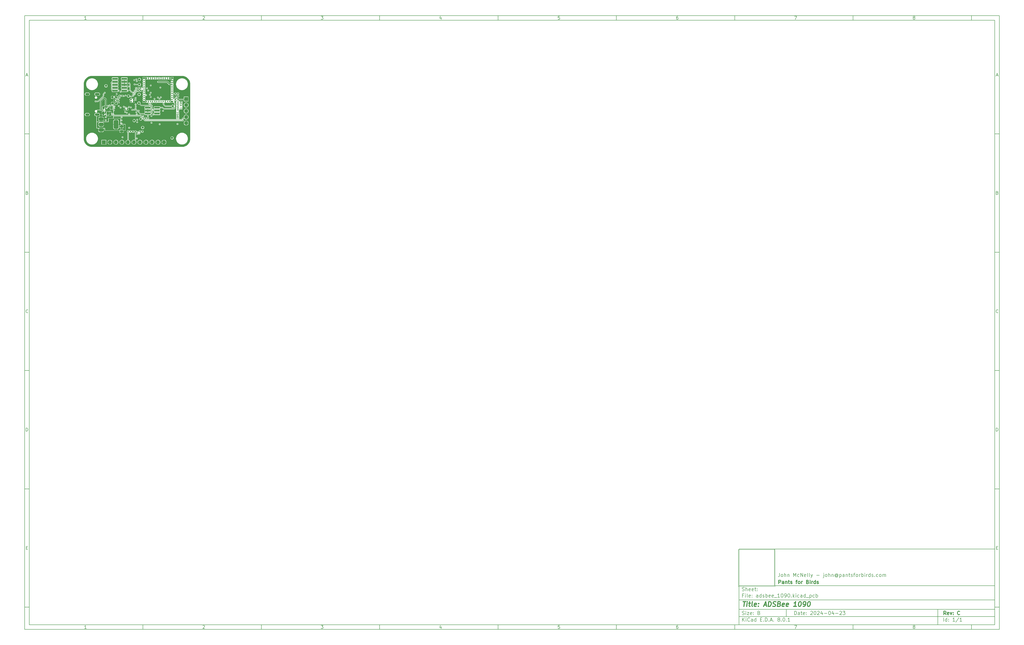
<source format=gbr>
G04 #@! TF.GenerationSoftware,KiCad,Pcbnew,8.0.1*
G04 #@! TF.CreationDate,2024-06-13T03:10:38-07:00*
G04 #@! TF.ProjectId,adsbee_1090,61647362-6565-45f3-9130-39302e6b6963,C*
G04 #@! TF.SameCoordinates,Original*
G04 #@! TF.FileFunction,Copper,L6,Bot*
G04 #@! TF.FilePolarity,Positive*
%FSLAX46Y46*%
G04 Gerber Fmt 4.6, Leading zero omitted, Abs format (unit mm)*
G04 Created by KiCad (PCBNEW 8.0.1) date 2024-06-13 03:10:38*
%MOMM*%
%LPD*%
G01*
G04 APERTURE LIST*
G04 Aperture macros list*
%AMRoundRect*
0 Rectangle with rounded corners*
0 $1 Rounding radius*
0 $2 $3 $4 $5 $6 $7 $8 $9 X,Y pos of 4 corners*
0 Add a 4 corners polygon primitive as box body*
4,1,4,$2,$3,$4,$5,$6,$7,$8,$9,$2,$3,0*
0 Add four circle primitives for the rounded corners*
1,1,$1+$1,$2,$3*
1,1,$1+$1,$4,$5*
1,1,$1+$1,$6,$7*
1,1,$1+$1,$8,$9*
0 Add four rect primitives between the rounded corners*
20,1,$1+$1,$2,$3,$4,$5,0*
20,1,$1+$1,$4,$5,$6,$7,0*
20,1,$1+$1,$6,$7,$8,$9,0*
20,1,$1+$1,$8,$9,$2,$3,0*%
%AMFreePoly0*
4,1,6,0.725000,-0.725000,-0.125000,-0.725000,-0.725000,-0.125000,-0.725000,0.725000,0.725000,0.725000,0.725000,-0.725000,0.725000,-0.725000,$1*%
G04 Aperture macros list end*
%ADD10C,0.100000*%
%ADD11C,0.150000*%
%ADD12C,0.300000*%
%ADD13C,0.400000*%
G04 #@! TA.AperFunction,NonConductor*
%ADD14C,0.150000*%
G04 #@! TD*
G04 #@! TA.AperFunction,ComponentPad*
%ADD15R,1.700000X1.700000*%
G04 #@! TD*
G04 #@! TA.AperFunction,ComponentPad*
%ADD16O,1.700000X1.700000*%
G04 #@! TD*
G04 #@! TA.AperFunction,ComponentPad*
%ADD17O,2.100000X1.000000*%
G04 #@! TD*
G04 #@! TA.AperFunction,ComponentPad*
%ADD18O,1.800000X1.000000*%
G04 #@! TD*
G04 #@! TA.AperFunction,SMDPad,CuDef*
%ADD19RoundRect,0.225000X-0.225000X-0.250000X0.225000X-0.250000X0.225000X0.250000X-0.225000X0.250000X0*%
G04 #@! TD*
G04 #@! TA.AperFunction,SMDPad,CuDef*
%ADD20RoundRect,0.140000X-0.140000X-0.170000X0.140000X-0.170000X0.140000X0.170000X-0.140000X0.170000X0*%
G04 #@! TD*
G04 #@! TA.AperFunction,SMDPad,CuDef*
%ADD21RoundRect,0.135000X0.135000X0.185000X-0.135000X0.185000X-0.135000X-0.185000X0.135000X-0.185000X0*%
G04 #@! TD*
G04 #@! TA.AperFunction,SMDPad,CuDef*
%ADD22C,1.000000*%
G04 #@! TD*
G04 #@! TA.AperFunction,SMDPad,CuDef*
%ADD23R,2.400000X0.740000*%
G04 #@! TD*
G04 #@! TA.AperFunction,SMDPad,CuDef*
%ADD24RoundRect,0.135000X-0.135000X-0.185000X0.135000X-0.185000X0.135000X0.185000X-0.135000X0.185000X0*%
G04 #@! TD*
G04 #@! TA.AperFunction,SMDPad,CuDef*
%ADD25RoundRect,0.140000X0.140000X0.170000X-0.140000X0.170000X-0.140000X-0.170000X0.140000X-0.170000X0*%
G04 #@! TD*
G04 #@! TA.AperFunction,SMDPad,CuDef*
%ADD26RoundRect,0.250000X-0.250000X-0.475000X0.250000X-0.475000X0.250000X0.475000X-0.250000X0.475000X0*%
G04 #@! TD*
G04 #@! TA.AperFunction,SMDPad,CuDef*
%ADD27RoundRect,0.225000X0.225000X0.375000X-0.225000X0.375000X-0.225000X-0.375000X0.225000X-0.375000X0*%
G04 #@! TD*
G04 #@! TA.AperFunction,SMDPad,CuDef*
%ADD28RoundRect,0.250000X-0.475000X0.250000X-0.475000X-0.250000X0.475000X-0.250000X0.475000X0.250000X0*%
G04 #@! TD*
G04 #@! TA.AperFunction,SMDPad,CuDef*
%ADD29RoundRect,0.147500X0.147500X0.172500X-0.147500X0.172500X-0.147500X-0.172500X0.147500X-0.172500X0*%
G04 #@! TD*
G04 #@! TA.AperFunction,SMDPad,CuDef*
%ADD30R,0.800000X0.400000*%
G04 #@! TD*
G04 #@! TA.AperFunction,SMDPad,CuDef*
%ADD31R,0.400000X0.800000*%
G04 #@! TD*
G04 #@! TA.AperFunction,SMDPad,CuDef*
%ADD32R,1.450000X1.450000*%
G04 #@! TD*
G04 #@! TA.AperFunction,SMDPad,CuDef*
%ADD33FreePoly0,180.000000*%
G04 #@! TD*
G04 #@! TA.AperFunction,SMDPad,CuDef*
%ADD34R,0.700000X0.700000*%
G04 #@! TD*
G04 #@! TA.AperFunction,SMDPad,CuDef*
%ADD35RoundRect,0.147500X-0.147500X-0.172500X0.147500X-0.172500X0.147500X0.172500X-0.147500X0.172500X0*%
G04 #@! TD*
G04 #@! TA.AperFunction,SMDPad,CuDef*
%ADD36RoundRect,0.375000X-0.625000X-0.375000X0.625000X-0.375000X0.625000X0.375000X-0.625000X0.375000X0*%
G04 #@! TD*
G04 #@! TA.AperFunction,SMDPad,CuDef*
%ADD37RoundRect,0.500000X-0.500000X-1.400000X0.500000X-1.400000X0.500000X1.400000X-0.500000X1.400000X0*%
G04 #@! TD*
G04 #@! TA.AperFunction,ViaPad*
%ADD38C,0.400000*%
G04 #@! TD*
G04 #@! TA.AperFunction,ViaPad*
%ADD39C,3.000000*%
G04 #@! TD*
G04 #@! TA.AperFunction,Conductor*
%ADD40C,0.250000*%
G04 #@! TD*
G04 #@! TA.AperFunction,Conductor*
%ADD41C,0.400000*%
G04 #@! TD*
G04 #@! TA.AperFunction,Conductor*
%ADD42C,0.150000*%
G04 #@! TD*
G04 APERTURE END LIST*
D10*
X311457819Y-235654619D02*
X311457819Y-251240982D01*
X327044182Y-251240982D01*
X327044182Y-235654619D01*
X311457819Y-235654619D01*
D11*
X311800000Y-235400000D02*
X419800000Y-235400000D01*
X419800000Y-267400000D01*
X311800000Y-267400000D01*
X311800000Y-235400000D01*
D10*
D11*
X10000000Y-10000000D02*
X421800000Y-10000000D01*
X421800000Y-269400000D01*
X10000000Y-269400000D01*
X10000000Y-10000000D01*
D10*
D11*
X12000000Y-12000000D02*
X419800000Y-12000000D01*
X419800000Y-267400000D01*
X12000000Y-267400000D01*
X12000000Y-12000000D01*
D10*
D11*
X60000000Y-12000000D02*
X60000000Y-10000000D01*
D10*
D11*
X110000000Y-12000000D02*
X110000000Y-10000000D01*
D10*
D11*
X160000000Y-12000000D02*
X160000000Y-10000000D01*
D10*
D11*
X210000000Y-12000000D02*
X210000000Y-10000000D01*
D10*
D11*
X260000000Y-12000000D02*
X260000000Y-10000000D01*
D10*
D11*
X310000000Y-12000000D02*
X310000000Y-10000000D01*
D10*
D11*
X360000000Y-12000000D02*
X360000000Y-10000000D01*
D10*
D11*
X410000000Y-12000000D02*
X410000000Y-10000000D01*
D10*
D11*
X36089160Y-11593604D02*
X35346303Y-11593604D01*
X35717731Y-11593604D02*
X35717731Y-10293604D01*
X35717731Y-10293604D02*
X35593922Y-10479319D01*
X35593922Y-10479319D02*
X35470112Y-10603128D01*
X35470112Y-10603128D02*
X35346303Y-10665033D01*
D10*
D11*
X85346303Y-10417414D02*
X85408207Y-10355509D01*
X85408207Y-10355509D02*
X85532017Y-10293604D01*
X85532017Y-10293604D02*
X85841541Y-10293604D01*
X85841541Y-10293604D02*
X85965350Y-10355509D01*
X85965350Y-10355509D02*
X86027255Y-10417414D01*
X86027255Y-10417414D02*
X86089160Y-10541223D01*
X86089160Y-10541223D02*
X86089160Y-10665033D01*
X86089160Y-10665033D02*
X86027255Y-10850747D01*
X86027255Y-10850747D02*
X85284398Y-11593604D01*
X85284398Y-11593604D02*
X86089160Y-11593604D01*
D10*
D11*
X135284398Y-10293604D02*
X136089160Y-10293604D01*
X136089160Y-10293604D02*
X135655826Y-10788842D01*
X135655826Y-10788842D02*
X135841541Y-10788842D01*
X135841541Y-10788842D02*
X135965350Y-10850747D01*
X135965350Y-10850747D02*
X136027255Y-10912652D01*
X136027255Y-10912652D02*
X136089160Y-11036461D01*
X136089160Y-11036461D02*
X136089160Y-11345985D01*
X136089160Y-11345985D02*
X136027255Y-11469795D01*
X136027255Y-11469795D02*
X135965350Y-11531700D01*
X135965350Y-11531700D02*
X135841541Y-11593604D01*
X135841541Y-11593604D02*
X135470112Y-11593604D01*
X135470112Y-11593604D02*
X135346303Y-11531700D01*
X135346303Y-11531700D02*
X135284398Y-11469795D01*
D10*
D11*
X185965350Y-10726938D02*
X185965350Y-11593604D01*
X185655826Y-10231700D02*
X185346303Y-11160271D01*
X185346303Y-11160271D02*
X186151064Y-11160271D01*
D10*
D11*
X236027255Y-10293604D02*
X235408207Y-10293604D01*
X235408207Y-10293604D02*
X235346303Y-10912652D01*
X235346303Y-10912652D02*
X235408207Y-10850747D01*
X235408207Y-10850747D02*
X235532017Y-10788842D01*
X235532017Y-10788842D02*
X235841541Y-10788842D01*
X235841541Y-10788842D02*
X235965350Y-10850747D01*
X235965350Y-10850747D02*
X236027255Y-10912652D01*
X236027255Y-10912652D02*
X236089160Y-11036461D01*
X236089160Y-11036461D02*
X236089160Y-11345985D01*
X236089160Y-11345985D02*
X236027255Y-11469795D01*
X236027255Y-11469795D02*
X235965350Y-11531700D01*
X235965350Y-11531700D02*
X235841541Y-11593604D01*
X235841541Y-11593604D02*
X235532017Y-11593604D01*
X235532017Y-11593604D02*
X235408207Y-11531700D01*
X235408207Y-11531700D02*
X235346303Y-11469795D01*
D10*
D11*
X285965350Y-10293604D02*
X285717731Y-10293604D01*
X285717731Y-10293604D02*
X285593922Y-10355509D01*
X285593922Y-10355509D02*
X285532017Y-10417414D01*
X285532017Y-10417414D02*
X285408207Y-10603128D01*
X285408207Y-10603128D02*
X285346303Y-10850747D01*
X285346303Y-10850747D02*
X285346303Y-11345985D01*
X285346303Y-11345985D02*
X285408207Y-11469795D01*
X285408207Y-11469795D02*
X285470112Y-11531700D01*
X285470112Y-11531700D02*
X285593922Y-11593604D01*
X285593922Y-11593604D02*
X285841541Y-11593604D01*
X285841541Y-11593604D02*
X285965350Y-11531700D01*
X285965350Y-11531700D02*
X286027255Y-11469795D01*
X286027255Y-11469795D02*
X286089160Y-11345985D01*
X286089160Y-11345985D02*
X286089160Y-11036461D01*
X286089160Y-11036461D02*
X286027255Y-10912652D01*
X286027255Y-10912652D02*
X285965350Y-10850747D01*
X285965350Y-10850747D02*
X285841541Y-10788842D01*
X285841541Y-10788842D02*
X285593922Y-10788842D01*
X285593922Y-10788842D02*
X285470112Y-10850747D01*
X285470112Y-10850747D02*
X285408207Y-10912652D01*
X285408207Y-10912652D02*
X285346303Y-11036461D01*
D10*
D11*
X335284398Y-10293604D02*
X336151064Y-10293604D01*
X336151064Y-10293604D02*
X335593922Y-11593604D01*
D10*
D11*
X385593922Y-10850747D02*
X385470112Y-10788842D01*
X385470112Y-10788842D02*
X385408207Y-10726938D01*
X385408207Y-10726938D02*
X385346303Y-10603128D01*
X385346303Y-10603128D02*
X385346303Y-10541223D01*
X385346303Y-10541223D02*
X385408207Y-10417414D01*
X385408207Y-10417414D02*
X385470112Y-10355509D01*
X385470112Y-10355509D02*
X385593922Y-10293604D01*
X385593922Y-10293604D02*
X385841541Y-10293604D01*
X385841541Y-10293604D02*
X385965350Y-10355509D01*
X385965350Y-10355509D02*
X386027255Y-10417414D01*
X386027255Y-10417414D02*
X386089160Y-10541223D01*
X386089160Y-10541223D02*
X386089160Y-10603128D01*
X386089160Y-10603128D02*
X386027255Y-10726938D01*
X386027255Y-10726938D02*
X385965350Y-10788842D01*
X385965350Y-10788842D02*
X385841541Y-10850747D01*
X385841541Y-10850747D02*
X385593922Y-10850747D01*
X385593922Y-10850747D02*
X385470112Y-10912652D01*
X385470112Y-10912652D02*
X385408207Y-10974557D01*
X385408207Y-10974557D02*
X385346303Y-11098366D01*
X385346303Y-11098366D02*
X385346303Y-11345985D01*
X385346303Y-11345985D02*
X385408207Y-11469795D01*
X385408207Y-11469795D02*
X385470112Y-11531700D01*
X385470112Y-11531700D02*
X385593922Y-11593604D01*
X385593922Y-11593604D02*
X385841541Y-11593604D01*
X385841541Y-11593604D02*
X385965350Y-11531700D01*
X385965350Y-11531700D02*
X386027255Y-11469795D01*
X386027255Y-11469795D02*
X386089160Y-11345985D01*
X386089160Y-11345985D02*
X386089160Y-11098366D01*
X386089160Y-11098366D02*
X386027255Y-10974557D01*
X386027255Y-10974557D02*
X385965350Y-10912652D01*
X385965350Y-10912652D02*
X385841541Y-10850747D01*
D10*
D11*
X60000000Y-267400000D02*
X60000000Y-269400000D01*
D10*
D11*
X110000000Y-267400000D02*
X110000000Y-269400000D01*
D10*
D11*
X160000000Y-267400000D02*
X160000000Y-269400000D01*
D10*
D11*
X210000000Y-267400000D02*
X210000000Y-269400000D01*
D10*
D11*
X260000000Y-267400000D02*
X260000000Y-269400000D01*
D10*
D11*
X310000000Y-267400000D02*
X310000000Y-269400000D01*
D10*
D11*
X360000000Y-267400000D02*
X360000000Y-269400000D01*
D10*
D11*
X410000000Y-267400000D02*
X410000000Y-269400000D01*
D10*
D11*
X36089160Y-268993604D02*
X35346303Y-268993604D01*
X35717731Y-268993604D02*
X35717731Y-267693604D01*
X35717731Y-267693604D02*
X35593922Y-267879319D01*
X35593922Y-267879319D02*
X35470112Y-268003128D01*
X35470112Y-268003128D02*
X35346303Y-268065033D01*
D10*
D11*
X85346303Y-267817414D02*
X85408207Y-267755509D01*
X85408207Y-267755509D02*
X85532017Y-267693604D01*
X85532017Y-267693604D02*
X85841541Y-267693604D01*
X85841541Y-267693604D02*
X85965350Y-267755509D01*
X85965350Y-267755509D02*
X86027255Y-267817414D01*
X86027255Y-267817414D02*
X86089160Y-267941223D01*
X86089160Y-267941223D02*
X86089160Y-268065033D01*
X86089160Y-268065033D02*
X86027255Y-268250747D01*
X86027255Y-268250747D02*
X85284398Y-268993604D01*
X85284398Y-268993604D02*
X86089160Y-268993604D01*
D10*
D11*
X135284398Y-267693604D02*
X136089160Y-267693604D01*
X136089160Y-267693604D02*
X135655826Y-268188842D01*
X135655826Y-268188842D02*
X135841541Y-268188842D01*
X135841541Y-268188842D02*
X135965350Y-268250747D01*
X135965350Y-268250747D02*
X136027255Y-268312652D01*
X136027255Y-268312652D02*
X136089160Y-268436461D01*
X136089160Y-268436461D02*
X136089160Y-268745985D01*
X136089160Y-268745985D02*
X136027255Y-268869795D01*
X136027255Y-268869795D02*
X135965350Y-268931700D01*
X135965350Y-268931700D02*
X135841541Y-268993604D01*
X135841541Y-268993604D02*
X135470112Y-268993604D01*
X135470112Y-268993604D02*
X135346303Y-268931700D01*
X135346303Y-268931700D02*
X135284398Y-268869795D01*
D10*
D11*
X185965350Y-268126938D02*
X185965350Y-268993604D01*
X185655826Y-267631700D02*
X185346303Y-268560271D01*
X185346303Y-268560271D02*
X186151064Y-268560271D01*
D10*
D11*
X236027255Y-267693604D02*
X235408207Y-267693604D01*
X235408207Y-267693604D02*
X235346303Y-268312652D01*
X235346303Y-268312652D02*
X235408207Y-268250747D01*
X235408207Y-268250747D02*
X235532017Y-268188842D01*
X235532017Y-268188842D02*
X235841541Y-268188842D01*
X235841541Y-268188842D02*
X235965350Y-268250747D01*
X235965350Y-268250747D02*
X236027255Y-268312652D01*
X236027255Y-268312652D02*
X236089160Y-268436461D01*
X236089160Y-268436461D02*
X236089160Y-268745985D01*
X236089160Y-268745985D02*
X236027255Y-268869795D01*
X236027255Y-268869795D02*
X235965350Y-268931700D01*
X235965350Y-268931700D02*
X235841541Y-268993604D01*
X235841541Y-268993604D02*
X235532017Y-268993604D01*
X235532017Y-268993604D02*
X235408207Y-268931700D01*
X235408207Y-268931700D02*
X235346303Y-268869795D01*
D10*
D11*
X285965350Y-267693604D02*
X285717731Y-267693604D01*
X285717731Y-267693604D02*
X285593922Y-267755509D01*
X285593922Y-267755509D02*
X285532017Y-267817414D01*
X285532017Y-267817414D02*
X285408207Y-268003128D01*
X285408207Y-268003128D02*
X285346303Y-268250747D01*
X285346303Y-268250747D02*
X285346303Y-268745985D01*
X285346303Y-268745985D02*
X285408207Y-268869795D01*
X285408207Y-268869795D02*
X285470112Y-268931700D01*
X285470112Y-268931700D02*
X285593922Y-268993604D01*
X285593922Y-268993604D02*
X285841541Y-268993604D01*
X285841541Y-268993604D02*
X285965350Y-268931700D01*
X285965350Y-268931700D02*
X286027255Y-268869795D01*
X286027255Y-268869795D02*
X286089160Y-268745985D01*
X286089160Y-268745985D02*
X286089160Y-268436461D01*
X286089160Y-268436461D02*
X286027255Y-268312652D01*
X286027255Y-268312652D02*
X285965350Y-268250747D01*
X285965350Y-268250747D02*
X285841541Y-268188842D01*
X285841541Y-268188842D02*
X285593922Y-268188842D01*
X285593922Y-268188842D02*
X285470112Y-268250747D01*
X285470112Y-268250747D02*
X285408207Y-268312652D01*
X285408207Y-268312652D02*
X285346303Y-268436461D01*
D10*
D11*
X335284398Y-267693604D02*
X336151064Y-267693604D01*
X336151064Y-267693604D02*
X335593922Y-268993604D01*
D10*
D11*
X385593922Y-268250747D02*
X385470112Y-268188842D01*
X385470112Y-268188842D02*
X385408207Y-268126938D01*
X385408207Y-268126938D02*
X385346303Y-268003128D01*
X385346303Y-268003128D02*
X385346303Y-267941223D01*
X385346303Y-267941223D02*
X385408207Y-267817414D01*
X385408207Y-267817414D02*
X385470112Y-267755509D01*
X385470112Y-267755509D02*
X385593922Y-267693604D01*
X385593922Y-267693604D02*
X385841541Y-267693604D01*
X385841541Y-267693604D02*
X385965350Y-267755509D01*
X385965350Y-267755509D02*
X386027255Y-267817414D01*
X386027255Y-267817414D02*
X386089160Y-267941223D01*
X386089160Y-267941223D02*
X386089160Y-268003128D01*
X386089160Y-268003128D02*
X386027255Y-268126938D01*
X386027255Y-268126938D02*
X385965350Y-268188842D01*
X385965350Y-268188842D02*
X385841541Y-268250747D01*
X385841541Y-268250747D02*
X385593922Y-268250747D01*
X385593922Y-268250747D02*
X385470112Y-268312652D01*
X385470112Y-268312652D02*
X385408207Y-268374557D01*
X385408207Y-268374557D02*
X385346303Y-268498366D01*
X385346303Y-268498366D02*
X385346303Y-268745985D01*
X385346303Y-268745985D02*
X385408207Y-268869795D01*
X385408207Y-268869795D02*
X385470112Y-268931700D01*
X385470112Y-268931700D02*
X385593922Y-268993604D01*
X385593922Y-268993604D02*
X385841541Y-268993604D01*
X385841541Y-268993604D02*
X385965350Y-268931700D01*
X385965350Y-268931700D02*
X386027255Y-268869795D01*
X386027255Y-268869795D02*
X386089160Y-268745985D01*
X386089160Y-268745985D02*
X386089160Y-268498366D01*
X386089160Y-268498366D02*
X386027255Y-268374557D01*
X386027255Y-268374557D02*
X385965350Y-268312652D01*
X385965350Y-268312652D02*
X385841541Y-268250747D01*
D10*
D11*
X10000000Y-60000000D02*
X12000000Y-60000000D01*
D10*
D11*
X10000000Y-110000000D02*
X12000000Y-110000000D01*
D10*
D11*
X10000000Y-160000000D02*
X12000000Y-160000000D01*
D10*
D11*
X10000000Y-210000000D02*
X12000000Y-210000000D01*
D10*
D11*
X10000000Y-260000000D02*
X12000000Y-260000000D01*
D10*
D11*
X10690476Y-35222176D02*
X11309523Y-35222176D01*
X10566666Y-35593604D02*
X10999999Y-34293604D01*
X10999999Y-34293604D02*
X11433333Y-35593604D01*
D10*
D11*
X11092857Y-84912652D02*
X11278571Y-84974557D01*
X11278571Y-84974557D02*
X11340476Y-85036461D01*
X11340476Y-85036461D02*
X11402380Y-85160271D01*
X11402380Y-85160271D02*
X11402380Y-85345985D01*
X11402380Y-85345985D02*
X11340476Y-85469795D01*
X11340476Y-85469795D02*
X11278571Y-85531700D01*
X11278571Y-85531700D02*
X11154761Y-85593604D01*
X11154761Y-85593604D02*
X10659523Y-85593604D01*
X10659523Y-85593604D02*
X10659523Y-84293604D01*
X10659523Y-84293604D02*
X11092857Y-84293604D01*
X11092857Y-84293604D02*
X11216666Y-84355509D01*
X11216666Y-84355509D02*
X11278571Y-84417414D01*
X11278571Y-84417414D02*
X11340476Y-84541223D01*
X11340476Y-84541223D02*
X11340476Y-84665033D01*
X11340476Y-84665033D02*
X11278571Y-84788842D01*
X11278571Y-84788842D02*
X11216666Y-84850747D01*
X11216666Y-84850747D02*
X11092857Y-84912652D01*
X11092857Y-84912652D02*
X10659523Y-84912652D01*
D10*
D11*
X11402380Y-135469795D02*
X11340476Y-135531700D01*
X11340476Y-135531700D02*
X11154761Y-135593604D01*
X11154761Y-135593604D02*
X11030952Y-135593604D01*
X11030952Y-135593604D02*
X10845238Y-135531700D01*
X10845238Y-135531700D02*
X10721428Y-135407890D01*
X10721428Y-135407890D02*
X10659523Y-135284080D01*
X10659523Y-135284080D02*
X10597619Y-135036461D01*
X10597619Y-135036461D02*
X10597619Y-134850747D01*
X10597619Y-134850747D02*
X10659523Y-134603128D01*
X10659523Y-134603128D02*
X10721428Y-134479319D01*
X10721428Y-134479319D02*
X10845238Y-134355509D01*
X10845238Y-134355509D02*
X11030952Y-134293604D01*
X11030952Y-134293604D02*
X11154761Y-134293604D01*
X11154761Y-134293604D02*
X11340476Y-134355509D01*
X11340476Y-134355509D02*
X11402380Y-134417414D01*
D10*
D11*
X10659523Y-185593604D02*
X10659523Y-184293604D01*
X10659523Y-184293604D02*
X10969047Y-184293604D01*
X10969047Y-184293604D02*
X11154761Y-184355509D01*
X11154761Y-184355509D02*
X11278571Y-184479319D01*
X11278571Y-184479319D02*
X11340476Y-184603128D01*
X11340476Y-184603128D02*
X11402380Y-184850747D01*
X11402380Y-184850747D02*
X11402380Y-185036461D01*
X11402380Y-185036461D02*
X11340476Y-185284080D01*
X11340476Y-185284080D02*
X11278571Y-185407890D01*
X11278571Y-185407890D02*
X11154761Y-185531700D01*
X11154761Y-185531700D02*
X10969047Y-185593604D01*
X10969047Y-185593604D02*
X10659523Y-185593604D01*
D10*
D11*
X10721428Y-234912652D02*
X11154762Y-234912652D01*
X11340476Y-235593604D02*
X10721428Y-235593604D01*
X10721428Y-235593604D02*
X10721428Y-234293604D01*
X10721428Y-234293604D02*
X11340476Y-234293604D01*
D10*
D11*
X421800000Y-60000000D02*
X419800000Y-60000000D01*
D10*
D11*
X421800000Y-110000000D02*
X419800000Y-110000000D01*
D10*
D11*
X421800000Y-160000000D02*
X419800000Y-160000000D01*
D10*
D11*
X421800000Y-210000000D02*
X419800000Y-210000000D01*
D10*
D11*
X421800000Y-260000000D02*
X419800000Y-260000000D01*
D10*
D11*
X420490476Y-35222176D02*
X421109523Y-35222176D01*
X420366666Y-35593604D02*
X420799999Y-34293604D01*
X420799999Y-34293604D02*
X421233333Y-35593604D01*
D10*
D11*
X420892857Y-84912652D02*
X421078571Y-84974557D01*
X421078571Y-84974557D02*
X421140476Y-85036461D01*
X421140476Y-85036461D02*
X421202380Y-85160271D01*
X421202380Y-85160271D02*
X421202380Y-85345985D01*
X421202380Y-85345985D02*
X421140476Y-85469795D01*
X421140476Y-85469795D02*
X421078571Y-85531700D01*
X421078571Y-85531700D02*
X420954761Y-85593604D01*
X420954761Y-85593604D02*
X420459523Y-85593604D01*
X420459523Y-85593604D02*
X420459523Y-84293604D01*
X420459523Y-84293604D02*
X420892857Y-84293604D01*
X420892857Y-84293604D02*
X421016666Y-84355509D01*
X421016666Y-84355509D02*
X421078571Y-84417414D01*
X421078571Y-84417414D02*
X421140476Y-84541223D01*
X421140476Y-84541223D02*
X421140476Y-84665033D01*
X421140476Y-84665033D02*
X421078571Y-84788842D01*
X421078571Y-84788842D02*
X421016666Y-84850747D01*
X421016666Y-84850747D02*
X420892857Y-84912652D01*
X420892857Y-84912652D02*
X420459523Y-84912652D01*
D10*
D11*
X421202380Y-135469795D02*
X421140476Y-135531700D01*
X421140476Y-135531700D02*
X420954761Y-135593604D01*
X420954761Y-135593604D02*
X420830952Y-135593604D01*
X420830952Y-135593604D02*
X420645238Y-135531700D01*
X420645238Y-135531700D02*
X420521428Y-135407890D01*
X420521428Y-135407890D02*
X420459523Y-135284080D01*
X420459523Y-135284080D02*
X420397619Y-135036461D01*
X420397619Y-135036461D02*
X420397619Y-134850747D01*
X420397619Y-134850747D02*
X420459523Y-134603128D01*
X420459523Y-134603128D02*
X420521428Y-134479319D01*
X420521428Y-134479319D02*
X420645238Y-134355509D01*
X420645238Y-134355509D02*
X420830952Y-134293604D01*
X420830952Y-134293604D02*
X420954761Y-134293604D01*
X420954761Y-134293604D02*
X421140476Y-134355509D01*
X421140476Y-134355509D02*
X421202380Y-134417414D01*
D10*
D11*
X420459523Y-185593604D02*
X420459523Y-184293604D01*
X420459523Y-184293604D02*
X420769047Y-184293604D01*
X420769047Y-184293604D02*
X420954761Y-184355509D01*
X420954761Y-184355509D02*
X421078571Y-184479319D01*
X421078571Y-184479319D02*
X421140476Y-184603128D01*
X421140476Y-184603128D02*
X421202380Y-184850747D01*
X421202380Y-184850747D02*
X421202380Y-185036461D01*
X421202380Y-185036461D02*
X421140476Y-185284080D01*
X421140476Y-185284080D02*
X421078571Y-185407890D01*
X421078571Y-185407890D02*
X420954761Y-185531700D01*
X420954761Y-185531700D02*
X420769047Y-185593604D01*
X420769047Y-185593604D02*
X420459523Y-185593604D01*
D10*
D11*
X420521428Y-234912652D02*
X420954762Y-234912652D01*
X421140476Y-235593604D02*
X420521428Y-235593604D01*
X420521428Y-235593604D02*
X420521428Y-234293604D01*
X420521428Y-234293604D02*
X421140476Y-234293604D01*
D10*
D11*
X335255826Y-263186128D02*
X335255826Y-261686128D01*
X335255826Y-261686128D02*
X335612969Y-261686128D01*
X335612969Y-261686128D02*
X335827255Y-261757557D01*
X335827255Y-261757557D02*
X335970112Y-261900414D01*
X335970112Y-261900414D02*
X336041541Y-262043271D01*
X336041541Y-262043271D02*
X336112969Y-262328985D01*
X336112969Y-262328985D02*
X336112969Y-262543271D01*
X336112969Y-262543271D02*
X336041541Y-262828985D01*
X336041541Y-262828985D02*
X335970112Y-262971842D01*
X335970112Y-262971842D02*
X335827255Y-263114700D01*
X335827255Y-263114700D02*
X335612969Y-263186128D01*
X335612969Y-263186128D02*
X335255826Y-263186128D01*
X337398684Y-263186128D02*
X337398684Y-262400414D01*
X337398684Y-262400414D02*
X337327255Y-262257557D01*
X337327255Y-262257557D02*
X337184398Y-262186128D01*
X337184398Y-262186128D02*
X336898684Y-262186128D01*
X336898684Y-262186128D02*
X336755826Y-262257557D01*
X337398684Y-263114700D02*
X337255826Y-263186128D01*
X337255826Y-263186128D02*
X336898684Y-263186128D01*
X336898684Y-263186128D02*
X336755826Y-263114700D01*
X336755826Y-263114700D02*
X336684398Y-262971842D01*
X336684398Y-262971842D02*
X336684398Y-262828985D01*
X336684398Y-262828985D02*
X336755826Y-262686128D01*
X336755826Y-262686128D02*
X336898684Y-262614700D01*
X336898684Y-262614700D02*
X337255826Y-262614700D01*
X337255826Y-262614700D02*
X337398684Y-262543271D01*
X337898684Y-262186128D02*
X338470112Y-262186128D01*
X338112969Y-261686128D02*
X338112969Y-262971842D01*
X338112969Y-262971842D02*
X338184398Y-263114700D01*
X338184398Y-263114700D02*
X338327255Y-263186128D01*
X338327255Y-263186128D02*
X338470112Y-263186128D01*
X339541541Y-263114700D02*
X339398684Y-263186128D01*
X339398684Y-263186128D02*
X339112970Y-263186128D01*
X339112970Y-263186128D02*
X338970112Y-263114700D01*
X338970112Y-263114700D02*
X338898684Y-262971842D01*
X338898684Y-262971842D02*
X338898684Y-262400414D01*
X338898684Y-262400414D02*
X338970112Y-262257557D01*
X338970112Y-262257557D02*
X339112970Y-262186128D01*
X339112970Y-262186128D02*
X339398684Y-262186128D01*
X339398684Y-262186128D02*
X339541541Y-262257557D01*
X339541541Y-262257557D02*
X339612970Y-262400414D01*
X339612970Y-262400414D02*
X339612970Y-262543271D01*
X339612970Y-262543271D02*
X338898684Y-262686128D01*
X340255826Y-263043271D02*
X340327255Y-263114700D01*
X340327255Y-263114700D02*
X340255826Y-263186128D01*
X340255826Y-263186128D02*
X340184398Y-263114700D01*
X340184398Y-263114700D02*
X340255826Y-263043271D01*
X340255826Y-263043271D02*
X340255826Y-263186128D01*
X340255826Y-262257557D02*
X340327255Y-262328985D01*
X340327255Y-262328985D02*
X340255826Y-262400414D01*
X340255826Y-262400414D02*
X340184398Y-262328985D01*
X340184398Y-262328985D02*
X340255826Y-262257557D01*
X340255826Y-262257557D02*
X340255826Y-262400414D01*
X342041541Y-261828985D02*
X342112969Y-261757557D01*
X342112969Y-261757557D02*
X342255827Y-261686128D01*
X342255827Y-261686128D02*
X342612969Y-261686128D01*
X342612969Y-261686128D02*
X342755827Y-261757557D01*
X342755827Y-261757557D02*
X342827255Y-261828985D01*
X342827255Y-261828985D02*
X342898684Y-261971842D01*
X342898684Y-261971842D02*
X342898684Y-262114700D01*
X342898684Y-262114700D02*
X342827255Y-262328985D01*
X342827255Y-262328985D02*
X341970112Y-263186128D01*
X341970112Y-263186128D02*
X342898684Y-263186128D01*
X343827255Y-261686128D02*
X343970112Y-261686128D01*
X343970112Y-261686128D02*
X344112969Y-261757557D01*
X344112969Y-261757557D02*
X344184398Y-261828985D01*
X344184398Y-261828985D02*
X344255826Y-261971842D01*
X344255826Y-261971842D02*
X344327255Y-262257557D01*
X344327255Y-262257557D02*
X344327255Y-262614700D01*
X344327255Y-262614700D02*
X344255826Y-262900414D01*
X344255826Y-262900414D02*
X344184398Y-263043271D01*
X344184398Y-263043271D02*
X344112969Y-263114700D01*
X344112969Y-263114700D02*
X343970112Y-263186128D01*
X343970112Y-263186128D02*
X343827255Y-263186128D01*
X343827255Y-263186128D02*
X343684398Y-263114700D01*
X343684398Y-263114700D02*
X343612969Y-263043271D01*
X343612969Y-263043271D02*
X343541540Y-262900414D01*
X343541540Y-262900414D02*
X343470112Y-262614700D01*
X343470112Y-262614700D02*
X343470112Y-262257557D01*
X343470112Y-262257557D02*
X343541540Y-261971842D01*
X343541540Y-261971842D02*
X343612969Y-261828985D01*
X343612969Y-261828985D02*
X343684398Y-261757557D01*
X343684398Y-261757557D02*
X343827255Y-261686128D01*
X344898683Y-261828985D02*
X344970111Y-261757557D01*
X344970111Y-261757557D02*
X345112969Y-261686128D01*
X345112969Y-261686128D02*
X345470111Y-261686128D01*
X345470111Y-261686128D02*
X345612969Y-261757557D01*
X345612969Y-261757557D02*
X345684397Y-261828985D01*
X345684397Y-261828985D02*
X345755826Y-261971842D01*
X345755826Y-261971842D02*
X345755826Y-262114700D01*
X345755826Y-262114700D02*
X345684397Y-262328985D01*
X345684397Y-262328985D02*
X344827254Y-263186128D01*
X344827254Y-263186128D02*
X345755826Y-263186128D01*
X347041540Y-262186128D02*
X347041540Y-263186128D01*
X346684397Y-261614700D02*
X346327254Y-262686128D01*
X346327254Y-262686128D02*
X347255825Y-262686128D01*
X347827253Y-262614700D02*
X348970111Y-262614700D01*
X349970111Y-261686128D02*
X350112968Y-261686128D01*
X350112968Y-261686128D02*
X350255825Y-261757557D01*
X350255825Y-261757557D02*
X350327254Y-261828985D01*
X350327254Y-261828985D02*
X350398682Y-261971842D01*
X350398682Y-261971842D02*
X350470111Y-262257557D01*
X350470111Y-262257557D02*
X350470111Y-262614700D01*
X350470111Y-262614700D02*
X350398682Y-262900414D01*
X350398682Y-262900414D02*
X350327254Y-263043271D01*
X350327254Y-263043271D02*
X350255825Y-263114700D01*
X350255825Y-263114700D02*
X350112968Y-263186128D01*
X350112968Y-263186128D02*
X349970111Y-263186128D01*
X349970111Y-263186128D02*
X349827254Y-263114700D01*
X349827254Y-263114700D02*
X349755825Y-263043271D01*
X349755825Y-263043271D02*
X349684396Y-262900414D01*
X349684396Y-262900414D02*
X349612968Y-262614700D01*
X349612968Y-262614700D02*
X349612968Y-262257557D01*
X349612968Y-262257557D02*
X349684396Y-261971842D01*
X349684396Y-261971842D02*
X349755825Y-261828985D01*
X349755825Y-261828985D02*
X349827254Y-261757557D01*
X349827254Y-261757557D02*
X349970111Y-261686128D01*
X351755825Y-262186128D02*
X351755825Y-263186128D01*
X351398682Y-261614700D02*
X351041539Y-262686128D01*
X351041539Y-262686128D02*
X351970110Y-262686128D01*
X352541538Y-262614700D02*
X353684396Y-262614700D01*
X354327253Y-261828985D02*
X354398681Y-261757557D01*
X354398681Y-261757557D02*
X354541539Y-261686128D01*
X354541539Y-261686128D02*
X354898681Y-261686128D01*
X354898681Y-261686128D02*
X355041539Y-261757557D01*
X355041539Y-261757557D02*
X355112967Y-261828985D01*
X355112967Y-261828985D02*
X355184396Y-261971842D01*
X355184396Y-261971842D02*
X355184396Y-262114700D01*
X355184396Y-262114700D02*
X355112967Y-262328985D01*
X355112967Y-262328985D02*
X354255824Y-263186128D01*
X354255824Y-263186128D02*
X355184396Y-263186128D01*
X355684395Y-261686128D02*
X356612967Y-261686128D01*
X356612967Y-261686128D02*
X356112967Y-262257557D01*
X356112967Y-262257557D02*
X356327252Y-262257557D01*
X356327252Y-262257557D02*
X356470110Y-262328985D01*
X356470110Y-262328985D02*
X356541538Y-262400414D01*
X356541538Y-262400414D02*
X356612967Y-262543271D01*
X356612967Y-262543271D02*
X356612967Y-262900414D01*
X356612967Y-262900414D02*
X356541538Y-263043271D01*
X356541538Y-263043271D02*
X356470110Y-263114700D01*
X356470110Y-263114700D02*
X356327252Y-263186128D01*
X356327252Y-263186128D02*
X355898681Y-263186128D01*
X355898681Y-263186128D02*
X355755824Y-263114700D01*
X355755824Y-263114700D02*
X355684395Y-263043271D01*
D10*
D11*
X311800000Y-263900000D02*
X419800000Y-263900000D01*
D10*
D11*
X313255826Y-265986128D02*
X313255826Y-264486128D01*
X314112969Y-265986128D02*
X313470112Y-265128985D01*
X314112969Y-264486128D02*
X313255826Y-265343271D01*
X314755826Y-265986128D02*
X314755826Y-264986128D01*
X314755826Y-264486128D02*
X314684398Y-264557557D01*
X314684398Y-264557557D02*
X314755826Y-264628985D01*
X314755826Y-264628985D02*
X314827255Y-264557557D01*
X314827255Y-264557557D02*
X314755826Y-264486128D01*
X314755826Y-264486128D02*
X314755826Y-264628985D01*
X316327255Y-265843271D02*
X316255827Y-265914700D01*
X316255827Y-265914700D02*
X316041541Y-265986128D01*
X316041541Y-265986128D02*
X315898684Y-265986128D01*
X315898684Y-265986128D02*
X315684398Y-265914700D01*
X315684398Y-265914700D02*
X315541541Y-265771842D01*
X315541541Y-265771842D02*
X315470112Y-265628985D01*
X315470112Y-265628985D02*
X315398684Y-265343271D01*
X315398684Y-265343271D02*
X315398684Y-265128985D01*
X315398684Y-265128985D02*
X315470112Y-264843271D01*
X315470112Y-264843271D02*
X315541541Y-264700414D01*
X315541541Y-264700414D02*
X315684398Y-264557557D01*
X315684398Y-264557557D02*
X315898684Y-264486128D01*
X315898684Y-264486128D02*
X316041541Y-264486128D01*
X316041541Y-264486128D02*
X316255827Y-264557557D01*
X316255827Y-264557557D02*
X316327255Y-264628985D01*
X317612970Y-265986128D02*
X317612970Y-265200414D01*
X317612970Y-265200414D02*
X317541541Y-265057557D01*
X317541541Y-265057557D02*
X317398684Y-264986128D01*
X317398684Y-264986128D02*
X317112970Y-264986128D01*
X317112970Y-264986128D02*
X316970112Y-265057557D01*
X317612970Y-265914700D02*
X317470112Y-265986128D01*
X317470112Y-265986128D02*
X317112970Y-265986128D01*
X317112970Y-265986128D02*
X316970112Y-265914700D01*
X316970112Y-265914700D02*
X316898684Y-265771842D01*
X316898684Y-265771842D02*
X316898684Y-265628985D01*
X316898684Y-265628985D02*
X316970112Y-265486128D01*
X316970112Y-265486128D02*
X317112970Y-265414700D01*
X317112970Y-265414700D02*
X317470112Y-265414700D01*
X317470112Y-265414700D02*
X317612970Y-265343271D01*
X318970113Y-265986128D02*
X318970113Y-264486128D01*
X318970113Y-265914700D02*
X318827255Y-265986128D01*
X318827255Y-265986128D02*
X318541541Y-265986128D01*
X318541541Y-265986128D02*
X318398684Y-265914700D01*
X318398684Y-265914700D02*
X318327255Y-265843271D01*
X318327255Y-265843271D02*
X318255827Y-265700414D01*
X318255827Y-265700414D02*
X318255827Y-265271842D01*
X318255827Y-265271842D02*
X318327255Y-265128985D01*
X318327255Y-265128985D02*
X318398684Y-265057557D01*
X318398684Y-265057557D02*
X318541541Y-264986128D01*
X318541541Y-264986128D02*
X318827255Y-264986128D01*
X318827255Y-264986128D02*
X318970113Y-265057557D01*
X320827255Y-265200414D02*
X321327255Y-265200414D01*
X321541541Y-265986128D02*
X320827255Y-265986128D01*
X320827255Y-265986128D02*
X320827255Y-264486128D01*
X320827255Y-264486128D02*
X321541541Y-264486128D01*
X322184398Y-265843271D02*
X322255827Y-265914700D01*
X322255827Y-265914700D02*
X322184398Y-265986128D01*
X322184398Y-265986128D02*
X322112970Y-265914700D01*
X322112970Y-265914700D02*
X322184398Y-265843271D01*
X322184398Y-265843271D02*
X322184398Y-265986128D01*
X322898684Y-265986128D02*
X322898684Y-264486128D01*
X322898684Y-264486128D02*
X323255827Y-264486128D01*
X323255827Y-264486128D02*
X323470113Y-264557557D01*
X323470113Y-264557557D02*
X323612970Y-264700414D01*
X323612970Y-264700414D02*
X323684399Y-264843271D01*
X323684399Y-264843271D02*
X323755827Y-265128985D01*
X323755827Y-265128985D02*
X323755827Y-265343271D01*
X323755827Y-265343271D02*
X323684399Y-265628985D01*
X323684399Y-265628985D02*
X323612970Y-265771842D01*
X323612970Y-265771842D02*
X323470113Y-265914700D01*
X323470113Y-265914700D02*
X323255827Y-265986128D01*
X323255827Y-265986128D02*
X322898684Y-265986128D01*
X324398684Y-265843271D02*
X324470113Y-265914700D01*
X324470113Y-265914700D02*
X324398684Y-265986128D01*
X324398684Y-265986128D02*
X324327256Y-265914700D01*
X324327256Y-265914700D02*
X324398684Y-265843271D01*
X324398684Y-265843271D02*
X324398684Y-265986128D01*
X325041542Y-265557557D02*
X325755828Y-265557557D01*
X324898685Y-265986128D02*
X325398685Y-264486128D01*
X325398685Y-264486128D02*
X325898685Y-265986128D01*
X326398684Y-265843271D02*
X326470113Y-265914700D01*
X326470113Y-265914700D02*
X326398684Y-265986128D01*
X326398684Y-265986128D02*
X326327256Y-265914700D01*
X326327256Y-265914700D02*
X326398684Y-265843271D01*
X326398684Y-265843271D02*
X326398684Y-265986128D01*
X328470113Y-265128985D02*
X328327256Y-265057557D01*
X328327256Y-265057557D02*
X328255827Y-264986128D01*
X328255827Y-264986128D02*
X328184399Y-264843271D01*
X328184399Y-264843271D02*
X328184399Y-264771842D01*
X328184399Y-264771842D02*
X328255827Y-264628985D01*
X328255827Y-264628985D02*
X328327256Y-264557557D01*
X328327256Y-264557557D02*
X328470113Y-264486128D01*
X328470113Y-264486128D02*
X328755827Y-264486128D01*
X328755827Y-264486128D02*
X328898685Y-264557557D01*
X328898685Y-264557557D02*
X328970113Y-264628985D01*
X328970113Y-264628985D02*
X329041542Y-264771842D01*
X329041542Y-264771842D02*
X329041542Y-264843271D01*
X329041542Y-264843271D02*
X328970113Y-264986128D01*
X328970113Y-264986128D02*
X328898685Y-265057557D01*
X328898685Y-265057557D02*
X328755827Y-265128985D01*
X328755827Y-265128985D02*
X328470113Y-265128985D01*
X328470113Y-265128985D02*
X328327256Y-265200414D01*
X328327256Y-265200414D02*
X328255827Y-265271842D01*
X328255827Y-265271842D02*
X328184399Y-265414700D01*
X328184399Y-265414700D02*
X328184399Y-265700414D01*
X328184399Y-265700414D02*
X328255827Y-265843271D01*
X328255827Y-265843271D02*
X328327256Y-265914700D01*
X328327256Y-265914700D02*
X328470113Y-265986128D01*
X328470113Y-265986128D02*
X328755827Y-265986128D01*
X328755827Y-265986128D02*
X328898685Y-265914700D01*
X328898685Y-265914700D02*
X328970113Y-265843271D01*
X328970113Y-265843271D02*
X329041542Y-265700414D01*
X329041542Y-265700414D02*
X329041542Y-265414700D01*
X329041542Y-265414700D02*
X328970113Y-265271842D01*
X328970113Y-265271842D02*
X328898685Y-265200414D01*
X328898685Y-265200414D02*
X328755827Y-265128985D01*
X329684398Y-265843271D02*
X329755827Y-265914700D01*
X329755827Y-265914700D02*
X329684398Y-265986128D01*
X329684398Y-265986128D02*
X329612970Y-265914700D01*
X329612970Y-265914700D02*
X329684398Y-265843271D01*
X329684398Y-265843271D02*
X329684398Y-265986128D01*
X330684399Y-264486128D02*
X330827256Y-264486128D01*
X330827256Y-264486128D02*
X330970113Y-264557557D01*
X330970113Y-264557557D02*
X331041542Y-264628985D01*
X331041542Y-264628985D02*
X331112970Y-264771842D01*
X331112970Y-264771842D02*
X331184399Y-265057557D01*
X331184399Y-265057557D02*
X331184399Y-265414700D01*
X331184399Y-265414700D02*
X331112970Y-265700414D01*
X331112970Y-265700414D02*
X331041542Y-265843271D01*
X331041542Y-265843271D02*
X330970113Y-265914700D01*
X330970113Y-265914700D02*
X330827256Y-265986128D01*
X330827256Y-265986128D02*
X330684399Y-265986128D01*
X330684399Y-265986128D02*
X330541542Y-265914700D01*
X330541542Y-265914700D02*
X330470113Y-265843271D01*
X330470113Y-265843271D02*
X330398684Y-265700414D01*
X330398684Y-265700414D02*
X330327256Y-265414700D01*
X330327256Y-265414700D02*
X330327256Y-265057557D01*
X330327256Y-265057557D02*
X330398684Y-264771842D01*
X330398684Y-264771842D02*
X330470113Y-264628985D01*
X330470113Y-264628985D02*
X330541542Y-264557557D01*
X330541542Y-264557557D02*
X330684399Y-264486128D01*
X331827255Y-265843271D02*
X331898684Y-265914700D01*
X331898684Y-265914700D02*
X331827255Y-265986128D01*
X331827255Y-265986128D02*
X331755827Y-265914700D01*
X331755827Y-265914700D02*
X331827255Y-265843271D01*
X331827255Y-265843271D02*
X331827255Y-265986128D01*
X333327256Y-265986128D02*
X332470113Y-265986128D01*
X332898684Y-265986128D02*
X332898684Y-264486128D01*
X332898684Y-264486128D02*
X332755827Y-264700414D01*
X332755827Y-264700414D02*
X332612970Y-264843271D01*
X332612970Y-264843271D02*
X332470113Y-264914700D01*
D10*
D11*
X311800000Y-260900000D02*
X419800000Y-260900000D01*
D10*
D12*
X399211653Y-263178328D02*
X398711653Y-262464042D01*
X398354510Y-263178328D02*
X398354510Y-261678328D01*
X398354510Y-261678328D02*
X398925939Y-261678328D01*
X398925939Y-261678328D02*
X399068796Y-261749757D01*
X399068796Y-261749757D02*
X399140225Y-261821185D01*
X399140225Y-261821185D02*
X399211653Y-261964042D01*
X399211653Y-261964042D02*
X399211653Y-262178328D01*
X399211653Y-262178328D02*
X399140225Y-262321185D01*
X399140225Y-262321185D02*
X399068796Y-262392614D01*
X399068796Y-262392614D02*
X398925939Y-262464042D01*
X398925939Y-262464042D02*
X398354510Y-262464042D01*
X400425939Y-263106900D02*
X400283082Y-263178328D01*
X400283082Y-263178328D02*
X399997368Y-263178328D01*
X399997368Y-263178328D02*
X399854510Y-263106900D01*
X399854510Y-263106900D02*
X399783082Y-262964042D01*
X399783082Y-262964042D02*
X399783082Y-262392614D01*
X399783082Y-262392614D02*
X399854510Y-262249757D01*
X399854510Y-262249757D02*
X399997368Y-262178328D01*
X399997368Y-262178328D02*
X400283082Y-262178328D01*
X400283082Y-262178328D02*
X400425939Y-262249757D01*
X400425939Y-262249757D02*
X400497368Y-262392614D01*
X400497368Y-262392614D02*
X400497368Y-262535471D01*
X400497368Y-262535471D02*
X399783082Y-262678328D01*
X400997367Y-262178328D02*
X401354510Y-263178328D01*
X401354510Y-263178328D02*
X401711653Y-262178328D01*
X402283081Y-263035471D02*
X402354510Y-263106900D01*
X402354510Y-263106900D02*
X402283081Y-263178328D01*
X402283081Y-263178328D02*
X402211653Y-263106900D01*
X402211653Y-263106900D02*
X402283081Y-263035471D01*
X402283081Y-263035471D02*
X402283081Y-263178328D01*
X402283081Y-262249757D02*
X402354510Y-262321185D01*
X402354510Y-262321185D02*
X402283081Y-262392614D01*
X402283081Y-262392614D02*
X402211653Y-262321185D01*
X402211653Y-262321185D02*
X402283081Y-262249757D01*
X402283081Y-262249757D02*
X402283081Y-262392614D01*
X404997367Y-263035471D02*
X404925939Y-263106900D01*
X404925939Y-263106900D02*
X404711653Y-263178328D01*
X404711653Y-263178328D02*
X404568796Y-263178328D01*
X404568796Y-263178328D02*
X404354510Y-263106900D01*
X404354510Y-263106900D02*
X404211653Y-262964042D01*
X404211653Y-262964042D02*
X404140224Y-262821185D01*
X404140224Y-262821185D02*
X404068796Y-262535471D01*
X404068796Y-262535471D02*
X404068796Y-262321185D01*
X404068796Y-262321185D02*
X404140224Y-262035471D01*
X404140224Y-262035471D02*
X404211653Y-261892614D01*
X404211653Y-261892614D02*
X404354510Y-261749757D01*
X404354510Y-261749757D02*
X404568796Y-261678328D01*
X404568796Y-261678328D02*
X404711653Y-261678328D01*
X404711653Y-261678328D02*
X404925939Y-261749757D01*
X404925939Y-261749757D02*
X404997367Y-261821185D01*
D10*
D11*
X313184398Y-263114700D02*
X313398684Y-263186128D01*
X313398684Y-263186128D02*
X313755826Y-263186128D01*
X313755826Y-263186128D02*
X313898684Y-263114700D01*
X313898684Y-263114700D02*
X313970112Y-263043271D01*
X313970112Y-263043271D02*
X314041541Y-262900414D01*
X314041541Y-262900414D02*
X314041541Y-262757557D01*
X314041541Y-262757557D02*
X313970112Y-262614700D01*
X313970112Y-262614700D02*
X313898684Y-262543271D01*
X313898684Y-262543271D02*
X313755826Y-262471842D01*
X313755826Y-262471842D02*
X313470112Y-262400414D01*
X313470112Y-262400414D02*
X313327255Y-262328985D01*
X313327255Y-262328985D02*
X313255826Y-262257557D01*
X313255826Y-262257557D02*
X313184398Y-262114700D01*
X313184398Y-262114700D02*
X313184398Y-261971842D01*
X313184398Y-261971842D02*
X313255826Y-261828985D01*
X313255826Y-261828985D02*
X313327255Y-261757557D01*
X313327255Y-261757557D02*
X313470112Y-261686128D01*
X313470112Y-261686128D02*
X313827255Y-261686128D01*
X313827255Y-261686128D02*
X314041541Y-261757557D01*
X314684397Y-263186128D02*
X314684397Y-262186128D01*
X314684397Y-261686128D02*
X314612969Y-261757557D01*
X314612969Y-261757557D02*
X314684397Y-261828985D01*
X314684397Y-261828985D02*
X314755826Y-261757557D01*
X314755826Y-261757557D02*
X314684397Y-261686128D01*
X314684397Y-261686128D02*
X314684397Y-261828985D01*
X315255826Y-262186128D02*
X316041541Y-262186128D01*
X316041541Y-262186128D02*
X315255826Y-263186128D01*
X315255826Y-263186128D02*
X316041541Y-263186128D01*
X317184398Y-263114700D02*
X317041541Y-263186128D01*
X317041541Y-263186128D02*
X316755827Y-263186128D01*
X316755827Y-263186128D02*
X316612969Y-263114700D01*
X316612969Y-263114700D02*
X316541541Y-262971842D01*
X316541541Y-262971842D02*
X316541541Y-262400414D01*
X316541541Y-262400414D02*
X316612969Y-262257557D01*
X316612969Y-262257557D02*
X316755827Y-262186128D01*
X316755827Y-262186128D02*
X317041541Y-262186128D01*
X317041541Y-262186128D02*
X317184398Y-262257557D01*
X317184398Y-262257557D02*
X317255827Y-262400414D01*
X317255827Y-262400414D02*
X317255827Y-262543271D01*
X317255827Y-262543271D02*
X316541541Y-262686128D01*
X317898683Y-263043271D02*
X317970112Y-263114700D01*
X317970112Y-263114700D02*
X317898683Y-263186128D01*
X317898683Y-263186128D02*
X317827255Y-263114700D01*
X317827255Y-263114700D02*
X317898683Y-263043271D01*
X317898683Y-263043271D02*
X317898683Y-263186128D01*
X317898683Y-262257557D02*
X317970112Y-262328985D01*
X317970112Y-262328985D02*
X317898683Y-262400414D01*
X317898683Y-262400414D02*
X317827255Y-262328985D01*
X317827255Y-262328985D02*
X317898683Y-262257557D01*
X317898683Y-262257557D02*
X317898683Y-262400414D01*
X320255826Y-262400414D02*
X320470112Y-262471842D01*
X320470112Y-262471842D02*
X320541541Y-262543271D01*
X320541541Y-262543271D02*
X320612969Y-262686128D01*
X320612969Y-262686128D02*
X320612969Y-262900414D01*
X320612969Y-262900414D02*
X320541541Y-263043271D01*
X320541541Y-263043271D02*
X320470112Y-263114700D01*
X320470112Y-263114700D02*
X320327255Y-263186128D01*
X320327255Y-263186128D02*
X319755826Y-263186128D01*
X319755826Y-263186128D02*
X319755826Y-261686128D01*
X319755826Y-261686128D02*
X320255826Y-261686128D01*
X320255826Y-261686128D02*
X320398684Y-261757557D01*
X320398684Y-261757557D02*
X320470112Y-261828985D01*
X320470112Y-261828985D02*
X320541541Y-261971842D01*
X320541541Y-261971842D02*
X320541541Y-262114700D01*
X320541541Y-262114700D02*
X320470112Y-262257557D01*
X320470112Y-262257557D02*
X320398684Y-262328985D01*
X320398684Y-262328985D02*
X320255826Y-262400414D01*
X320255826Y-262400414D02*
X319755826Y-262400414D01*
D10*
D11*
X398255826Y-265986128D02*
X398255826Y-264486128D01*
X399612970Y-265986128D02*
X399612970Y-264486128D01*
X399612970Y-265914700D02*
X399470112Y-265986128D01*
X399470112Y-265986128D02*
X399184398Y-265986128D01*
X399184398Y-265986128D02*
X399041541Y-265914700D01*
X399041541Y-265914700D02*
X398970112Y-265843271D01*
X398970112Y-265843271D02*
X398898684Y-265700414D01*
X398898684Y-265700414D02*
X398898684Y-265271842D01*
X398898684Y-265271842D02*
X398970112Y-265128985D01*
X398970112Y-265128985D02*
X399041541Y-265057557D01*
X399041541Y-265057557D02*
X399184398Y-264986128D01*
X399184398Y-264986128D02*
X399470112Y-264986128D01*
X399470112Y-264986128D02*
X399612970Y-265057557D01*
X400327255Y-265843271D02*
X400398684Y-265914700D01*
X400398684Y-265914700D02*
X400327255Y-265986128D01*
X400327255Y-265986128D02*
X400255827Y-265914700D01*
X400255827Y-265914700D02*
X400327255Y-265843271D01*
X400327255Y-265843271D02*
X400327255Y-265986128D01*
X400327255Y-265057557D02*
X400398684Y-265128985D01*
X400398684Y-265128985D02*
X400327255Y-265200414D01*
X400327255Y-265200414D02*
X400255827Y-265128985D01*
X400255827Y-265128985D02*
X400327255Y-265057557D01*
X400327255Y-265057557D02*
X400327255Y-265200414D01*
X402970113Y-265986128D02*
X402112970Y-265986128D01*
X402541541Y-265986128D02*
X402541541Y-264486128D01*
X402541541Y-264486128D02*
X402398684Y-264700414D01*
X402398684Y-264700414D02*
X402255827Y-264843271D01*
X402255827Y-264843271D02*
X402112970Y-264914700D01*
X404684398Y-264414700D02*
X403398684Y-266343271D01*
X405970113Y-265986128D02*
X405112970Y-265986128D01*
X405541541Y-265986128D02*
X405541541Y-264486128D01*
X405541541Y-264486128D02*
X405398684Y-264700414D01*
X405398684Y-264700414D02*
X405255827Y-264843271D01*
X405255827Y-264843271D02*
X405112970Y-264914700D01*
D10*
D11*
X311800000Y-256900000D02*
X419800000Y-256900000D01*
D10*
D13*
X313491728Y-257604438D02*
X314634585Y-257604438D01*
X313813157Y-259604438D02*
X314063157Y-257604438D01*
X315051252Y-259604438D02*
X315217919Y-258271104D01*
X315301252Y-257604438D02*
X315194109Y-257699676D01*
X315194109Y-257699676D02*
X315277443Y-257794914D01*
X315277443Y-257794914D02*
X315384586Y-257699676D01*
X315384586Y-257699676D02*
X315301252Y-257604438D01*
X315301252Y-257604438D02*
X315277443Y-257794914D01*
X315884586Y-258271104D02*
X316646490Y-258271104D01*
X316253633Y-257604438D02*
X316039348Y-259318723D01*
X316039348Y-259318723D02*
X316110776Y-259509200D01*
X316110776Y-259509200D02*
X316289348Y-259604438D01*
X316289348Y-259604438D02*
X316479824Y-259604438D01*
X317432205Y-259604438D02*
X317253633Y-259509200D01*
X317253633Y-259509200D02*
X317182205Y-259318723D01*
X317182205Y-259318723D02*
X317396490Y-257604438D01*
X318967919Y-259509200D02*
X318765538Y-259604438D01*
X318765538Y-259604438D02*
X318384585Y-259604438D01*
X318384585Y-259604438D02*
X318206014Y-259509200D01*
X318206014Y-259509200D02*
X318134585Y-259318723D01*
X318134585Y-259318723D02*
X318229824Y-258556819D01*
X318229824Y-258556819D02*
X318348871Y-258366342D01*
X318348871Y-258366342D02*
X318551252Y-258271104D01*
X318551252Y-258271104D02*
X318932204Y-258271104D01*
X318932204Y-258271104D02*
X319110776Y-258366342D01*
X319110776Y-258366342D02*
X319182204Y-258556819D01*
X319182204Y-258556819D02*
X319158395Y-258747295D01*
X319158395Y-258747295D02*
X318182204Y-258937771D01*
X319932205Y-259413961D02*
X320015538Y-259509200D01*
X320015538Y-259509200D02*
X319908395Y-259604438D01*
X319908395Y-259604438D02*
X319825062Y-259509200D01*
X319825062Y-259509200D02*
X319932205Y-259413961D01*
X319932205Y-259413961D02*
X319908395Y-259604438D01*
X320063157Y-258366342D02*
X320146490Y-258461580D01*
X320146490Y-258461580D02*
X320039348Y-258556819D01*
X320039348Y-258556819D02*
X319956014Y-258461580D01*
X319956014Y-258461580D02*
X320063157Y-258366342D01*
X320063157Y-258366342D02*
X320039348Y-258556819D01*
X322360777Y-259033009D02*
X323313158Y-259033009D01*
X322098872Y-259604438D02*
X323015539Y-257604438D01*
X323015539Y-257604438D02*
X323432205Y-259604438D01*
X324098872Y-259604438D02*
X324348872Y-257604438D01*
X324348872Y-257604438D02*
X324825063Y-257604438D01*
X324825063Y-257604438D02*
X325098872Y-257699676D01*
X325098872Y-257699676D02*
X325265539Y-257890152D01*
X325265539Y-257890152D02*
X325336967Y-258080628D01*
X325336967Y-258080628D02*
X325384587Y-258461580D01*
X325384587Y-258461580D02*
X325348872Y-258747295D01*
X325348872Y-258747295D02*
X325206015Y-259128247D01*
X325206015Y-259128247D02*
X325086967Y-259318723D01*
X325086967Y-259318723D02*
X324872682Y-259509200D01*
X324872682Y-259509200D02*
X324575063Y-259604438D01*
X324575063Y-259604438D02*
X324098872Y-259604438D01*
X326015539Y-259509200D02*
X326289348Y-259604438D01*
X326289348Y-259604438D02*
X326765539Y-259604438D01*
X326765539Y-259604438D02*
X326967920Y-259509200D01*
X326967920Y-259509200D02*
X327075063Y-259413961D01*
X327075063Y-259413961D02*
X327194110Y-259223485D01*
X327194110Y-259223485D02*
X327217920Y-259033009D01*
X327217920Y-259033009D02*
X327146491Y-258842533D01*
X327146491Y-258842533D02*
X327063158Y-258747295D01*
X327063158Y-258747295D02*
X326884587Y-258652057D01*
X326884587Y-258652057D02*
X326515539Y-258556819D01*
X326515539Y-258556819D02*
X326336967Y-258461580D01*
X326336967Y-258461580D02*
X326253634Y-258366342D01*
X326253634Y-258366342D02*
X326182206Y-258175866D01*
X326182206Y-258175866D02*
X326206015Y-257985390D01*
X326206015Y-257985390D02*
X326325063Y-257794914D01*
X326325063Y-257794914D02*
X326432206Y-257699676D01*
X326432206Y-257699676D02*
X326634587Y-257604438D01*
X326634587Y-257604438D02*
X327110777Y-257604438D01*
X327110777Y-257604438D02*
X327384587Y-257699676D01*
X328801253Y-258556819D02*
X329075063Y-258652057D01*
X329075063Y-258652057D02*
X329158396Y-258747295D01*
X329158396Y-258747295D02*
X329229825Y-258937771D01*
X329229825Y-258937771D02*
X329194110Y-259223485D01*
X329194110Y-259223485D02*
X329075063Y-259413961D01*
X329075063Y-259413961D02*
X328967920Y-259509200D01*
X328967920Y-259509200D02*
X328765539Y-259604438D01*
X328765539Y-259604438D02*
X328003634Y-259604438D01*
X328003634Y-259604438D02*
X328253634Y-257604438D01*
X328253634Y-257604438D02*
X328920301Y-257604438D01*
X328920301Y-257604438D02*
X329098872Y-257699676D01*
X329098872Y-257699676D02*
X329182206Y-257794914D01*
X329182206Y-257794914D02*
X329253634Y-257985390D01*
X329253634Y-257985390D02*
X329229825Y-258175866D01*
X329229825Y-258175866D02*
X329110777Y-258366342D01*
X329110777Y-258366342D02*
X329003634Y-258461580D01*
X329003634Y-258461580D02*
X328801253Y-258556819D01*
X328801253Y-258556819D02*
X328134587Y-258556819D01*
X330777444Y-259509200D02*
X330575063Y-259604438D01*
X330575063Y-259604438D02*
X330194110Y-259604438D01*
X330194110Y-259604438D02*
X330015539Y-259509200D01*
X330015539Y-259509200D02*
X329944110Y-259318723D01*
X329944110Y-259318723D02*
X330039349Y-258556819D01*
X330039349Y-258556819D02*
X330158396Y-258366342D01*
X330158396Y-258366342D02*
X330360777Y-258271104D01*
X330360777Y-258271104D02*
X330741729Y-258271104D01*
X330741729Y-258271104D02*
X330920301Y-258366342D01*
X330920301Y-258366342D02*
X330991729Y-258556819D01*
X330991729Y-258556819D02*
X330967920Y-258747295D01*
X330967920Y-258747295D02*
X329991729Y-258937771D01*
X332491730Y-259509200D02*
X332289349Y-259604438D01*
X332289349Y-259604438D02*
X331908396Y-259604438D01*
X331908396Y-259604438D02*
X331729825Y-259509200D01*
X331729825Y-259509200D02*
X331658396Y-259318723D01*
X331658396Y-259318723D02*
X331753635Y-258556819D01*
X331753635Y-258556819D02*
X331872682Y-258366342D01*
X331872682Y-258366342D02*
X332075063Y-258271104D01*
X332075063Y-258271104D02*
X332456015Y-258271104D01*
X332456015Y-258271104D02*
X332634587Y-258366342D01*
X332634587Y-258366342D02*
X332706015Y-258556819D01*
X332706015Y-258556819D02*
X332682206Y-258747295D01*
X332682206Y-258747295D02*
X331706015Y-258937771D01*
X336003635Y-259604438D02*
X334860778Y-259604438D01*
X335432207Y-259604438D02*
X335682207Y-257604438D01*
X335682207Y-257604438D02*
X335456016Y-257890152D01*
X335456016Y-257890152D02*
X335241731Y-258080628D01*
X335241731Y-258080628D02*
X335039350Y-258175866D01*
X337491731Y-257604438D02*
X337682207Y-257604438D01*
X337682207Y-257604438D02*
X337860778Y-257699676D01*
X337860778Y-257699676D02*
X337944112Y-257794914D01*
X337944112Y-257794914D02*
X338015540Y-257985390D01*
X338015540Y-257985390D02*
X338063159Y-258366342D01*
X338063159Y-258366342D02*
X338003635Y-258842533D01*
X338003635Y-258842533D02*
X337860778Y-259223485D01*
X337860778Y-259223485D02*
X337741731Y-259413961D01*
X337741731Y-259413961D02*
X337634588Y-259509200D01*
X337634588Y-259509200D02*
X337432207Y-259604438D01*
X337432207Y-259604438D02*
X337241731Y-259604438D01*
X337241731Y-259604438D02*
X337063159Y-259509200D01*
X337063159Y-259509200D02*
X336979826Y-259413961D01*
X336979826Y-259413961D02*
X336908397Y-259223485D01*
X336908397Y-259223485D02*
X336860778Y-258842533D01*
X336860778Y-258842533D02*
X336920302Y-258366342D01*
X336920302Y-258366342D02*
X337063159Y-257985390D01*
X337063159Y-257985390D02*
X337182207Y-257794914D01*
X337182207Y-257794914D02*
X337289350Y-257699676D01*
X337289350Y-257699676D02*
X337491731Y-257604438D01*
X338860778Y-259604438D02*
X339241731Y-259604438D01*
X339241731Y-259604438D02*
X339444112Y-259509200D01*
X339444112Y-259509200D02*
X339551255Y-259413961D01*
X339551255Y-259413961D02*
X339777445Y-259128247D01*
X339777445Y-259128247D02*
X339920302Y-258747295D01*
X339920302Y-258747295D02*
X340015540Y-257985390D01*
X340015540Y-257985390D02*
X339944112Y-257794914D01*
X339944112Y-257794914D02*
X339860778Y-257699676D01*
X339860778Y-257699676D02*
X339682207Y-257604438D01*
X339682207Y-257604438D02*
X339301255Y-257604438D01*
X339301255Y-257604438D02*
X339098874Y-257699676D01*
X339098874Y-257699676D02*
X338991731Y-257794914D01*
X338991731Y-257794914D02*
X338872683Y-257985390D01*
X338872683Y-257985390D02*
X338813159Y-258461580D01*
X338813159Y-258461580D02*
X338884588Y-258652057D01*
X338884588Y-258652057D02*
X338967921Y-258747295D01*
X338967921Y-258747295D02*
X339146493Y-258842533D01*
X339146493Y-258842533D02*
X339527445Y-258842533D01*
X339527445Y-258842533D02*
X339729826Y-258747295D01*
X339729826Y-258747295D02*
X339836969Y-258652057D01*
X339836969Y-258652057D02*
X339956016Y-258461580D01*
X341301255Y-257604438D02*
X341491731Y-257604438D01*
X341491731Y-257604438D02*
X341670302Y-257699676D01*
X341670302Y-257699676D02*
X341753636Y-257794914D01*
X341753636Y-257794914D02*
X341825064Y-257985390D01*
X341825064Y-257985390D02*
X341872683Y-258366342D01*
X341872683Y-258366342D02*
X341813159Y-258842533D01*
X341813159Y-258842533D02*
X341670302Y-259223485D01*
X341670302Y-259223485D02*
X341551255Y-259413961D01*
X341551255Y-259413961D02*
X341444112Y-259509200D01*
X341444112Y-259509200D02*
X341241731Y-259604438D01*
X341241731Y-259604438D02*
X341051255Y-259604438D01*
X341051255Y-259604438D02*
X340872683Y-259509200D01*
X340872683Y-259509200D02*
X340789350Y-259413961D01*
X340789350Y-259413961D02*
X340717921Y-259223485D01*
X340717921Y-259223485D02*
X340670302Y-258842533D01*
X340670302Y-258842533D02*
X340729826Y-258366342D01*
X340729826Y-258366342D02*
X340872683Y-257985390D01*
X340872683Y-257985390D02*
X340991731Y-257794914D01*
X340991731Y-257794914D02*
X341098874Y-257699676D01*
X341098874Y-257699676D02*
X341301255Y-257604438D01*
D10*
D11*
X313755826Y-255000414D02*
X313255826Y-255000414D01*
X313255826Y-255786128D02*
X313255826Y-254286128D01*
X313255826Y-254286128D02*
X313970112Y-254286128D01*
X314541540Y-255786128D02*
X314541540Y-254786128D01*
X314541540Y-254286128D02*
X314470112Y-254357557D01*
X314470112Y-254357557D02*
X314541540Y-254428985D01*
X314541540Y-254428985D02*
X314612969Y-254357557D01*
X314612969Y-254357557D02*
X314541540Y-254286128D01*
X314541540Y-254286128D02*
X314541540Y-254428985D01*
X315470112Y-255786128D02*
X315327255Y-255714700D01*
X315327255Y-255714700D02*
X315255826Y-255571842D01*
X315255826Y-255571842D02*
X315255826Y-254286128D01*
X316612969Y-255714700D02*
X316470112Y-255786128D01*
X316470112Y-255786128D02*
X316184398Y-255786128D01*
X316184398Y-255786128D02*
X316041540Y-255714700D01*
X316041540Y-255714700D02*
X315970112Y-255571842D01*
X315970112Y-255571842D02*
X315970112Y-255000414D01*
X315970112Y-255000414D02*
X316041540Y-254857557D01*
X316041540Y-254857557D02*
X316184398Y-254786128D01*
X316184398Y-254786128D02*
X316470112Y-254786128D01*
X316470112Y-254786128D02*
X316612969Y-254857557D01*
X316612969Y-254857557D02*
X316684398Y-255000414D01*
X316684398Y-255000414D02*
X316684398Y-255143271D01*
X316684398Y-255143271D02*
X315970112Y-255286128D01*
X317327254Y-255643271D02*
X317398683Y-255714700D01*
X317398683Y-255714700D02*
X317327254Y-255786128D01*
X317327254Y-255786128D02*
X317255826Y-255714700D01*
X317255826Y-255714700D02*
X317327254Y-255643271D01*
X317327254Y-255643271D02*
X317327254Y-255786128D01*
X317327254Y-254857557D02*
X317398683Y-254928985D01*
X317398683Y-254928985D02*
X317327254Y-255000414D01*
X317327254Y-255000414D02*
X317255826Y-254928985D01*
X317255826Y-254928985D02*
X317327254Y-254857557D01*
X317327254Y-254857557D02*
X317327254Y-255000414D01*
X319827255Y-255786128D02*
X319827255Y-255000414D01*
X319827255Y-255000414D02*
X319755826Y-254857557D01*
X319755826Y-254857557D02*
X319612969Y-254786128D01*
X319612969Y-254786128D02*
X319327255Y-254786128D01*
X319327255Y-254786128D02*
X319184397Y-254857557D01*
X319827255Y-255714700D02*
X319684397Y-255786128D01*
X319684397Y-255786128D02*
X319327255Y-255786128D01*
X319327255Y-255786128D02*
X319184397Y-255714700D01*
X319184397Y-255714700D02*
X319112969Y-255571842D01*
X319112969Y-255571842D02*
X319112969Y-255428985D01*
X319112969Y-255428985D02*
X319184397Y-255286128D01*
X319184397Y-255286128D02*
X319327255Y-255214700D01*
X319327255Y-255214700D02*
X319684397Y-255214700D01*
X319684397Y-255214700D02*
X319827255Y-255143271D01*
X321184398Y-255786128D02*
X321184398Y-254286128D01*
X321184398Y-255714700D02*
X321041540Y-255786128D01*
X321041540Y-255786128D02*
X320755826Y-255786128D01*
X320755826Y-255786128D02*
X320612969Y-255714700D01*
X320612969Y-255714700D02*
X320541540Y-255643271D01*
X320541540Y-255643271D02*
X320470112Y-255500414D01*
X320470112Y-255500414D02*
X320470112Y-255071842D01*
X320470112Y-255071842D02*
X320541540Y-254928985D01*
X320541540Y-254928985D02*
X320612969Y-254857557D01*
X320612969Y-254857557D02*
X320755826Y-254786128D01*
X320755826Y-254786128D02*
X321041540Y-254786128D01*
X321041540Y-254786128D02*
X321184398Y-254857557D01*
X321827255Y-255714700D02*
X321970112Y-255786128D01*
X321970112Y-255786128D02*
X322255826Y-255786128D01*
X322255826Y-255786128D02*
X322398683Y-255714700D01*
X322398683Y-255714700D02*
X322470112Y-255571842D01*
X322470112Y-255571842D02*
X322470112Y-255500414D01*
X322470112Y-255500414D02*
X322398683Y-255357557D01*
X322398683Y-255357557D02*
X322255826Y-255286128D01*
X322255826Y-255286128D02*
X322041541Y-255286128D01*
X322041541Y-255286128D02*
X321898683Y-255214700D01*
X321898683Y-255214700D02*
X321827255Y-255071842D01*
X321827255Y-255071842D02*
X321827255Y-255000414D01*
X321827255Y-255000414D02*
X321898683Y-254857557D01*
X321898683Y-254857557D02*
X322041541Y-254786128D01*
X322041541Y-254786128D02*
X322255826Y-254786128D01*
X322255826Y-254786128D02*
X322398683Y-254857557D01*
X323112969Y-255786128D02*
X323112969Y-254286128D01*
X323112969Y-254857557D02*
X323255827Y-254786128D01*
X323255827Y-254786128D02*
X323541541Y-254786128D01*
X323541541Y-254786128D02*
X323684398Y-254857557D01*
X323684398Y-254857557D02*
X323755827Y-254928985D01*
X323755827Y-254928985D02*
X323827255Y-255071842D01*
X323827255Y-255071842D02*
X323827255Y-255500414D01*
X323827255Y-255500414D02*
X323755827Y-255643271D01*
X323755827Y-255643271D02*
X323684398Y-255714700D01*
X323684398Y-255714700D02*
X323541541Y-255786128D01*
X323541541Y-255786128D02*
X323255827Y-255786128D01*
X323255827Y-255786128D02*
X323112969Y-255714700D01*
X325041541Y-255714700D02*
X324898684Y-255786128D01*
X324898684Y-255786128D02*
X324612970Y-255786128D01*
X324612970Y-255786128D02*
X324470112Y-255714700D01*
X324470112Y-255714700D02*
X324398684Y-255571842D01*
X324398684Y-255571842D02*
X324398684Y-255000414D01*
X324398684Y-255000414D02*
X324470112Y-254857557D01*
X324470112Y-254857557D02*
X324612970Y-254786128D01*
X324612970Y-254786128D02*
X324898684Y-254786128D01*
X324898684Y-254786128D02*
X325041541Y-254857557D01*
X325041541Y-254857557D02*
X325112970Y-255000414D01*
X325112970Y-255000414D02*
X325112970Y-255143271D01*
X325112970Y-255143271D02*
X324398684Y-255286128D01*
X326327255Y-255714700D02*
X326184398Y-255786128D01*
X326184398Y-255786128D02*
X325898684Y-255786128D01*
X325898684Y-255786128D02*
X325755826Y-255714700D01*
X325755826Y-255714700D02*
X325684398Y-255571842D01*
X325684398Y-255571842D02*
X325684398Y-255000414D01*
X325684398Y-255000414D02*
X325755826Y-254857557D01*
X325755826Y-254857557D02*
X325898684Y-254786128D01*
X325898684Y-254786128D02*
X326184398Y-254786128D01*
X326184398Y-254786128D02*
X326327255Y-254857557D01*
X326327255Y-254857557D02*
X326398684Y-255000414D01*
X326398684Y-255000414D02*
X326398684Y-255143271D01*
X326398684Y-255143271D02*
X325684398Y-255286128D01*
X326684398Y-255928985D02*
X327827255Y-255928985D01*
X328970112Y-255786128D02*
X328112969Y-255786128D01*
X328541540Y-255786128D02*
X328541540Y-254286128D01*
X328541540Y-254286128D02*
X328398683Y-254500414D01*
X328398683Y-254500414D02*
X328255826Y-254643271D01*
X328255826Y-254643271D02*
X328112969Y-254714700D01*
X329898683Y-254286128D02*
X330041540Y-254286128D01*
X330041540Y-254286128D02*
X330184397Y-254357557D01*
X330184397Y-254357557D02*
X330255826Y-254428985D01*
X330255826Y-254428985D02*
X330327254Y-254571842D01*
X330327254Y-254571842D02*
X330398683Y-254857557D01*
X330398683Y-254857557D02*
X330398683Y-255214700D01*
X330398683Y-255214700D02*
X330327254Y-255500414D01*
X330327254Y-255500414D02*
X330255826Y-255643271D01*
X330255826Y-255643271D02*
X330184397Y-255714700D01*
X330184397Y-255714700D02*
X330041540Y-255786128D01*
X330041540Y-255786128D02*
X329898683Y-255786128D01*
X329898683Y-255786128D02*
X329755826Y-255714700D01*
X329755826Y-255714700D02*
X329684397Y-255643271D01*
X329684397Y-255643271D02*
X329612968Y-255500414D01*
X329612968Y-255500414D02*
X329541540Y-255214700D01*
X329541540Y-255214700D02*
X329541540Y-254857557D01*
X329541540Y-254857557D02*
X329612968Y-254571842D01*
X329612968Y-254571842D02*
X329684397Y-254428985D01*
X329684397Y-254428985D02*
X329755826Y-254357557D01*
X329755826Y-254357557D02*
X329898683Y-254286128D01*
X331112968Y-255786128D02*
X331398682Y-255786128D01*
X331398682Y-255786128D02*
X331541539Y-255714700D01*
X331541539Y-255714700D02*
X331612968Y-255643271D01*
X331612968Y-255643271D02*
X331755825Y-255428985D01*
X331755825Y-255428985D02*
X331827254Y-255143271D01*
X331827254Y-255143271D02*
X331827254Y-254571842D01*
X331827254Y-254571842D02*
X331755825Y-254428985D01*
X331755825Y-254428985D02*
X331684397Y-254357557D01*
X331684397Y-254357557D02*
X331541539Y-254286128D01*
X331541539Y-254286128D02*
X331255825Y-254286128D01*
X331255825Y-254286128D02*
X331112968Y-254357557D01*
X331112968Y-254357557D02*
X331041539Y-254428985D01*
X331041539Y-254428985D02*
X330970111Y-254571842D01*
X330970111Y-254571842D02*
X330970111Y-254928985D01*
X330970111Y-254928985D02*
X331041539Y-255071842D01*
X331041539Y-255071842D02*
X331112968Y-255143271D01*
X331112968Y-255143271D02*
X331255825Y-255214700D01*
X331255825Y-255214700D02*
X331541539Y-255214700D01*
X331541539Y-255214700D02*
X331684397Y-255143271D01*
X331684397Y-255143271D02*
X331755825Y-255071842D01*
X331755825Y-255071842D02*
X331827254Y-254928985D01*
X332755825Y-254286128D02*
X332898682Y-254286128D01*
X332898682Y-254286128D02*
X333041539Y-254357557D01*
X333041539Y-254357557D02*
X333112968Y-254428985D01*
X333112968Y-254428985D02*
X333184396Y-254571842D01*
X333184396Y-254571842D02*
X333255825Y-254857557D01*
X333255825Y-254857557D02*
X333255825Y-255214700D01*
X333255825Y-255214700D02*
X333184396Y-255500414D01*
X333184396Y-255500414D02*
X333112968Y-255643271D01*
X333112968Y-255643271D02*
X333041539Y-255714700D01*
X333041539Y-255714700D02*
X332898682Y-255786128D01*
X332898682Y-255786128D02*
X332755825Y-255786128D01*
X332755825Y-255786128D02*
X332612968Y-255714700D01*
X332612968Y-255714700D02*
X332541539Y-255643271D01*
X332541539Y-255643271D02*
X332470110Y-255500414D01*
X332470110Y-255500414D02*
X332398682Y-255214700D01*
X332398682Y-255214700D02*
X332398682Y-254857557D01*
X332398682Y-254857557D02*
X332470110Y-254571842D01*
X332470110Y-254571842D02*
X332541539Y-254428985D01*
X332541539Y-254428985D02*
X332612968Y-254357557D01*
X332612968Y-254357557D02*
X332755825Y-254286128D01*
X333898681Y-255643271D02*
X333970110Y-255714700D01*
X333970110Y-255714700D02*
X333898681Y-255786128D01*
X333898681Y-255786128D02*
X333827253Y-255714700D01*
X333827253Y-255714700D02*
X333898681Y-255643271D01*
X333898681Y-255643271D02*
X333898681Y-255786128D01*
X334612967Y-255786128D02*
X334612967Y-254286128D01*
X334755825Y-255214700D02*
X335184396Y-255786128D01*
X335184396Y-254786128D02*
X334612967Y-255357557D01*
X335827253Y-255786128D02*
X335827253Y-254786128D01*
X335827253Y-254286128D02*
X335755825Y-254357557D01*
X335755825Y-254357557D02*
X335827253Y-254428985D01*
X335827253Y-254428985D02*
X335898682Y-254357557D01*
X335898682Y-254357557D02*
X335827253Y-254286128D01*
X335827253Y-254286128D02*
X335827253Y-254428985D01*
X337184397Y-255714700D02*
X337041539Y-255786128D01*
X337041539Y-255786128D02*
X336755825Y-255786128D01*
X336755825Y-255786128D02*
X336612968Y-255714700D01*
X336612968Y-255714700D02*
X336541539Y-255643271D01*
X336541539Y-255643271D02*
X336470111Y-255500414D01*
X336470111Y-255500414D02*
X336470111Y-255071842D01*
X336470111Y-255071842D02*
X336541539Y-254928985D01*
X336541539Y-254928985D02*
X336612968Y-254857557D01*
X336612968Y-254857557D02*
X336755825Y-254786128D01*
X336755825Y-254786128D02*
X337041539Y-254786128D01*
X337041539Y-254786128D02*
X337184397Y-254857557D01*
X338470111Y-255786128D02*
X338470111Y-255000414D01*
X338470111Y-255000414D02*
X338398682Y-254857557D01*
X338398682Y-254857557D02*
X338255825Y-254786128D01*
X338255825Y-254786128D02*
X337970111Y-254786128D01*
X337970111Y-254786128D02*
X337827253Y-254857557D01*
X338470111Y-255714700D02*
X338327253Y-255786128D01*
X338327253Y-255786128D02*
X337970111Y-255786128D01*
X337970111Y-255786128D02*
X337827253Y-255714700D01*
X337827253Y-255714700D02*
X337755825Y-255571842D01*
X337755825Y-255571842D02*
X337755825Y-255428985D01*
X337755825Y-255428985D02*
X337827253Y-255286128D01*
X337827253Y-255286128D02*
X337970111Y-255214700D01*
X337970111Y-255214700D02*
X338327253Y-255214700D01*
X338327253Y-255214700D02*
X338470111Y-255143271D01*
X339827254Y-255786128D02*
X339827254Y-254286128D01*
X339827254Y-255714700D02*
X339684396Y-255786128D01*
X339684396Y-255786128D02*
X339398682Y-255786128D01*
X339398682Y-255786128D02*
X339255825Y-255714700D01*
X339255825Y-255714700D02*
X339184396Y-255643271D01*
X339184396Y-255643271D02*
X339112968Y-255500414D01*
X339112968Y-255500414D02*
X339112968Y-255071842D01*
X339112968Y-255071842D02*
X339184396Y-254928985D01*
X339184396Y-254928985D02*
X339255825Y-254857557D01*
X339255825Y-254857557D02*
X339398682Y-254786128D01*
X339398682Y-254786128D02*
X339684396Y-254786128D01*
X339684396Y-254786128D02*
X339827254Y-254857557D01*
X340184397Y-255928985D02*
X341327254Y-255928985D01*
X341684396Y-254786128D02*
X341684396Y-256286128D01*
X341684396Y-254857557D02*
X341827254Y-254786128D01*
X341827254Y-254786128D02*
X342112968Y-254786128D01*
X342112968Y-254786128D02*
X342255825Y-254857557D01*
X342255825Y-254857557D02*
X342327254Y-254928985D01*
X342327254Y-254928985D02*
X342398682Y-255071842D01*
X342398682Y-255071842D02*
X342398682Y-255500414D01*
X342398682Y-255500414D02*
X342327254Y-255643271D01*
X342327254Y-255643271D02*
X342255825Y-255714700D01*
X342255825Y-255714700D02*
X342112968Y-255786128D01*
X342112968Y-255786128D02*
X341827254Y-255786128D01*
X341827254Y-255786128D02*
X341684396Y-255714700D01*
X343684397Y-255714700D02*
X343541539Y-255786128D01*
X343541539Y-255786128D02*
X343255825Y-255786128D01*
X343255825Y-255786128D02*
X343112968Y-255714700D01*
X343112968Y-255714700D02*
X343041539Y-255643271D01*
X343041539Y-255643271D02*
X342970111Y-255500414D01*
X342970111Y-255500414D02*
X342970111Y-255071842D01*
X342970111Y-255071842D02*
X343041539Y-254928985D01*
X343041539Y-254928985D02*
X343112968Y-254857557D01*
X343112968Y-254857557D02*
X343255825Y-254786128D01*
X343255825Y-254786128D02*
X343541539Y-254786128D01*
X343541539Y-254786128D02*
X343684397Y-254857557D01*
X344327253Y-255786128D02*
X344327253Y-254286128D01*
X344327253Y-254857557D02*
X344470111Y-254786128D01*
X344470111Y-254786128D02*
X344755825Y-254786128D01*
X344755825Y-254786128D02*
X344898682Y-254857557D01*
X344898682Y-254857557D02*
X344970111Y-254928985D01*
X344970111Y-254928985D02*
X345041539Y-255071842D01*
X345041539Y-255071842D02*
X345041539Y-255500414D01*
X345041539Y-255500414D02*
X344970111Y-255643271D01*
X344970111Y-255643271D02*
X344898682Y-255714700D01*
X344898682Y-255714700D02*
X344755825Y-255786128D01*
X344755825Y-255786128D02*
X344470111Y-255786128D01*
X344470111Y-255786128D02*
X344327253Y-255714700D01*
D10*
D11*
X311800000Y-250900000D02*
X419800000Y-250900000D01*
D10*
D11*
X313184398Y-253014700D02*
X313398684Y-253086128D01*
X313398684Y-253086128D02*
X313755826Y-253086128D01*
X313755826Y-253086128D02*
X313898684Y-253014700D01*
X313898684Y-253014700D02*
X313970112Y-252943271D01*
X313970112Y-252943271D02*
X314041541Y-252800414D01*
X314041541Y-252800414D02*
X314041541Y-252657557D01*
X314041541Y-252657557D02*
X313970112Y-252514700D01*
X313970112Y-252514700D02*
X313898684Y-252443271D01*
X313898684Y-252443271D02*
X313755826Y-252371842D01*
X313755826Y-252371842D02*
X313470112Y-252300414D01*
X313470112Y-252300414D02*
X313327255Y-252228985D01*
X313327255Y-252228985D02*
X313255826Y-252157557D01*
X313255826Y-252157557D02*
X313184398Y-252014700D01*
X313184398Y-252014700D02*
X313184398Y-251871842D01*
X313184398Y-251871842D02*
X313255826Y-251728985D01*
X313255826Y-251728985D02*
X313327255Y-251657557D01*
X313327255Y-251657557D02*
X313470112Y-251586128D01*
X313470112Y-251586128D02*
X313827255Y-251586128D01*
X313827255Y-251586128D02*
X314041541Y-251657557D01*
X314684397Y-253086128D02*
X314684397Y-251586128D01*
X315327255Y-253086128D02*
X315327255Y-252300414D01*
X315327255Y-252300414D02*
X315255826Y-252157557D01*
X315255826Y-252157557D02*
X315112969Y-252086128D01*
X315112969Y-252086128D02*
X314898683Y-252086128D01*
X314898683Y-252086128D02*
X314755826Y-252157557D01*
X314755826Y-252157557D02*
X314684397Y-252228985D01*
X316612969Y-253014700D02*
X316470112Y-253086128D01*
X316470112Y-253086128D02*
X316184398Y-253086128D01*
X316184398Y-253086128D02*
X316041540Y-253014700D01*
X316041540Y-253014700D02*
X315970112Y-252871842D01*
X315970112Y-252871842D02*
X315970112Y-252300414D01*
X315970112Y-252300414D02*
X316041540Y-252157557D01*
X316041540Y-252157557D02*
X316184398Y-252086128D01*
X316184398Y-252086128D02*
X316470112Y-252086128D01*
X316470112Y-252086128D02*
X316612969Y-252157557D01*
X316612969Y-252157557D02*
X316684398Y-252300414D01*
X316684398Y-252300414D02*
X316684398Y-252443271D01*
X316684398Y-252443271D02*
X315970112Y-252586128D01*
X317898683Y-253014700D02*
X317755826Y-253086128D01*
X317755826Y-253086128D02*
X317470112Y-253086128D01*
X317470112Y-253086128D02*
X317327254Y-253014700D01*
X317327254Y-253014700D02*
X317255826Y-252871842D01*
X317255826Y-252871842D02*
X317255826Y-252300414D01*
X317255826Y-252300414D02*
X317327254Y-252157557D01*
X317327254Y-252157557D02*
X317470112Y-252086128D01*
X317470112Y-252086128D02*
X317755826Y-252086128D01*
X317755826Y-252086128D02*
X317898683Y-252157557D01*
X317898683Y-252157557D02*
X317970112Y-252300414D01*
X317970112Y-252300414D02*
X317970112Y-252443271D01*
X317970112Y-252443271D02*
X317255826Y-252586128D01*
X318398683Y-252086128D02*
X318970111Y-252086128D01*
X318612968Y-251586128D02*
X318612968Y-252871842D01*
X318612968Y-252871842D02*
X318684397Y-253014700D01*
X318684397Y-253014700D02*
X318827254Y-253086128D01*
X318827254Y-253086128D02*
X318970111Y-253086128D01*
X319470111Y-252943271D02*
X319541540Y-253014700D01*
X319541540Y-253014700D02*
X319470111Y-253086128D01*
X319470111Y-253086128D02*
X319398683Y-253014700D01*
X319398683Y-253014700D02*
X319470111Y-252943271D01*
X319470111Y-252943271D02*
X319470111Y-253086128D01*
X319470111Y-252157557D02*
X319541540Y-252228985D01*
X319541540Y-252228985D02*
X319470111Y-252300414D01*
X319470111Y-252300414D02*
X319398683Y-252228985D01*
X319398683Y-252228985D02*
X319470111Y-252157557D01*
X319470111Y-252157557D02*
X319470111Y-252300414D01*
D10*
D12*
X328594510Y-250078128D02*
X328594510Y-248578128D01*
X328594510Y-248578128D02*
X329165939Y-248578128D01*
X329165939Y-248578128D02*
X329308796Y-248649557D01*
X329308796Y-248649557D02*
X329380225Y-248720985D01*
X329380225Y-248720985D02*
X329451653Y-248863842D01*
X329451653Y-248863842D02*
X329451653Y-249078128D01*
X329451653Y-249078128D02*
X329380225Y-249220985D01*
X329380225Y-249220985D02*
X329308796Y-249292414D01*
X329308796Y-249292414D02*
X329165939Y-249363842D01*
X329165939Y-249363842D02*
X328594510Y-249363842D01*
X330737368Y-250078128D02*
X330737368Y-249292414D01*
X330737368Y-249292414D02*
X330665939Y-249149557D01*
X330665939Y-249149557D02*
X330523082Y-249078128D01*
X330523082Y-249078128D02*
X330237368Y-249078128D01*
X330237368Y-249078128D02*
X330094510Y-249149557D01*
X330737368Y-250006700D02*
X330594510Y-250078128D01*
X330594510Y-250078128D02*
X330237368Y-250078128D01*
X330237368Y-250078128D02*
X330094510Y-250006700D01*
X330094510Y-250006700D02*
X330023082Y-249863842D01*
X330023082Y-249863842D02*
X330023082Y-249720985D01*
X330023082Y-249720985D02*
X330094510Y-249578128D01*
X330094510Y-249578128D02*
X330237368Y-249506700D01*
X330237368Y-249506700D02*
X330594510Y-249506700D01*
X330594510Y-249506700D02*
X330737368Y-249435271D01*
X331451653Y-249078128D02*
X331451653Y-250078128D01*
X331451653Y-249220985D02*
X331523082Y-249149557D01*
X331523082Y-249149557D02*
X331665939Y-249078128D01*
X331665939Y-249078128D02*
X331880225Y-249078128D01*
X331880225Y-249078128D02*
X332023082Y-249149557D01*
X332023082Y-249149557D02*
X332094511Y-249292414D01*
X332094511Y-249292414D02*
X332094511Y-250078128D01*
X332594511Y-249078128D02*
X333165939Y-249078128D01*
X332808796Y-248578128D02*
X332808796Y-249863842D01*
X332808796Y-249863842D02*
X332880225Y-250006700D01*
X332880225Y-250006700D02*
X333023082Y-250078128D01*
X333023082Y-250078128D02*
X333165939Y-250078128D01*
X333594511Y-250006700D02*
X333737368Y-250078128D01*
X333737368Y-250078128D02*
X334023082Y-250078128D01*
X334023082Y-250078128D02*
X334165939Y-250006700D01*
X334165939Y-250006700D02*
X334237368Y-249863842D01*
X334237368Y-249863842D02*
X334237368Y-249792414D01*
X334237368Y-249792414D02*
X334165939Y-249649557D01*
X334165939Y-249649557D02*
X334023082Y-249578128D01*
X334023082Y-249578128D02*
X333808797Y-249578128D01*
X333808797Y-249578128D02*
X333665939Y-249506700D01*
X333665939Y-249506700D02*
X333594511Y-249363842D01*
X333594511Y-249363842D02*
X333594511Y-249292414D01*
X333594511Y-249292414D02*
X333665939Y-249149557D01*
X333665939Y-249149557D02*
X333808797Y-249078128D01*
X333808797Y-249078128D02*
X334023082Y-249078128D01*
X334023082Y-249078128D02*
X334165939Y-249149557D01*
X335808797Y-249078128D02*
X336380225Y-249078128D01*
X336023082Y-250078128D02*
X336023082Y-248792414D01*
X336023082Y-248792414D02*
X336094511Y-248649557D01*
X336094511Y-248649557D02*
X336237368Y-248578128D01*
X336237368Y-248578128D02*
X336380225Y-248578128D01*
X337094511Y-250078128D02*
X336951654Y-250006700D01*
X336951654Y-250006700D02*
X336880225Y-249935271D01*
X336880225Y-249935271D02*
X336808797Y-249792414D01*
X336808797Y-249792414D02*
X336808797Y-249363842D01*
X336808797Y-249363842D02*
X336880225Y-249220985D01*
X336880225Y-249220985D02*
X336951654Y-249149557D01*
X336951654Y-249149557D02*
X337094511Y-249078128D01*
X337094511Y-249078128D02*
X337308797Y-249078128D01*
X337308797Y-249078128D02*
X337451654Y-249149557D01*
X337451654Y-249149557D02*
X337523083Y-249220985D01*
X337523083Y-249220985D02*
X337594511Y-249363842D01*
X337594511Y-249363842D02*
X337594511Y-249792414D01*
X337594511Y-249792414D02*
X337523083Y-249935271D01*
X337523083Y-249935271D02*
X337451654Y-250006700D01*
X337451654Y-250006700D02*
X337308797Y-250078128D01*
X337308797Y-250078128D02*
X337094511Y-250078128D01*
X338237368Y-250078128D02*
X338237368Y-249078128D01*
X338237368Y-249363842D02*
X338308797Y-249220985D01*
X338308797Y-249220985D02*
X338380226Y-249149557D01*
X338380226Y-249149557D02*
X338523083Y-249078128D01*
X338523083Y-249078128D02*
X338665940Y-249078128D01*
X340808796Y-249292414D02*
X341023082Y-249363842D01*
X341023082Y-249363842D02*
X341094511Y-249435271D01*
X341094511Y-249435271D02*
X341165939Y-249578128D01*
X341165939Y-249578128D02*
X341165939Y-249792414D01*
X341165939Y-249792414D02*
X341094511Y-249935271D01*
X341094511Y-249935271D02*
X341023082Y-250006700D01*
X341023082Y-250006700D02*
X340880225Y-250078128D01*
X340880225Y-250078128D02*
X340308796Y-250078128D01*
X340308796Y-250078128D02*
X340308796Y-248578128D01*
X340308796Y-248578128D02*
X340808796Y-248578128D01*
X340808796Y-248578128D02*
X340951654Y-248649557D01*
X340951654Y-248649557D02*
X341023082Y-248720985D01*
X341023082Y-248720985D02*
X341094511Y-248863842D01*
X341094511Y-248863842D02*
X341094511Y-249006700D01*
X341094511Y-249006700D02*
X341023082Y-249149557D01*
X341023082Y-249149557D02*
X340951654Y-249220985D01*
X340951654Y-249220985D02*
X340808796Y-249292414D01*
X340808796Y-249292414D02*
X340308796Y-249292414D01*
X341808796Y-250078128D02*
X341808796Y-249078128D01*
X341808796Y-248578128D02*
X341737368Y-248649557D01*
X341737368Y-248649557D02*
X341808796Y-248720985D01*
X341808796Y-248720985D02*
X341880225Y-248649557D01*
X341880225Y-248649557D02*
X341808796Y-248578128D01*
X341808796Y-248578128D02*
X341808796Y-248720985D01*
X342523082Y-250078128D02*
X342523082Y-249078128D01*
X342523082Y-249363842D02*
X342594511Y-249220985D01*
X342594511Y-249220985D02*
X342665940Y-249149557D01*
X342665940Y-249149557D02*
X342808797Y-249078128D01*
X342808797Y-249078128D02*
X342951654Y-249078128D01*
X344094511Y-250078128D02*
X344094511Y-248578128D01*
X344094511Y-250006700D02*
X343951653Y-250078128D01*
X343951653Y-250078128D02*
X343665939Y-250078128D01*
X343665939Y-250078128D02*
X343523082Y-250006700D01*
X343523082Y-250006700D02*
X343451653Y-249935271D01*
X343451653Y-249935271D02*
X343380225Y-249792414D01*
X343380225Y-249792414D02*
X343380225Y-249363842D01*
X343380225Y-249363842D02*
X343451653Y-249220985D01*
X343451653Y-249220985D02*
X343523082Y-249149557D01*
X343523082Y-249149557D02*
X343665939Y-249078128D01*
X343665939Y-249078128D02*
X343951653Y-249078128D01*
X343951653Y-249078128D02*
X344094511Y-249149557D01*
X344737368Y-250006700D02*
X344880225Y-250078128D01*
X344880225Y-250078128D02*
X345165939Y-250078128D01*
X345165939Y-250078128D02*
X345308796Y-250006700D01*
X345308796Y-250006700D02*
X345380225Y-249863842D01*
X345380225Y-249863842D02*
X345380225Y-249792414D01*
X345380225Y-249792414D02*
X345308796Y-249649557D01*
X345308796Y-249649557D02*
X345165939Y-249578128D01*
X345165939Y-249578128D02*
X344951654Y-249578128D01*
X344951654Y-249578128D02*
X344808796Y-249506700D01*
X344808796Y-249506700D02*
X344737368Y-249363842D01*
X344737368Y-249363842D02*
X344737368Y-249292414D01*
X344737368Y-249292414D02*
X344808796Y-249149557D01*
X344808796Y-249149557D02*
X344951654Y-249078128D01*
X344951654Y-249078128D02*
X345165939Y-249078128D01*
X345165939Y-249078128D02*
X345308796Y-249149557D01*
D10*
D11*
X328924398Y-245585928D02*
X328924398Y-246657357D01*
X328924398Y-246657357D02*
X328852969Y-246871642D01*
X328852969Y-246871642D02*
X328710112Y-247014500D01*
X328710112Y-247014500D02*
X328495826Y-247085928D01*
X328495826Y-247085928D02*
X328352969Y-247085928D01*
X329852969Y-247085928D02*
X329710112Y-247014500D01*
X329710112Y-247014500D02*
X329638683Y-246943071D01*
X329638683Y-246943071D02*
X329567255Y-246800214D01*
X329567255Y-246800214D02*
X329567255Y-246371642D01*
X329567255Y-246371642D02*
X329638683Y-246228785D01*
X329638683Y-246228785D02*
X329710112Y-246157357D01*
X329710112Y-246157357D02*
X329852969Y-246085928D01*
X329852969Y-246085928D02*
X330067255Y-246085928D01*
X330067255Y-246085928D02*
X330210112Y-246157357D01*
X330210112Y-246157357D02*
X330281541Y-246228785D01*
X330281541Y-246228785D02*
X330352969Y-246371642D01*
X330352969Y-246371642D02*
X330352969Y-246800214D01*
X330352969Y-246800214D02*
X330281541Y-246943071D01*
X330281541Y-246943071D02*
X330210112Y-247014500D01*
X330210112Y-247014500D02*
X330067255Y-247085928D01*
X330067255Y-247085928D02*
X329852969Y-247085928D01*
X330995826Y-247085928D02*
X330995826Y-245585928D01*
X331638684Y-247085928D02*
X331638684Y-246300214D01*
X331638684Y-246300214D02*
X331567255Y-246157357D01*
X331567255Y-246157357D02*
X331424398Y-246085928D01*
X331424398Y-246085928D02*
X331210112Y-246085928D01*
X331210112Y-246085928D02*
X331067255Y-246157357D01*
X331067255Y-246157357D02*
X330995826Y-246228785D01*
X332352969Y-246085928D02*
X332352969Y-247085928D01*
X332352969Y-246228785D02*
X332424398Y-246157357D01*
X332424398Y-246157357D02*
X332567255Y-246085928D01*
X332567255Y-246085928D02*
X332781541Y-246085928D01*
X332781541Y-246085928D02*
X332924398Y-246157357D01*
X332924398Y-246157357D02*
X332995827Y-246300214D01*
X332995827Y-246300214D02*
X332995827Y-247085928D01*
X334852969Y-247085928D02*
X334852969Y-245585928D01*
X334852969Y-245585928D02*
X335352969Y-246657357D01*
X335352969Y-246657357D02*
X335852969Y-245585928D01*
X335852969Y-245585928D02*
X335852969Y-247085928D01*
X337210113Y-247014500D02*
X337067255Y-247085928D01*
X337067255Y-247085928D02*
X336781541Y-247085928D01*
X336781541Y-247085928D02*
X336638684Y-247014500D01*
X336638684Y-247014500D02*
X336567255Y-246943071D01*
X336567255Y-246943071D02*
X336495827Y-246800214D01*
X336495827Y-246800214D02*
X336495827Y-246371642D01*
X336495827Y-246371642D02*
X336567255Y-246228785D01*
X336567255Y-246228785D02*
X336638684Y-246157357D01*
X336638684Y-246157357D02*
X336781541Y-246085928D01*
X336781541Y-246085928D02*
X337067255Y-246085928D01*
X337067255Y-246085928D02*
X337210113Y-246157357D01*
X337852969Y-247085928D02*
X337852969Y-245585928D01*
X337852969Y-245585928D02*
X338710112Y-247085928D01*
X338710112Y-247085928D02*
X338710112Y-245585928D01*
X339995827Y-247014500D02*
X339852970Y-247085928D01*
X339852970Y-247085928D02*
X339567256Y-247085928D01*
X339567256Y-247085928D02*
X339424398Y-247014500D01*
X339424398Y-247014500D02*
X339352970Y-246871642D01*
X339352970Y-246871642D02*
X339352970Y-246300214D01*
X339352970Y-246300214D02*
X339424398Y-246157357D01*
X339424398Y-246157357D02*
X339567256Y-246085928D01*
X339567256Y-246085928D02*
X339852970Y-246085928D01*
X339852970Y-246085928D02*
X339995827Y-246157357D01*
X339995827Y-246157357D02*
X340067256Y-246300214D01*
X340067256Y-246300214D02*
X340067256Y-246443071D01*
X340067256Y-246443071D02*
X339352970Y-246585928D01*
X340924398Y-247085928D02*
X340781541Y-247014500D01*
X340781541Y-247014500D02*
X340710112Y-246871642D01*
X340710112Y-246871642D02*
X340710112Y-245585928D01*
X341710112Y-247085928D02*
X341567255Y-247014500D01*
X341567255Y-247014500D02*
X341495826Y-246871642D01*
X341495826Y-246871642D02*
X341495826Y-245585928D01*
X342138683Y-246085928D02*
X342495826Y-247085928D01*
X342852969Y-246085928D02*
X342495826Y-247085928D01*
X342495826Y-247085928D02*
X342352969Y-247443071D01*
X342352969Y-247443071D02*
X342281540Y-247514500D01*
X342281540Y-247514500D02*
X342138683Y-247585928D01*
X344567254Y-246514500D02*
X345710112Y-246514500D01*
X347567254Y-246085928D02*
X347567254Y-247371642D01*
X347567254Y-247371642D02*
X347495826Y-247514500D01*
X347495826Y-247514500D02*
X347352969Y-247585928D01*
X347352969Y-247585928D02*
X347281540Y-247585928D01*
X347567254Y-245585928D02*
X347495826Y-245657357D01*
X347495826Y-245657357D02*
X347567254Y-245728785D01*
X347567254Y-245728785D02*
X347638683Y-245657357D01*
X347638683Y-245657357D02*
X347567254Y-245585928D01*
X347567254Y-245585928D02*
X347567254Y-245728785D01*
X348495826Y-247085928D02*
X348352969Y-247014500D01*
X348352969Y-247014500D02*
X348281540Y-246943071D01*
X348281540Y-246943071D02*
X348210112Y-246800214D01*
X348210112Y-246800214D02*
X348210112Y-246371642D01*
X348210112Y-246371642D02*
X348281540Y-246228785D01*
X348281540Y-246228785D02*
X348352969Y-246157357D01*
X348352969Y-246157357D02*
X348495826Y-246085928D01*
X348495826Y-246085928D02*
X348710112Y-246085928D01*
X348710112Y-246085928D02*
X348852969Y-246157357D01*
X348852969Y-246157357D02*
X348924398Y-246228785D01*
X348924398Y-246228785D02*
X348995826Y-246371642D01*
X348995826Y-246371642D02*
X348995826Y-246800214D01*
X348995826Y-246800214D02*
X348924398Y-246943071D01*
X348924398Y-246943071D02*
X348852969Y-247014500D01*
X348852969Y-247014500D02*
X348710112Y-247085928D01*
X348710112Y-247085928D02*
X348495826Y-247085928D01*
X349638683Y-247085928D02*
X349638683Y-245585928D01*
X350281541Y-247085928D02*
X350281541Y-246300214D01*
X350281541Y-246300214D02*
X350210112Y-246157357D01*
X350210112Y-246157357D02*
X350067255Y-246085928D01*
X350067255Y-246085928D02*
X349852969Y-246085928D01*
X349852969Y-246085928D02*
X349710112Y-246157357D01*
X349710112Y-246157357D02*
X349638683Y-246228785D01*
X350995826Y-246085928D02*
X350995826Y-247085928D01*
X350995826Y-246228785D02*
X351067255Y-246157357D01*
X351067255Y-246157357D02*
X351210112Y-246085928D01*
X351210112Y-246085928D02*
X351424398Y-246085928D01*
X351424398Y-246085928D02*
X351567255Y-246157357D01*
X351567255Y-246157357D02*
X351638684Y-246300214D01*
X351638684Y-246300214D02*
X351638684Y-247085928D01*
X353281541Y-246371642D02*
X353210112Y-246300214D01*
X353210112Y-246300214D02*
X353067255Y-246228785D01*
X353067255Y-246228785D02*
X352924398Y-246228785D01*
X352924398Y-246228785D02*
X352781541Y-246300214D01*
X352781541Y-246300214D02*
X352710112Y-246371642D01*
X352710112Y-246371642D02*
X352638684Y-246514500D01*
X352638684Y-246514500D02*
X352638684Y-246657357D01*
X352638684Y-246657357D02*
X352710112Y-246800214D01*
X352710112Y-246800214D02*
X352781541Y-246871642D01*
X352781541Y-246871642D02*
X352924398Y-246943071D01*
X352924398Y-246943071D02*
X353067255Y-246943071D01*
X353067255Y-246943071D02*
X353210112Y-246871642D01*
X353210112Y-246871642D02*
X353281541Y-246800214D01*
X353281541Y-246228785D02*
X353281541Y-246800214D01*
X353281541Y-246800214D02*
X353352969Y-246871642D01*
X353352969Y-246871642D02*
X353424398Y-246871642D01*
X353424398Y-246871642D02*
X353567255Y-246800214D01*
X353567255Y-246800214D02*
X353638684Y-246657357D01*
X353638684Y-246657357D02*
X353638684Y-246300214D01*
X353638684Y-246300214D02*
X353495827Y-246085928D01*
X353495827Y-246085928D02*
X353281541Y-245943071D01*
X353281541Y-245943071D02*
X352995827Y-245871642D01*
X352995827Y-245871642D02*
X352710112Y-245943071D01*
X352710112Y-245943071D02*
X352495827Y-246085928D01*
X352495827Y-246085928D02*
X352352969Y-246300214D01*
X352352969Y-246300214D02*
X352281541Y-246585928D01*
X352281541Y-246585928D02*
X352352969Y-246871642D01*
X352352969Y-246871642D02*
X352495827Y-247085928D01*
X352495827Y-247085928D02*
X352710112Y-247228785D01*
X352710112Y-247228785D02*
X352995827Y-247300214D01*
X352995827Y-247300214D02*
X353281541Y-247228785D01*
X353281541Y-247228785D02*
X353495827Y-247085928D01*
X354281540Y-246085928D02*
X354281540Y-247585928D01*
X354281540Y-246157357D02*
X354424398Y-246085928D01*
X354424398Y-246085928D02*
X354710112Y-246085928D01*
X354710112Y-246085928D02*
X354852969Y-246157357D01*
X354852969Y-246157357D02*
X354924398Y-246228785D01*
X354924398Y-246228785D02*
X354995826Y-246371642D01*
X354995826Y-246371642D02*
X354995826Y-246800214D01*
X354995826Y-246800214D02*
X354924398Y-246943071D01*
X354924398Y-246943071D02*
X354852969Y-247014500D01*
X354852969Y-247014500D02*
X354710112Y-247085928D01*
X354710112Y-247085928D02*
X354424398Y-247085928D01*
X354424398Y-247085928D02*
X354281540Y-247014500D01*
X356281541Y-247085928D02*
X356281541Y-246300214D01*
X356281541Y-246300214D02*
X356210112Y-246157357D01*
X356210112Y-246157357D02*
X356067255Y-246085928D01*
X356067255Y-246085928D02*
X355781541Y-246085928D01*
X355781541Y-246085928D02*
X355638683Y-246157357D01*
X356281541Y-247014500D02*
X356138683Y-247085928D01*
X356138683Y-247085928D02*
X355781541Y-247085928D01*
X355781541Y-247085928D02*
X355638683Y-247014500D01*
X355638683Y-247014500D02*
X355567255Y-246871642D01*
X355567255Y-246871642D02*
X355567255Y-246728785D01*
X355567255Y-246728785D02*
X355638683Y-246585928D01*
X355638683Y-246585928D02*
X355781541Y-246514500D01*
X355781541Y-246514500D02*
X356138683Y-246514500D01*
X356138683Y-246514500D02*
X356281541Y-246443071D01*
X356995826Y-246085928D02*
X356995826Y-247085928D01*
X356995826Y-246228785D02*
X357067255Y-246157357D01*
X357067255Y-246157357D02*
X357210112Y-246085928D01*
X357210112Y-246085928D02*
X357424398Y-246085928D01*
X357424398Y-246085928D02*
X357567255Y-246157357D01*
X357567255Y-246157357D02*
X357638684Y-246300214D01*
X357638684Y-246300214D02*
X357638684Y-247085928D01*
X358138684Y-246085928D02*
X358710112Y-246085928D01*
X358352969Y-245585928D02*
X358352969Y-246871642D01*
X358352969Y-246871642D02*
X358424398Y-247014500D01*
X358424398Y-247014500D02*
X358567255Y-247085928D01*
X358567255Y-247085928D02*
X358710112Y-247085928D01*
X359138684Y-247014500D02*
X359281541Y-247085928D01*
X359281541Y-247085928D02*
X359567255Y-247085928D01*
X359567255Y-247085928D02*
X359710112Y-247014500D01*
X359710112Y-247014500D02*
X359781541Y-246871642D01*
X359781541Y-246871642D02*
X359781541Y-246800214D01*
X359781541Y-246800214D02*
X359710112Y-246657357D01*
X359710112Y-246657357D02*
X359567255Y-246585928D01*
X359567255Y-246585928D02*
X359352970Y-246585928D01*
X359352970Y-246585928D02*
X359210112Y-246514500D01*
X359210112Y-246514500D02*
X359138684Y-246371642D01*
X359138684Y-246371642D02*
X359138684Y-246300214D01*
X359138684Y-246300214D02*
X359210112Y-246157357D01*
X359210112Y-246157357D02*
X359352970Y-246085928D01*
X359352970Y-246085928D02*
X359567255Y-246085928D01*
X359567255Y-246085928D02*
X359710112Y-246157357D01*
X360210113Y-246085928D02*
X360781541Y-246085928D01*
X360424398Y-247085928D02*
X360424398Y-245800214D01*
X360424398Y-245800214D02*
X360495827Y-245657357D01*
X360495827Y-245657357D02*
X360638684Y-245585928D01*
X360638684Y-245585928D02*
X360781541Y-245585928D01*
X361495827Y-247085928D02*
X361352970Y-247014500D01*
X361352970Y-247014500D02*
X361281541Y-246943071D01*
X361281541Y-246943071D02*
X361210113Y-246800214D01*
X361210113Y-246800214D02*
X361210113Y-246371642D01*
X361210113Y-246371642D02*
X361281541Y-246228785D01*
X361281541Y-246228785D02*
X361352970Y-246157357D01*
X361352970Y-246157357D02*
X361495827Y-246085928D01*
X361495827Y-246085928D02*
X361710113Y-246085928D01*
X361710113Y-246085928D02*
X361852970Y-246157357D01*
X361852970Y-246157357D02*
X361924399Y-246228785D01*
X361924399Y-246228785D02*
X361995827Y-246371642D01*
X361995827Y-246371642D02*
X361995827Y-246800214D01*
X361995827Y-246800214D02*
X361924399Y-246943071D01*
X361924399Y-246943071D02*
X361852970Y-247014500D01*
X361852970Y-247014500D02*
X361710113Y-247085928D01*
X361710113Y-247085928D02*
X361495827Y-247085928D01*
X362638684Y-247085928D02*
X362638684Y-246085928D01*
X362638684Y-246371642D02*
X362710113Y-246228785D01*
X362710113Y-246228785D02*
X362781542Y-246157357D01*
X362781542Y-246157357D02*
X362924399Y-246085928D01*
X362924399Y-246085928D02*
X363067256Y-246085928D01*
X363567255Y-247085928D02*
X363567255Y-245585928D01*
X363567255Y-246157357D02*
X363710113Y-246085928D01*
X363710113Y-246085928D02*
X363995827Y-246085928D01*
X363995827Y-246085928D02*
X364138684Y-246157357D01*
X364138684Y-246157357D02*
X364210113Y-246228785D01*
X364210113Y-246228785D02*
X364281541Y-246371642D01*
X364281541Y-246371642D02*
X364281541Y-246800214D01*
X364281541Y-246800214D02*
X364210113Y-246943071D01*
X364210113Y-246943071D02*
X364138684Y-247014500D01*
X364138684Y-247014500D02*
X363995827Y-247085928D01*
X363995827Y-247085928D02*
X363710113Y-247085928D01*
X363710113Y-247085928D02*
X363567255Y-247014500D01*
X364924398Y-247085928D02*
X364924398Y-246085928D01*
X364924398Y-245585928D02*
X364852970Y-245657357D01*
X364852970Y-245657357D02*
X364924398Y-245728785D01*
X364924398Y-245728785D02*
X364995827Y-245657357D01*
X364995827Y-245657357D02*
X364924398Y-245585928D01*
X364924398Y-245585928D02*
X364924398Y-245728785D01*
X365638684Y-247085928D02*
X365638684Y-246085928D01*
X365638684Y-246371642D02*
X365710113Y-246228785D01*
X365710113Y-246228785D02*
X365781542Y-246157357D01*
X365781542Y-246157357D02*
X365924399Y-246085928D01*
X365924399Y-246085928D02*
X366067256Y-246085928D01*
X367210113Y-247085928D02*
X367210113Y-245585928D01*
X367210113Y-247014500D02*
X367067255Y-247085928D01*
X367067255Y-247085928D02*
X366781541Y-247085928D01*
X366781541Y-247085928D02*
X366638684Y-247014500D01*
X366638684Y-247014500D02*
X366567255Y-246943071D01*
X366567255Y-246943071D02*
X366495827Y-246800214D01*
X366495827Y-246800214D02*
X366495827Y-246371642D01*
X366495827Y-246371642D02*
X366567255Y-246228785D01*
X366567255Y-246228785D02*
X366638684Y-246157357D01*
X366638684Y-246157357D02*
X366781541Y-246085928D01*
X366781541Y-246085928D02*
X367067255Y-246085928D01*
X367067255Y-246085928D02*
X367210113Y-246157357D01*
X367852970Y-247014500D02*
X367995827Y-247085928D01*
X367995827Y-247085928D02*
X368281541Y-247085928D01*
X368281541Y-247085928D02*
X368424398Y-247014500D01*
X368424398Y-247014500D02*
X368495827Y-246871642D01*
X368495827Y-246871642D02*
X368495827Y-246800214D01*
X368495827Y-246800214D02*
X368424398Y-246657357D01*
X368424398Y-246657357D02*
X368281541Y-246585928D01*
X368281541Y-246585928D02*
X368067256Y-246585928D01*
X368067256Y-246585928D02*
X367924398Y-246514500D01*
X367924398Y-246514500D02*
X367852970Y-246371642D01*
X367852970Y-246371642D02*
X367852970Y-246300214D01*
X367852970Y-246300214D02*
X367924398Y-246157357D01*
X367924398Y-246157357D02*
X368067256Y-246085928D01*
X368067256Y-246085928D02*
X368281541Y-246085928D01*
X368281541Y-246085928D02*
X368424398Y-246157357D01*
X369138684Y-246943071D02*
X369210113Y-247014500D01*
X369210113Y-247014500D02*
X369138684Y-247085928D01*
X369138684Y-247085928D02*
X369067256Y-247014500D01*
X369067256Y-247014500D02*
X369138684Y-246943071D01*
X369138684Y-246943071D02*
X369138684Y-247085928D01*
X370495828Y-247014500D02*
X370352970Y-247085928D01*
X370352970Y-247085928D02*
X370067256Y-247085928D01*
X370067256Y-247085928D02*
X369924399Y-247014500D01*
X369924399Y-247014500D02*
X369852970Y-246943071D01*
X369852970Y-246943071D02*
X369781542Y-246800214D01*
X369781542Y-246800214D02*
X369781542Y-246371642D01*
X369781542Y-246371642D02*
X369852970Y-246228785D01*
X369852970Y-246228785D02*
X369924399Y-246157357D01*
X369924399Y-246157357D02*
X370067256Y-246085928D01*
X370067256Y-246085928D02*
X370352970Y-246085928D01*
X370352970Y-246085928D02*
X370495828Y-246157357D01*
X371352970Y-247085928D02*
X371210113Y-247014500D01*
X371210113Y-247014500D02*
X371138684Y-246943071D01*
X371138684Y-246943071D02*
X371067256Y-246800214D01*
X371067256Y-246800214D02*
X371067256Y-246371642D01*
X371067256Y-246371642D02*
X371138684Y-246228785D01*
X371138684Y-246228785D02*
X371210113Y-246157357D01*
X371210113Y-246157357D02*
X371352970Y-246085928D01*
X371352970Y-246085928D02*
X371567256Y-246085928D01*
X371567256Y-246085928D02*
X371710113Y-246157357D01*
X371710113Y-246157357D02*
X371781542Y-246228785D01*
X371781542Y-246228785D02*
X371852970Y-246371642D01*
X371852970Y-246371642D02*
X371852970Y-246800214D01*
X371852970Y-246800214D02*
X371781542Y-246943071D01*
X371781542Y-246943071D02*
X371710113Y-247014500D01*
X371710113Y-247014500D02*
X371567256Y-247085928D01*
X371567256Y-247085928D02*
X371352970Y-247085928D01*
X372495827Y-247085928D02*
X372495827Y-246085928D01*
X372495827Y-246228785D02*
X372567256Y-246157357D01*
X372567256Y-246157357D02*
X372710113Y-246085928D01*
X372710113Y-246085928D02*
X372924399Y-246085928D01*
X372924399Y-246085928D02*
X373067256Y-246157357D01*
X373067256Y-246157357D02*
X373138685Y-246300214D01*
X373138685Y-246300214D02*
X373138685Y-247085928D01*
X373138685Y-246300214D02*
X373210113Y-246157357D01*
X373210113Y-246157357D02*
X373352970Y-246085928D01*
X373352970Y-246085928D02*
X373567256Y-246085928D01*
X373567256Y-246085928D02*
X373710113Y-246157357D01*
X373710113Y-246157357D02*
X373781542Y-246300214D01*
X373781542Y-246300214D02*
X373781542Y-247085928D01*
D10*
D11*
D10*
D11*
D10*
D11*
D10*
D11*
X331800000Y-260900000D02*
X331800000Y-263900000D01*
D10*
D11*
X395800000Y-260900000D02*
X395800000Y-267400000D01*
D10*
D11*
X326811000Y-235497800D02*
X326811000Y-250897800D01*
D14*
X75039164Y-46698684D02*
X74646307Y-46698684D01*
X74646307Y-46698684D02*
X74574878Y-46662969D01*
X74574878Y-46662969D02*
X74539164Y-46591541D01*
X74539164Y-46591541D02*
X74539164Y-46448684D01*
X74539164Y-46448684D02*
X74574878Y-46377255D01*
X75003450Y-46698684D02*
X75039164Y-46627255D01*
X75039164Y-46627255D02*
X75039164Y-46448684D01*
X75039164Y-46448684D02*
X75003450Y-46377255D01*
X75003450Y-46377255D02*
X74932021Y-46341541D01*
X74932021Y-46341541D02*
X74860592Y-46341541D01*
X74860592Y-46341541D02*
X74789164Y-46377255D01*
X74789164Y-46377255D02*
X74753450Y-46448684D01*
X74753450Y-46448684D02*
X74753450Y-46627255D01*
X74753450Y-46627255D02*
X74717735Y-46698684D01*
X75039164Y-47377255D02*
X74289164Y-47377255D01*
X75003450Y-47377255D02*
X75039164Y-47305826D01*
X75039164Y-47305826D02*
X75039164Y-47162969D01*
X75039164Y-47162969D02*
X75003450Y-47091540D01*
X75003450Y-47091540D02*
X74967735Y-47055826D01*
X74967735Y-47055826D02*
X74896307Y-47020112D01*
X74896307Y-47020112D02*
X74682021Y-47020112D01*
X74682021Y-47020112D02*
X74610592Y-47055826D01*
X74610592Y-47055826D02*
X74574878Y-47091540D01*
X74574878Y-47091540D02*
X74539164Y-47162969D01*
X74539164Y-47162969D02*
X74539164Y-47305826D01*
X74539164Y-47305826D02*
X74574878Y-47377255D01*
X75003450Y-47698683D02*
X75039164Y-47770111D01*
X75039164Y-47770111D02*
X75039164Y-47912968D01*
X75039164Y-47912968D02*
X75003450Y-47984397D01*
X75003450Y-47984397D02*
X74932021Y-48020111D01*
X74932021Y-48020111D02*
X74896307Y-48020111D01*
X74896307Y-48020111D02*
X74824878Y-47984397D01*
X74824878Y-47984397D02*
X74789164Y-47912968D01*
X74789164Y-47912968D02*
X74789164Y-47805826D01*
X74789164Y-47805826D02*
X74753450Y-47734397D01*
X74753450Y-47734397D02*
X74682021Y-47698683D01*
X74682021Y-47698683D02*
X74646307Y-47698683D01*
X74646307Y-47698683D02*
X74574878Y-47734397D01*
X74574878Y-47734397D02*
X74539164Y-47805826D01*
X74539164Y-47805826D02*
X74539164Y-47912968D01*
X74539164Y-47912968D02*
X74574878Y-47984397D01*
X75039164Y-48341540D02*
X74289164Y-48341540D01*
X74574878Y-48341540D02*
X74539164Y-48412969D01*
X74539164Y-48412969D02*
X74539164Y-48555826D01*
X74539164Y-48555826D02*
X74574878Y-48627254D01*
X74574878Y-48627254D02*
X74610592Y-48662969D01*
X74610592Y-48662969D02*
X74682021Y-48698683D01*
X74682021Y-48698683D02*
X74896307Y-48698683D01*
X74896307Y-48698683D02*
X74967735Y-48662969D01*
X74967735Y-48662969D02*
X75003450Y-48627254D01*
X75003450Y-48627254D02*
X75039164Y-48555826D01*
X75039164Y-48555826D02*
X75039164Y-48412969D01*
X75039164Y-48412969D02*
X75003450Y-48341540D01*
X75003450Y-49305825D02*
X75039164Y-49234397D01*
X75039164Y-49234397D02*
X75039164Y-49091540D01*
X75039164Y-49091540D02*
X75003450Y-49020111D01*
X75003450Y-49020111D02*
X74932021Y-48984397D01*
X74932021Y-48984397D02*
X74646307Y-48984397D01*
X74646307Y-48984397D02*
X74574878Y-49020111D01*
X74574878Y-49020111D02*
X74539164Y-49091540D01*
X74539164Y-49091540D02*
X74539164Y-49234397D01*
X74539164Y-49234397D02*
X74574878Y-49305825D01*
X74574878Y-49305825D02*
X74646307Y-49341540D01*
X74646307Y-49341540D02*
X74717735Y-49341540D01*
X74717735Y-49341540D02*
X74789164Y-48984397D01*
X75003450Y-49948682D02*
X75039164Y-49877254D01*
X75039164Y-49877254D02*
X75039164Y-49734397D01*
X75039164Y-49734397D02*
X75003450Y-49662968D01*
X75003450Y-49662968D02*
X74932021Y-49627254D01*
X74932021Y-49627254D02*
X74646307Y-49627254D01*
X74646307Y-49627254D02*
X74574878Y-49662968D01*
X74574878Y-49662968D02*
X74539164Y-49734397D01*
X74539164Y-49734397D02*
X74539164Y-49877254D01*
X74539164Y-49877254D02*
X74574878Y-49948682D01*
X74574878Y-49948682D02*
X74646307Y-49984397D01*
X74646307Y-49984397D02*
X74717735Y-49984397D01*
X74717735Y-49984397D02*
X74789164Y-49627254D01*
X75110592Y-50127254D02*
X75110592Y-50698682D01*
X75039164Y-51270111D02*
X75039164Y-50841540D01*
X75039164Y-51055825D02*
X74289164Y-51055825D01*
X74289164Y-51055825D02*
X74396307Y-50984397D01*
X74396307Y-50984397D02*
X74467735Y-50912968D01*
X74467735Y-50912968D02*
X74503450Y-50841540D01*
X74289164Y-51734397D02*
X74289164Y-51805826D01*
X74289164Y-51805826D02*
X74324878Y-51877254D01*
X74324878Y-51877254D02*
X74360592Y-51912969D01*
X74360592Y-51912969D02*
X74432021Y-51948683D01*
X74432021Y-51948683D02*
X74574878Y-51984397D01*
X74574878Y-51984397D02*
X74753450Y-51984397D01*
X74753450Y-51984397D02*
X74896307Y-51948683D01*
X74896307Y-51948683D02*
X74967735Y-51912969D01*
X74967735Y-51912969D02*
X75003450Y-51877254D01*
X75003450Y-51877254D02*
X75039164Y-51805826D01*
X75039164Y-51805826D02*
X75039164Y-51734397D01*
X75039164Y-51734397D02*
X75003450Y-51662969D01*
X75003450Y-51662969D02*
X74967735Y-51627254D01*
X74967735Y-51627254D02*
X74896307Y-51591540D01*
X74896307Y-51591540D02*
X74753450Y-51555826D01*
X74753450Y-51555826D02*
X74574878Y-51555826D01*
X74574878Y-51555826D02*
X74432021Y-51591540D01*
X74432021Y-51591540D02*
X74360592Y-51627254D01*
X74360592Y-51627254D02*
X74324878Y-51662969D01*
X74324878Y-51662969D02*
X74289164Y-51734397D01*
X75039164Y-52341540D02*
X75039164Y-52484397D01*
X75039164Y-52484397D02*
X75003450Y-52555826D01*
X75003450Y-52555826D02*
X74967735Y-52591540D01*
X74967735Y-52591540D02*
X74860592Y-52662969D01*
X74860592Y-52662969D02*
X74717735Y-52698683D01*
X74717735Y-52698683D02*
X74432021Y-52698683D01*
X74432021Y-52698683D02*
X74360592Y-52662969D01*
X74360592Y-52662969D02*
X74324878Y-52627255D01*
X74324878Y-52627255D02*
X74289164Y-52555826D01*
X74289164Y-52555826D02*
X74289164Y-52412969D01*
X74289164Y-52412969D02*
X74324878Y-52341540D01*
X74324878Y-52341540D02*
X74360592Y-52305826D01*
X74360592Y-52305826D02*
X74432021Y-52270112D01*
X74432021Y-52270112D02*
X74610592Y-52270112D01*
X74610592Y-52270112D02*
X74682021Y-52305826D01*
X74682021Y-52305826D02*
X74717735Y-52341540D01*
X74717735Y-52341540D02*
X74753450Y-52412969D01*
X74753450Y-52412969D02*
X74753450Y-52555826D01*
X74753450Y-52555826D02*
X74717735Y-52627255D01*
X74717735Y-52627255D02*
X74682021Y-52662969D01*
X74682021Y-52662969D02*
X74610592Y-52698683D01*
X74289164Y-53162969D02*
X74289164Y-53234398D01*
X74289164Y-53234398D02*
X74324878Y-53305826D01*
X74324878Y-53305826D02*
X74360592Y-53341541D01*
X74360592Y-53341541D02*
X74432021Y-53377255D01*
X74432021Y-53377255D02*
X74574878Y-53412969D01*
X74574878Y-53412969D02*
X74753450Y-53412969D01*
X74753450Y-53412969D02*
X74896307Y-53377255D01*
X74896307Y-53377255D02*
X74967735Y-53341541D01*
X74967735Y-53341541D02*
X75003450Y-53305826D01*
X75003450Y-53305826D02*
X75039164Y-53234398D01*
X75039164Y-53234398D02*
X75039164Y-53162969D01*
X75039164Y-53162969D02*
X75003450Y-53091541D01*
X75003450Y-53091541D02*
X74967735Y-53055826D01*
X74967735Y-53055826D02*
X74896307Y-53020112D01*
X74896307Y-53020112D02*
X74753450Y-52984398D01*
X74753450Y-52984398D02*
X74574878Y-52984398D01*
X74574878Y-52984398D02*
X74432021Y-53020112D01*
X74432021Y-53020112D02*
X74360592Y-53055826D01*
X74360592Y-53055826D02*
X74324878Y-53091541D01*
X74324878Y-53091541D02*
X74289164Y-53162969D01*
D11*
D14*
X76439165Y-46805826D02*
X76082022Y-46555826D01*
X76439165Y-46377255D02*
X75689165Y-46377255D01*
X75689165Y-46377255D02*
X75689165Y-46662969D01*
X75689165Y-46662969D02*
X75724879Y-46734398D01*
X75724879Y-46734398D02*
X75760593Y-46770112D01*
X75760593Y-46770112D02*
X75832022Y-46805826D01*
X75832022Y-46805826D02*
X75939165Y-46805826D01*
X75939165Y-46805826D02*
X76010593Y-46770112D01*
X76010593Y-46770112D02*
X76046308Y-46734398D01*
X76046308Y-46734398D02*
X76082022Y-46662969D01*
X76082022Y-46662969D02*
X76082022Y-46377255D01*
X76046308Y-47127255D02*
X76046308Y-47377255D01*
X76439165Y-47484398D02*
X76439165Y-47127255D01*
X76439165Y-47127255D02*
X75689165Y-47127255D01*
X75689165Y-47127255D02*
X75689165Y-47484398D01*
X75689165Y-47698683D02*
X76439165Y-47948683D01*
X76439165Y-47948683D02*
X75689165Y-48198683D01*
X76367736Y-49448683D02*
X76403451Y-49412969D01*
X76403451Y-49412969D02*
X76439165Y-49305826D01*
X76439165Y-49305826D02*
X76439165Y-49234398D01*
X76439165Y-49234398D02*
X76403451Y-49127255D01*
X76403451Y-49127255D02*
X76332022Y-49055826D01*
X76332022Y-49055826D02*
X76260593Y-49020112D01*
X76260593Y-49020112D02*
X76117736Y-48984398D01*
X76117736Y-48984398D02*
X76010593Y-48984398D01*
X76010593Y-48984398D02*
X75867736Y-49020112D01*
X75867736Y-49020112D02*
X75796308Y-49055826D01*
X75796308Y-49055826D02*
X75724879Y-49127255D01*
X75724879Y-49127255D02*
X75689165Y-49234398D01*
X75689165Y-49234398D02*
X75689165Y-49305826D01*
X75689165Y-49305826D02*
X75724879Y-49412969D01*
X75724879Y-49412969D02*
X75760593Y-49448683D01*
D15*
G04 #@! TO.P,J6,1,Pin_1*
G04 #@! TO.N,Net-(D6-A)*
X43500000Y-63500000D03*
D16*
G04 #@! TO.P,J6,2,Pin_2*
G04 #@! TO.N,GND*
X46040000Y-63500000D03*
G04 #@! TO.P,J6,3,Pin_3*
G04 #@! TO.N,/UART1_TX*
X48580000Y-63500000D03*
G04 #@! TO.P,J6,4,Pin_4*
G04 #@! TO.N,/UART1_RX*
X51120000Y-63500000D03*
G04 #@! TO.P,J6,5,Pin_5*
G04 #@! TO.N,Net-(J6-Pin_5)*
X53660000Y-63500000D03*
G04 #@! TO.P,J6,6,Pin_6*
G04 #@! TO.N,/I2C0_SDA*
X56200000Y-63500000D03*
G04 #@! TO.P,J6,7,Pin_7*
G04 #@! TO.N,/I2C0_SCL*
X58740000Y-63500000D03*
G04 #@! TO.P,J6,8,Pin_8*
G04 #@! TO.N,/AUX_GPIOA*
X61280000Y-63500000D03*
G04 #@! TO.P,J6,9,Pin_9*
G04 #@! TO.N,/AUX_GPIOB*
X63820000Y-63500000D03*
G04 #@! TO.P,J6,10,Pin_10*
G04 #@! TO.N,/AUX_GPIOC*
X66360000Y-63500000D03*
G04 #@! TO.P,J6,11,Pin_11*
G04 #@! TO.N,GND*
X68900000Y-63500000D03*
G04 #@! TD*
D15*
G04 #@! TO.P,J5,1,Pin_1*
G04 #@! TO.N,Net-(J5-Pin_1)*
X78250000Y-45250000D03*
D16*
G04 #@! TO.P,J5,2,Pin_2*
G04 #@! TO.N,/GNSS_UART0_TX*
X78250000Y-47790000D03*
G04 #@! TO.P,J5,3,Pin_3*
G04 #@! TO.N,/GNSS_UART0_RX*
X78250000Y-50330000D03*
G04 #@! TO.P,J5,4,Pin_4*
G04 #@! TO.N,/GNSS_PPS*
X78250000Y-52870000D03*
G04 #@! TO.P,J5,5,Pin_5*
G04 #@! TO.N,GND*
X78250000Y-55410000D03*
G04 #@! TD*
D17*
G04 #@! TO.P,J2,S1,SHIELD*
G04 #@! TO.N,GNDPWR*
X40680000Y-43180000D03*
D18*
X36500000Y-43180000D03*
D17*
X40680000Y-51820000D03*
D18*
X36500000Y-51820000D03*
G04 #@! TD*
D19*
G04 #@! TO.P,C25,1*
G04 #@! TO.N,GND*
X47125000Y-44500000D03*
G04 #@! TO.P,C25,2*
G04 #@! TO.N,+3V3*
X48675000Y-44500000D03*
G04 #@! TD*
D20*
G04 #@! TO.P,C23,1*
G04 #@! TO.N,GND*
X48020000Y-45800000D03*
G04 #@! TO.P,C23,2*
G04 #@! TO.N,+3V3*
X48980000Y-45800000D03*
G04 #@! TD*
D21*
G04 #@! TO.P,R23,1*
G04 #@! TO.N,/ESP32_ENABLE*
X74810000Y-44100000D03*
G04 #@! TO.P,R23,2*
G04 #@! TO.N,GND*
X73790000Y-44100000D03*
G04 #@! TD*
D20*
G04 #@! TO.P,C22,1*
G04 #@! TO.N,GND*
X52420000Y-49700000D03*
G04 #@! TO.P,C22,2*
G04 #@! TO.N,+3V3*
X53380000Y-49700000D03*
G04 #@! TD*
D22*
G04 #@! TO.P,TP4,1,1*
G04 #@! TO.N,/MTL_HI_BIAS*
X58500000Y-39100000D03*
G04 #@! TD*
G04 #@! TO.P,TP5,1,1*
G04 #@! TO.N,/RF_LEVEL*
X59900000Y-57300000D03*
G04 #@! TD*
D23*
G04 #@! TO.P,J3,1,Pin_1*
G04 #@! TO.N,/ESP32_ENABLE*
X65950000Y-48930000D03*
G04 #@! TO.P,J3,2,Pin_2*
G04 #@! TO.N,+3V3*
X62050000Y-48930000D03*
G04 #@! TO.P,J3,3,Pin_3*
G04 #@! TO.N,/ESP32_UART0_RX*
X65950000Y-50200000D03*
G04 #@! TO.P,J3,4,Pin_4*
G04 #@! TO.N,GND*
X62050000Y-50200000D03*
G04 #@! TO.P,J3,5,Pin_5*
G04 #@! TO.N,/ESP32_UART0_TX*
X65950000Y-51470000D03*
G04 #@! TO.P,J3,6,Pin_6*
G04 #@! TO.N,/ESP32_GPIO0_BOOT*
X62050000Y-51470000D03*
G04 #@! TD*
D22*
G04 #@! TO.P,TP7,1,1*
G04 #@! TO.N,/I2C1_SDA*
X56300000Y-54400000D03*
G04 #@! TD*
G04 #@! TO.P,TP2,1,1*
G04 #@! TO.N,/MTL_BIAS*
X72600000Y-48300000D03*
G04 #@! TD*
D24*
G04 #@! TO.P,R16,1*
G04 #@! TO.N,+3V3*
X55790001Y-59000000D03*
G04 #@! TO.P,R16,2*
G04 #@! TO.N,/I2C0_SDA*
X56809999Y-59000000D03*
G04 #@! TD*
D21*
G04 #@! TO.P,R19,1*
G04 #@! TO.N,Net-(U9-U0TXD{slash}GPIO1)*
X59010000Y-40600000D03*
G04 #@! TO.P,R19,2*
G04 #@! TO.N,/ESP32_UART0_RX*
X57990000Y-40600000D03*
G04 #@! TD*
D25*
G04 #@! TO.P,C17,1*
G04 #@! TO.N,GND*
X51180000Y-43900000D03*
G04 #@! TO.P,C17,2*
G04 #@! TO.N,+1V1*
X50220000Y-43900000D03*
G04 #@! TD*
D26*
G04 #@! TO.P,C31,1*
G04 #@! TO.N,+5V*
X43250000Y-51300000D03*
G04 #@! TO.P,C31,2*
G04 #@! TO.N,GND*
X45150000Y-51300000D03*
G04 #@! TD*
D27*
G04 #@! TO.P,D3,1,K*
G04 #@! TO.N,+5V*
X46650000Y-49000000D03*
G04 #@! TO.P,D3,2,A*
G04 #@! TO.N,VBUS*
X43350000Y-49000000D03*
G04 #@! TD*
D22*
G04 #@! TO.P,TP8,1,1*
G04 #@! TO.N,/RSSI_HOLD*
X58400000Y-43300000D03*
G04 #@! TD*
D28*
G04 #@! TO.P,C32,1*
G04 #@! TO.N,+3V3*
X51000000Y-56950000D03*
G04 #@! TO.P,C32,2*
G04 #@! TO.N,GND*
X51000000Y-58850000D03*
G04 #@! TD*
D22*
G04 #@! TO.P,TP6,1,1*
G04 #@! TO.N,/I2C1_SCL*
X59100000Y-53700000D03*
G04 #@! TD*
G04 #@! TO.P,TP10,1,1*
G04 #@! TO.N,/DECODE*
X44400000Y-39700000D03*
G04 #@! TD*
D25*
G04 #@! TO.P,C21,1*
G04 #@! TO.N,GND*
X55980000Y-46400000D03*
G04 #@! TO.P,C21,2*
G04 #@! TO.N,+3V3*
X55020000Y-46400000D03*
G04 #@! TD*
D23*
G04 #@! TO.P,J4,1,VTref*
G04 #@! TO.N,+3V3*
X52150000Y-36660000D03*
G04 #@! TO.P,J4,2,SWDIO/TMS*
G04 #@! TO.N,Net-(J4-SWDIO{slash}TMS)*
X48250000Y-36660000D03*
G04 #@! TO.P,J4,3,GND*
G04 #@! TO.N,GND*
X52150000Y-37930000D03*
G04 #@! TO.P,J4,4,SWDCLK/TCK*
G04 #@! TO.N,Net-(J4-SWDCLK{slash}TCK)*
X48250000Y-37930000D03*
G04 #@! TO.P,J4,5,GND*
G04 #@! TO.N,GND*
X52150000Y-39200000D03*
G04 #@! TO.P,J4,6,SWO/TDO*
G04 #@! TO.N,unconnected-(J4-SWO{slash}TDO-Pad6)*
X48250000Y-39200000D03*
G04 #@! TO.P,J4,7,KEY*
G04 #@! TO.N,unconnected-(J4-KEY-Pad7)*
X52150000Y-40470000D03*
G04 #@! TO.P,J4,8,NC/TDI*
G04 #@! TO.N,unconnected-(J4-NC{slash}TDI-Pad8)*
X48250000Y-40470000D03*
G04 #@! TO.P,J4,9,GNDDetect*
G04 #@! TO.N,unconnected-(J4-GNDDetect-Pad9)*
X52150000Y-41740000D03*
G04 #@! TO.P,J4,10,~{RESET}*
G04 #@! TO.N,/~{RESET}*
X48250000Y-41740000D03*
G04 #@! TD*
D19*
G04 #@! TO.P,C24,1*
G04 #@! TO.N,GND*
X47125000Y-47100000D03*
G04 #@! TO.P,C24,2*
G04 #@! TO.N,+1V1*
X48675000Y-47100000D03*
G04 #@! TD*
D25*
G04 #@! TO.P,C16,1*
G04 #@! TO.N,GND*
X55980000Y-45400000D03*
G04 #@! TO.P,C16,2*
G04 #@! TO.N,+1V1*
X55020000Y-45400000D03*
G04 #@! TD*
D29*
G04 #@! TO.P,F2,1*
G04 #@! TO.N,+3V3*
X54685000Y-59000000D03*
G04 #@! TO.P,F2,2*
G04 #@! TO.N,Net-(J6-Pin_5)*
X53715000Y-59000000D03*
G04 #@! TD*
D22*
G04 #@! TO.P,TP11,1,1*
G04 #@! TO.N,/RECOVERED_CLK*
X53900000Y-44000000D03*
G04 #@! TD*
D24*
G04 #@! TO.P,R22,1*
G04 #@! TO.N,+3V3*
X61090000Y-53300000D03*
G04 #@! TO.P,R22,2*
G04 #@! TO.N,/ESP32_GPIO0_BOOT*
X62110000Y-53300000D03*
G04 #@! TD*
D21*
G04 #@! TO.P,R18,1*
G04 #@! TO.N,/ESP32_ENABLE*
X74810000Y-43000000D03*
G04 #@! TO.P,R18,2*
G04 #@! TO.N,Net-(U9-EN{slash}CHIP_PU)*
X73790000Y-43000000D03*
G04 #@! TD*
D22*
G04 #@! TO.P,TP3,1,1*
G04 #@! TO.N,/RF_DET_OUT*
X72300000Y-61700000D03*
G04 #@! TD*
D30*
G04 #@! TO.P,U9,1,GND*
G04 #@! TO.N,GND*
X72300000Y-37400000D03*
G04 #@! TO.P,U9,2,GND*
X72300000Y-38200000D03*
G04 #@! TO.P,U9,3,3V3*
G04 #@! TO.N,+3V3*
X72300000Y-39000000D03*
G04 #@! TO.P,U9,4,SENSOR_VP/GPIO36/ADC1_CH0*
G04 #@! TO.N,unconnected-(U9-SENSOR_VP{slash}GPIO36{slash}ADC1_CH0-Pad4)*
X72300000Y-39800000D03*
G04 #@! TO.P,U9,5,SENSOR_CAPP/GPIO37/ADC1_CH1*
G04 #@! TO.N,unconnected-(U9-SENSOR_CAPP{slash}GPIO37{slash}ADC1_CH1-Pad5)*
X72300000Y-40600000D03*
G04 #@! TO.P,U9,6,SENSOR_CAPN/GPIO38/ADC1_CH2*
G04 #@! TO.N,unconnected-(U9-SENSOR_CAPN{slash}GPIO38{slash}ADC1_CH2-Pad6)*
X72300000Y-41400000D03*
G04 #@! TO.P,U9,7,SENSOR_VN/GPIO39/ADC1_CH3*
G04 #@! TO.N,unconnected-(U9-SENSOR_VN{slash}GPIO39{slash}ADC1_CH3-Pad7)*
X72300000Y-42200000D03*
G04 #@! TO.P,U9,8,EN/CHIP_PU*
G04 #@! TO.N,Net-(U9-EN{slash}CHIP_PU)*
X72300000Y-43000000D03*
G04 #@! TO.P,U9,9,VDET_1/GPIO34/ADC1_CH6*
G04 #@! TO.N,unconnected-(U9-VDET_1{slash}GPIO34{slash}ADC1_CH6-Pad9)*
X72300000Y-43800000D03*
G04 #@! TO.P,U9,10,VDET_2/GPIO35/ADC1_CH7*
G04 #@! TO.N,unconnected-(U9-VDET_2{slash}GPIO35{slash}ADC1_CH7-Pad10)*
X72300000Y-44600000D03*
G04 #@! TO.P,U9,11,GND*
G04 #@! TO.N,GND*
X72300000Y-45400000D03*
D31*
G04 #@! TO.P,U9,12,32K_XP/GPIO32/ADC1_CH4*
G04 #@! TO.N,unconnected-(U9-32K_XP{slash}GPIO32{slash}ADC1_CH4-Pad12)*
X71200000Y-46300000D03*
G04 #@! TO.P,U9,13,32K_XN/GPIO33/ADC1_CH5*
G04 #@! TO.N,unconnected-(U9-32K_XN{slash}GPIO33{slash}ADC1_CH5-Pad13)*
X70400000Y-46300000D03*
G04 #@! TO.P,U9,14,GND*
G04 #@! TO.N,GND*
X69600000Y-46300000D03*
G04 #@! TO.P,U9,15,GPIO25/ADC2_CH8/DAC_1*
G04 #@! TO.N,unconnected-(U9-GPIO25{slash}ADC2_CH8{slash}DAC_1-Pad15)*
X68800000Y-46300000D03*
G04 #@! TO.P,U9,16,GPIO26/ADC2_CH9/DAC_2*
G04 #@! TO.N,unconnected-(U9-GPIO26{slash}ADC2_CH9{slash}DAC_2-Pad16)*
X68000000Y-46300000D03*
G04 #@! TO.P,U9,17,GPIO27/ADC2_CH7*
G04 #@! TO.N,unconnected-(U9-GPIO27{slash}ADC2_CH7-Pad17)*
X67200000Y-46300000D03*
G04 #@! TO.P,U9,18,MTMS/GPIO14/ADC2_CH6*
G04 #@! TO.N,/ESP32_SPI_CLK*
X66400000Y-46300000D03*
G04 #@! TO.P,U9,19,MTDI/GPIO12/ADC2_CH5*
G04 #@! TO.N,/ESP32_SPI_MISO*
X65600000Y-46300000D03*
G04 #@! TO.P,U9,20,MTCK/GPIO13/ADC2_CH4*
G04 #@! TO.N,/ESP32_SPI_MOSI*
X64800000Y-46300000D03*
G04 #@! TO.P,U9,21,MTDO/GPIO15/ADC2_CH3*
G04 #@! TO.N,/ESP32_SPI_CS*
X64000000Y-46300000D03*
G04 #@! TO.P,U9,22,GPIO2/ADC2_CH2*
G04 #@! TO.N,unconnected-(U9-GPIO2{slash}ADC2_CH2-Pad22)*
X63200000Y-46300000D03*
G04 #@! TO.P,U9,23,GPIO0/BOOT/ADC2_CH1*
G04 #@! TO.N,/ESP32_GPIO0_BOOT*
X62400000Y-46300000D03*
G04 #@! TO.P,U9,24,GPIO4/ADC2_CH0*
G04 #@! TO.N,unconnected-(U9-GPIO4{slash}ADC2_CH0-Pad24)*
X61600000Y-46300000D03*
D30*
G04 #@! TO.P,U9,25,NC*
G04 #@! TO.N,unconnected-(U9-NC-Pad25)*
X60500000Y-45400000D03*
G04 #@! TO.P,U9,26,GPIO20*
G04 #@! TO.N,unconnected-(U9-GPIO20-Pad26)*
X60500000Y-44600000D03*
G04 #@! TO.P,U9,27,SD_DATA_0/GPIO7*
G04 #@! TO.N,unconnected-(U9-SD_DATA_0{slash}GPIO7-Pad27)*
X60500000Y-43800000D03*
G04 #@! TO.P,U9,28,SD_DATA_1/GPIO8*
G04 #@! TO.N,unconnected-(U9-SD_DATA_1{slash}GPIO8-Pad28)*
X60500000Y-43000000D03*
G04 #@! TO.P,U9,29,GPIO5*
G04 #@! TO.N,unconnected-(U9-GPIO5-Pad29)*
X60500000Y-42200000D03*
G04 #@! TO.P,U9,30,U0RXD/GPIO3*
G04 #@! TO.N,Net-(U9-U0RXD{slash}GPIO3)*
X60500000Y-41400000D03*
G04 #@! TO.P,U9,31,U0TXD/GPIO1*
G04 #@! TO.N,Net-(U9-U0TXD{slash}GPIO1)*
X60500000Y-40600000D03*
G04 #@! TO.P,U9,32,NC*
G04 #@! TO.N,unconnected-(U9-NC-Pad32)*
X60500000Y-39800000D03*
G04 #@! TO.P,U9,33,GPIO19*
G04 #@! TO.N,unconnected-(U9-GPIO19-Pad33)*
X60500000Y-39000000D03*
G04 #@! TO.P,U9,34,GPIO22*
G04 #@! TO.N,unconnected-(U9-GPIO22-Pad34)*
X60500000Y-38200000D03*
G04 #@! TO.P,U9,35,GPIO21*
G04 #@! TO.N,unconnected-(U9-GPIO21-Pad35)*
X60500000Y-37400000D03*
D31*
G04 #@! TO.P,U9,36,GND*
G04 #@! TO.N,GND*
X61600000Y-36500000D03*
G04 #@! TO.P,U9,37,GND*
X62400000Y-36500000D03*
G04 #@! TO.P,U9,38,GND*
X63200000Y-36500000D03*
G04 #@! TO.P,U9,39,GND*
X64000000Y-36500000D03*
G04 #@! TO.P,U9,40,GND*
X64800000Y-36500000D03*
G04 #@! TO.P,U9,41,GND*
X65600000Y-36500000D03*
G04 #@! TO.P,U9,42,GND*
X66400000Y-36500000D03*
G04 #@! TO.P,U9,43,GND*
X67200000Y-36500000D03*
G04 #@! TO.P,U9,44,GND*
X68000000Y-36500000D03*
G04 #@! TO.P,U9,45,GND*
X68800000Y-36500000D03*
G04 #@! TO.P,U9,46,GND*
X69600000Y-36500000D03*
G04 #@! TO.P,U9,47,GND*
X70400000Y-36500000D03*
G04 #@! TO.P,U9,48,GND*
X71200000Y-36500000D03*
D32*
G04 #@! TO.P,U9,49,GND*
X68375000Y-43375000D03*
X68375000Y-41400000D03*
D33*
X68375000Y-39425000D03*
D32*
X66400000Y-43375000D03*
X66400000Y-41400000D03*
X66400000Y-39425000D03*
X64425000Y-43375000D03*
X64425000Y-41400000D03*
X64425000Y-39425000D03*
D34*
G04 #@! TO.P,U9,50,GND*
X60450000Y-36450000D03*
G04 #@! TO.P,U9,51,GND*
X60450000Y-46350000D03*
G04 #@! TO.P,U9,52,GND*
X72350000Y-46350000D03*
G04 #@! TO.P,U9,53,GND*
X72350000Y-36450000D03*
G04 #@! TD*
D35*
G04 #@! TO.P,F1,1*
G04 #@! TO.N,+3V3*
X73815000Y-45500000D03*
G04 #@! TO.P,F1,2*
G04 #@! TO.N,Net-(J5-Pin_1)*
X74785000Y-45500000D03*
G04 #@! TD*
D36*
G04 #@! TO.P,U10,1,GND*
G04 #@! TO.N,GND*
X42350000Y-58300000D03*
G04 #@! TO.P,U10,2,VO*
G04 #@! TO.N,+3V3*
X42350000Y-56000000D03*
D37*
X48650000Y-56000000D03*
D36*
G04 #@! TO.P,U10,3,VI*
G04 #@! TO.N,+5V*
X42350000Y-53700000D03*
G04 #@! TD*
D22*
G04 #@! TO.P,TP9,1,1*
G04 #@! TO.N,/PULSES*
X58300000Y-47000000D03*
G04 #@! TD*
D21*
G04 #@! TO.P,R17,1*
G04 #@! TO.N,+3V3*
X59809999Y-59000000D03*
G04 #@! TO.P,R17,2*
G04 #@! TO.N,/I2C0_SCL*
X58790001Y-59000000D03*
G04 #@! TD*
G04 #@! TO.P,R20,1*
G04 #@! TO.N,Net-(U9-U0RXD{slash}GPIO3)*
X59010000Y-41700000D03*
G04 #@! TO.P,R20,2*
G04 #@! TO.N,/ESP32_UART0_TX*
X57990000Y-41700000D03*
G04 #@! TD*
D22*
G04 #@! TO.P,TP1,1,1*
G04 #@! TO.N,/MTL_LO_BIAS*
X58500000Y-37000000D03*
G04 #@! TD*
D38*
G04 #@! TO.N,+3V3*
X74600000Y-55800000D03*
X73815000Y-45500000D03*
X47700000Y-50000000D03*
X59809999Y-59000000D03*
X68500000Y-50200000D03*
X48000000Y-56200000D03*
X57600000Y-54000000D03*
X42800000Y-56300000D03*
X54820000Y-46400000D03*
X49800000Y-45800000D03*
X67600000Y-44500000D03*
X67080000Y-55900000D03*
X48100000Y-44300000D03*
X60100000Y-52400000D03*
X53100000Y-36500000D03*
X62900000Y-47100000D03*
X54200000Y-51600000D03*
X61294913Y-43601134D03*
X54699999Y-59000000D03*
X66400000Y-38000000D03*
X53700000Y-41700000D03*
X44500000Y-57000000D03*
X49200000Y-56200000D03*
X61100000Y-53300000D03*
X50600000Y-57100000D03*
X57200000Y-42100000D03*
X67200000Y-38000000D03*
X53400000Y-49100000D03*
X49800000Y-41700000D03*
X55790000Y-59004000D03*
X54200000Y-57400000D03*
X61200000Y-49000000D03*
X48000000Y-55000000D03*
X41900000Y-55900000D03*
X49200000Y-55000000D03*
X43800000Y-55500000D03*
X57600000Y-55000000D03*
X62900000Y-49000000D03*
G04 #@! TO.N,GND*
X70900000Y-37400000D03*
X42600000Y-38000000D03*
X69300000Y-52800000D03*
X42900000Y-43600000D03*
X61200000Y-50200000D03*
X64400000Y-39400000D03*
X68200000Y-37300000D03*
X43800000Y-43600000D03*
X72500000Y-50000000D03*
X72000000Y-37100000D03*
X51000000Y-58900000D03*
X68900000Y-48600000D03*
X49900000Y-58900000D03*
X68400000Y-43400000D03*
X63000000Y-50200000D03*
X66300000Y-39400000D03*
X73000000Y-57000000D03*
X46300000Y-39200000D03*
X39000000Y-45000000D03*
X69000000Y-57000000D03*
X44600000Y-43600000D03*
X70000000Y-57000000D03*
X46100000Y-50800000D03*
X49800000Y-40700000D03*
X71800000Y-48800000D03*
X42900000Y-58800000D03*
X59500000Y-50300000D03*
X73300000Y-38200000D03*
X43650000Y-47000000D03*
X73300000Y-39800000D03*
X41900000Y-57800000D03*
X72300000Y-52800000D03*
X51000000Y-59800000D03*
X69400000Y-41400000D03*
X43100000Y-50200000D03*
X39000000Y-46000000D03*
X51000000Y-51700000D03*
X52900000Y-56400000D03*
X41900000Y-58800000D03*
X70900000Y-40000000D03*
X65200000Y-40300000D03*
X69600000Y-46300000D03*
X42900000Y-57800000D03*
X69400000Y-43000000D03*
X71000000Y-57000000D03*
X73200000Y-41400000D03*
X68400000Y-44500000D03*
X46100000Y-52000000D03*
X69600000Y-40000000D03*
X69000000Y-51500000D03*
X70600000Y-44500000D03*
X64400000Y-43400000D03*
X65600000Y-42400000D03*
X39000000Y-49000000D03*
X71600000Y-43400000D03*
X68400000Y-41400000D03*
X44000000Y-50200000D03*
X55525000Y-57362500D03*
X72500000Y-52000000D03*
X72000000Y-46300000D03*
D39*
X52400000Y-46400000D03*
D38*
X66400000Y-43400000D03*
X54000000Y-40800000D03*
X72500000Y-51000000D03*
X46400000Y-36700000D03*
X71700000Y-47500000D03*
X61300000Y-44900000D03*
X39000000Y-48000000D03*
X69400000Y-44500000D03*
X73200000Y-44600000D03*
X69800000Y-37300000D03*
X69800000Y-59900000D03*
X68300000Y-40000000D03*
X37500000Y-53700000D03*
X72000000Y-57000000D03*
X65100000Y-56900000D03*
X63200000Y-40300000D03*
G04 #@! TO.N,/MTL_HI_BIAS*
X58500000Y-39100000D03*
X56449329Y-39033818D03*
G04 #@! TO.N,/RF_DET_OUT*
X72300000Y-61700000D03*
G04 #@! TO.N,/MTL_LO_BIAS*
X58500000Y-37000000D03*
G04 #@! TO.N,+1V1*
X54650000Y-45550000D03*
X50200000Y-44600000D03*
X49800000Y-46700000D03*
G04 #@! TO.N,+5V*
X41000000Y-53670000D03*
G04 #@! TO.N,VBUS*
X43450000Y-45000000D03*
X42200000Y-49900000D03*
G04 #@! TO.N,/STATUS_LED*
X56900000Y-47500000D03*
X57200000Y-36900000D03*
G04 #@! TO.N,/DECODE*
X54511368Y-41453935D03*
X54200000Y-38608818D03*
X62200000Y-41675000D03*
X44400000Y-39700000D03*
X63300000Y-44400000D03*
G04 #@! TO.N,Net-(J4-SWDIO{slash}TMS)*
X47400000Y-36500000D03*
X56900000Y-44800000D03*
X56350521Y-37249479D03*
G04 #@! TO.N,Net-(J4-SWDCLK{slash}TCK)*
X57400000Y-37700000D03*
X49100000Y-37900000D03*
X56900000Y-45600000D03*
G04 #@! TO.N,/~{RESET}*
X57037347Y-40537347D03*
X46700000Y-38400000D03*
X48900000Y-41800000D03*
G04 #@! TO.N,/PULSES*
X62900000Y-48000000D03*
X55000000Y-42100000D03*
X66300000Y-44600000D03*
G04 #@! TO.N,/QSPI_SS*
X47900000Y-49100000D03*
X51000000Y-55500000D03*
G04 #@! TO.N,/QSPI_SD1*
X51000000Y-54235000D03*
X48000000Y-48300000D03*
G04 #@! TO.N,/QSPI_SD2*
X51000000Y-53000000D03*
X49800000Y-48200000D03*
G04 #@! TO.N,/QSPI_SD0*
X44700000Y-49100000D03*
X44300000Y-51700000D03*
G04 #@! TO.N,/QSPI_SCLK*
X45300000Y-48500000D03*
X44300000Y-52900000D03*
G04 #@! TO.N,/QSPI_SD3*
X44300000Y-54200000D03*
X45900000Y-47900000D03*
G04 #@! TO.N,/UART1_TX*
X50540871Y-48855531D03*
G04 #@! TO.N,/UART1_RX*
X51900000Y-48500000D03*
G04 #@! TO.N,/I2C1_SDA*
X56300000Y-54400000D03*
G04 #@! TO.N,/I2C1_SCL*
X59100000Y-53700000D03*
G04 #@! TO.N,/MTL_HI_PWM*
X67356400Y-40412407D03*
X67000000Y-45100000D03*
X51900000Y-44000000D03*
G04 #@! TO.N,/MTL_LO_PWM*
X52707868Y-43745974D03*
X62950521Y-43449479D03*
X63300000Y-39500000D03*
G04 #@! TO.N,/MTL_BIAS*
X68700000Y-47200000D03*
X64900000Y-45200000D03*
G04 #@! TO.N,/RECOVERED_CLK*
X53900000Y-44000000D03*
G04 #@! TO.N,/RSSI_HOLD*
X50575000Y-42200000D03*
X58400000Y-43300000D03*
G04 #@! TO.N,/RF_LEVEL*
X63600000Y-55275000D03*
X59900000Y-57300000D03*
X63575000Y-52445000D03*
G04 #@! TO.N,/I2C0_SCL*
X56900000Y-49100000D03*
X57700000Y-60000000D03*
G04 #@! TO.N,/I2C0_SDA*
X57925000Y-59200000D03*
X58266357Y-50163642D03*
G04 #@! TO.N,/ESP32_ENABLE*
X66400000Y-48900000D03*
X57000000Y-48300000D03*
G04 #@! TO.N,/ESP32_UART0_RX*
X55800000Y-43400000D03*
X57200000Y-50800000D03*
X66400000Y-50200000D03*
G04 #@! TO.N,/ESP32_UART0_TX*
X55000000Y-44200000D03*
X57400000Y-51600000D03*
X66400000Y-51500000D03*
G04 #@! TO.N,/ESP32_SPI_CS*
X63895000Y-46648439D03*
X54900000Y-48800000D03*
G04 #@! TO.N,/ESP32_SPI_MISO*
X54070000Y-48590000D03*
X65595851Y-46624999D03*
G04 #@! TO.N,/ESP32_SPI_MOSI*
X53220000Y-51070000D03*
X64800001Y-46100000D03*
X64320000Y-51800000D03*
G04 #@! TO.N,/ESP32_SPI_CLK*
X66400000Y-46100000D03*
X52654056Y-48795911D03*
G04 #@! TO.N,/GNSS_UART0_TX*
X47000000Y-51500000D03*
X76900000Y-54300000D03*
G04 #@! TO.N,/GNSS_PPS*
X52500000Y-50700000D03*
G04 #@! TO.N,/ESP32_GPIO0_BOOT*
X55462109Y-49828908D03*
G04 #@! TO.N,/AUX_GPIOA*
X57400000Y-61900000D03*
X55700000Y-42525000D03*
G04 #@! TO.N,/AUX_GPIOC*
X51400000Y-61400000D03*
X48900000Y-43100000D03*
G04 #@! TO.N,/AUX_GPIOB*
X54000000Y-39925000D03*
X61709739Y-40700000D03*
G04 #@! TO.N,/RSSI_PEAK*
X64375000Y-49788299D03*
X63300000Y-42600000D03*
G04 #@! TO.N,/GNSS_UART0_RX*
X76900000Y-53500000D03*
X47700000Y-51900000D03*
G04 #@! TO.N,Net-(J2-CC1)*
X43900000Y-42590001D03*
X40000000Y-46250000D03*
G04 #@! TD*
D40*
G04 #@! TO.N,+3V3*
X49800000Y-45800000D02*
X49800000Y-45000000D01*
D41*
X67200000Y-38000000D02*
X66400000Y-38000000D01*
D40*
X49800000Y-45800000D02*
X48980000Y-45800000D01*
D41*
X70300000Y-38000000D02*
X67200000Y-38000000D01*
D40*
X54820000Y-46400000D02*
X55020000Y-46400000D01*
X53400000Y-49100000D02*
X53400000Y-49870000D01*
D41*
X70700000Y-38400000D02*
X70300000Y-38000000D01*
D40*
X48100000Y-44300000D02*
X48475000Y-44300000D01*
X48475000Y-44300000D02*
X48675000Y-44500000D01*
X49300000Y-44500000D02*
X48675000Y-44500000D01*
D41*
X71300000Y-39000000D02*
X70700000Y-38400000D01*
D40*
X49800000Y-45000000D02*
X49300000Y-44500000D01*
D41*
X72300000Y-39000000D02*
X71300000Y-39000000D01*
D42*
G04 #@! TO.N,/MTL_HI_BIAS*
X56449329Y-39033818D02*
X56515511Y-39100000D01*
X56515511Y-39100000D02*
X58500000Y-39100000D01*
D40*
G04 #@! TO.N,+1V1*
X49800000Y-46700000D02*
X49075000Y-46700000D01*
X49075000Y-46700000D02*
X48675000Y-47100000D01*
X50220000Y-43900000D02*
X50220000Y-44580000D01*
X50220000Y-44580000D02*
X50200000Y-44600000D01*
X55020000Y-45400000D02*
X54800000Y-45400000D01*
X54800000Y-45400000D02*
X54650000Y-45550000D01*
D41*
G04 #@! TO.N,VBUS*
X42200000Y-46250000D02*
X42200000Y-49900000D01*
X43450000Y-45000000D02*
X43904000Y-45000000D01*
X43450000Y-45000000D02*
X42200000Y-46250000D01*
X44304000Y-45400000D02*
X44304000Y-48046000D01*
X43904000Y-45000000D02*
X44304000Y-45400000D01*
X44304000Y-48046000D02*
X43350000Y-49000000D01*
D42*
G04 #@! TO.N,/DECODE*
X54511368Y-38920186D02*
X54200000Y-38608818D01*
X54511368Y-40600000D02*
X54511368Y-41453935D01*
X54511368Y-40600000D02*
X54511368Y-38920186D01*
G04 #@! TO.N,/~{RESET}*
X46725000Y-38425000D02*
X46700000Y-38400000D01*
X47400000Y-41800000D02*
X46725000Y-41125000D01*
X46725000Y-41125000D02*
X46725000Y-38425000D01*
G04 #@! TO.N,/PULSES*
X59300000Y-48000000D02*
X62900000Y-48000000D01*
X58300000Y-47000000D02*
X59300000Y-48000000D01*
G04 #@! TO.N,/MTL_BIAS*
X68700000Y-47200000D02*
X68700000Y-47500000D01*
X68700000Y-47500000D02*
X69500000Y-48300000D01*
X69500000Y-48300000D02*
X72600000Y-48300000D01*
G04 #@! TO.N,Net-(J6-Pin_5)*
X53715000Y-63445000D02*
X53660000Y-63500000D01*
X53715000Y-59000000D02*
X53715000Y-63445000D01*
G04 #@! TO.N,/I2C0_SCL*
X58400000Y-60000000D02*
X58790001Y-59609999D01*
X57700000Y-60000000D02*
X58400000Y-60000000D01*
X58790001Y-59609999D02*
X58790001Y-59000000D01*
G04 #@! TO.N,/I2C0_SDA*
X56809999Y-59000000D02*
X56809999Y-62890001D01*
X57925000Y-59200000D02*
X57009999Y-59200000D01*
X57009999Y-59200000D02*
X56809999Y-59000000D01*
X56809999Y-62890001D02*
X56200000Y-63500000D01*
G04 #@! TO.N,/ESP32_ENABLE*
X73500000Y-49100000D02*
X73500000Y-47100000D01*
X68900000Y-49400000D02*
X73200000Y-49400000D01*
X73200000Y-46800000D02*
X73200000Y-45264118D01*
X73500000Y-47100000D02*
X73200000Y-46800000D01*
X68400000Y-48900000D02*
X68900000Y-49400000D01*
X73200000Y-49400000D02*
X73500000Y-49100000D01*
X73955000Y-44955000D02*
X74810000Y-44100000D01*
X73200000Y-45264118D02*
X73509118Y-44955000D01*
X74810000Y-43000000D02*
X74810000Y-44100000D01*
X73509118Y-44955000D02*
X73955000Y-44955000D01*
X66400000Y-48900000D02*
X68400000Y-48900000D01*
G04 #@! TO.N,/ESP32_UART0_RX*
X57575736Y-40600000D02*
X56300000Y-41875736D01*
X56300000Y-42900000D02*
X55800000Y-43400000D01*
X57990000Y-40600000D02*
X57575736Y-40600000D01*
X56300000Y-41875736D02*
X56300000Y-42900000D01*
G04 #@! TO.N,/ESP32_UART0_TX*
X57990000Y-41700000D02*
X57965000Y-41675000D01*
X56700000Y-43200000D02*
X55700000Y-44200000D01*
X55700000Y-44200000D02*
X55000000Y-44200000D01*
X57965000Y-41675000D02*
X57023959Y-41675000D01*
X57023959Y-41675000D02*
X56700000Y-41998959D01*
X56700000Y-41998959D02*
X56700000Y-43200000D01*
G04 #@! TO.N,/ESP32_SPI_CS*
X64000000Y-46543439D02*
X63895000Y-46648439D01*
X64000000Y-46300000D02*
X64000000Y-46543439D01*
G04 #@! TO.N,/GNSS_UART0_TX*
X76800000Y-54400000D02*
X60900000Y-54400000D01*
X76900000Y-54300000D02*
X76800000Y-54400000D01*
X47000000Y-51877409D02*
X47000000Y-51500000D01*
X59000000Y-52500000D02*
X47622591Y-52500000D01*
X60900000Y-54400000D02*
X59000000Y-52500000D01*
X47622591Y-52500000D02*
X47000000Y-51877409D01*
G04 #@! TO.N,/ESP32_GPIO0_BOOT*
X62723959Y-47525000D02*
X63525000Y-47525000D01*
X62400000Y-47201041D02*
X62723959Y-47525000D01*
X63525000Y-47525000D02*
X63800000Y-47800000D01*
X55462109Y-49828908D02*
X57330582Y-49828908D01*
X62400000Y-46300000D02*
X62400000Y-47201041D01*
X63800000Y-47800000D02*
X63800000Y-51200000D01*
X62110000Y-51530000D02*
X62050000Y-51470000D01*
X58971674Y-51470000D02*
X62050000Y-51470000D01*
X62110000Y-53300000D02*
X62110000Y-51530000D01*
X63800000Y-51200000D02*
X63530000Y-51470000D01*
X57330582Y-49828908D02*
X58971674Y-51470000D01*
X63530000Y-51470000D02*
X62050000Y-51470000D01*
G04 #@! TO.N,/GNSS_UART0_RX*
X59136142Y-52179000D02*
X47979000Y-52179000D01*
X47979000Y-52179000D02*
X47700000Y-51900000D01*
X76900000Y-53500000D02*
X76500000Y-53900000D01*
X76500000Y-53900000D02*
X60857142Y-53900000D01*
X60857142Y-53900000D02*
X59136142Y-52179000D01*
D40*
G04 #@! TO.N,Net-(J5-Pin_1)*
X78000000Y-45500000D02*
X78250000Y-45250000D01*
X74785000Y-45500000D02*
X78000000Y-45500000D01*
D42*
G04 #@! TO.N,Net-(J2-CC1)*
X43325000Y-43975000D02*
X41050000Y-46250000D01*
X41050000Y-46250000D02*
X40000000Y-46250000D01*
X43325000Y-43165000D02*
X43325000Y-43975000D01*
X43900000Y-42590001D02*
X43325000Y-43165000D01*
G04 #@! TO.N,Net-(U9-EN{slash}CHIP_PU)*
X73200000Y-43000000D02*
X73790000Y-43000000D01*
X72300000Y-43000000D02*
X73200000Y-43000000D01*
G04 #@! TO.N,Net-(U9-U0TXD{slash}GPIO1)*
X59010000Y-40600000D02*
X60500000Y-40600000D01*
G04 #@! TO.N,Net-(U9-U0RXD{slash}GPIO3)*
X60500000Y-41400000D02*
X59310000Y-41400000D01*
X59310000Y-41400000D02*
X59010000Y-41700000D01*
G04 #@! TD*
G04 #@! TA.AperFunction,Conductor*
G04 #@! TO.N,GND*
G36*
X74329890Y-45761412D02*
G01*
X74367694Y-45799216D01*
X74387392Y-45843828D01*
X74466172Y-45922608D01*
X74568091Y-45967609D01*
X74570087Y-45968490D01*
X74609200Y-46009453D01*
X74607892Y-46066075D01*
X74566929Y-46105188D01*
X74540197Y-46110185D01*
X74059802Y-46110185D01*
X74058025Y-46109449D01*
X74057290Y-46110184D01*
X74057290Y-53600500D01*
X74035616Y-53652826D01*
X73983290Y-53674500D01*
X62586986Y-53674500D01*
X62534660Y-53652826D01*
X62512986Y-53600500D01*
X62519292Y-53570609D01*
X62525019Y-53557637D01*
X62527730Y-53551498D01*
X62530500Y-53527623D01*
X62530499Y-53072378D01*
X62527730Y-53048502D01*
X62484616Y-52950859D01*
X62409141Y-52875384D01*
X62409140Y-52875383D01*
X62379608Y-52862343D01*
X62340496Y-52821379D01*
X62335500Y-52794649D01*
X62335500Y-52445000D01*
X63220131Y-52445000D01*
X63237499Y-52554660D01*
X63237500Y-52554661D01*
X63287905Y-52653587D01*
X63366413Y-52732095D01*
X63465339Y-52782500D01*
X63575000Y-52799869D01*
X63684661Y-52782500D01*
X63783587Y-52732095D01*
X63862095Y-52653587D01*
X63912500Y-52554661D01*
X63929869Y-52445000D01*
X63912500Y-52335339D01*
X63862095Y-52236413D01*
X63783587Y-52157905D01*
X63684660Y-52107499D01*
X63575000Y-52090131D01*
X63465339Y-52107499D01*
X63366412Y-52157905D01*
X63287905Y-52236412D01*
X63237499Y-52335339D01*
X63220131Y-52445000D01*
X62335500Y-52445000D01*
X62335500Y-52064500D01*
X62357174Y-52012174D01*
X62409500Y-51990500D01*
X63264819Y-51990500D01*
X63264820Y-51990500D01*
X63308722Y-51981767D01*
X63358504Y-51948504D01*
X63391767Y-51898722D01*
X63400500Y-51854820D01*
X63400500Y-51800000D01*
X63965131Y-51800000D01*
X63982499Y-51909660D01*
X64019415Y-51982111D01*
X64032905Y-52008587D01*
X64111413Y-52087095D01*
X64210339Y-52137500D01*
X64320000Y-52154869D01*
X64429661Y-52137500D01*
X64528587Y-52087095D01*
X64607095Y-52008587D01*
X64607097Y-52008581D01*
X64607250Y-52008373D01*
X64607402Y-52008279D01*
X64611213Y-52004469D01*
X64612127Y-52005383D01*
X64655536Y-51978772D01*
X64683778Y-51982111D01*
X64684130Y-51980345D01*
X64691277Y-51981766D01*
X64691278Y-51981767D01*
X64735180Y-51990500D01*
X64735181Y-51990500D01*
X67164819Y-51990500D01*
X67164820Y-51990500D01*
X67208722Y-51981767D01*
X67258504Y-51948504D01*
X67291767Y-51898722D01*
X67300500Y-51854820D01*
X67300500Y-51085180D01*
X67291767Y-51041278D01*
X67258504Y-50991496D01*
X67251917Y-50987095D01*
X67208722Y-50958233D01*
X67164820Y-50949500D01*
X64735180Y-50949500D01*
X64713229Y-50953866D01*
X64691277Y-50958233D01*
X64641496Y-50991495D01*
X64641495Y-50991496D01*
X64608233Y-51041277D01*
X64599500Y-51085180D01*
X64599500Y-51428279D01*
X64577826Y-51480605D01*
X64525500Y-51502279D01*
X64491905Y-51494214D01*
X64429660Y-51462499D01*
X64320000Y-51445131D01*
X64210339Y-51462499D01*
X64111412Y-51512905D01*
X64032905Y-51591412D01*
X63982499Y-51690339D01*
X63965131Y-51800000D01*
X63400500Y-51800000D01*
X63400500Y-51769500D01*
X63422174Y-51717174D01*
X63474500Y-51695500D01*
X63476525Y-51695500D01*
X63476533Y-51695501D01*
X63485145Y-51695501D01*
X63574854Y-51695501D01*
X63574855Y-51695501D01*
X63633460Y-51671225D01*
X63657736Y-51661170D01*
X63721170Y-51597736D01*
X63721170Y-51597735D01*
X63731575Y-51587330D01*
X63731577Y-51587327D01*
X63917327Y-51401577D01*
X63917330Y-51401575D01*
X63927735Y-51391170D01*
X63927736Y-51391170D01*
X63991170Y-51327736D01*
X64013221Y-51274500D01*
X64025501Y-51244854D01*
X64025501Y-51155145D01*
X64025501Y-51149187D01*
X64025500Y-51149173D01*
X64025500Y-50113133D01*
X64047174Y-50060807D01*
X64099500Y-50039133D01*
X64151826Y-50060807D01*
X64166413Y-50075394D01*
X64265339Y-50125799D01*
X64375000Y-50143168D01*
X64484661Y-50125799D01*
X64491904Y-50122109D01*
X64548367Y-50117665D01*
X64591434Y-50154447D01*
X64599500Y-50188043D01*
X64599500Y-50584820D01*
X64600827Y-50591490D01*
X64608233Y-50628722D01*
X64641254Y-50678143D01*
X64641496Y-50678504D01*
X64691278Y-50711767D01*
X64735180Y-50720500D01*
X64735181Y-50720500D01*
X67164819Y-50720500D01*
X67164820Y-50720500D01*
X67208722Y-50711767D01*
X67258504Y-50678504D01*
X67291767Y-50628722D01*
X67300500Y-50584820D01*
X67300500Y-50200000D01*
X68145131Y-50200000D01*
X68162499Y-50309660D01*
X68202297Y-50387768D01*
X68212905Y-50408587D01*
X68291413Y-50487095D01*
X68390339Y-50537500D01*
X68500000Y-50554869D01*
X68609661Y-50537500D01*
X68708587Y-50487095D01*
X68787095Y-50408587D01*
X68837500Y-50309661D01*
X68854869Y-50200000D01*
X68837500Y-50090339D01*
X68787095Y-49991413D01*
X68708587Y-49912905D01*
X68683868Y-49900310D01*
X68609660Y-49862499D01*
X68500000Y-49845131D01*
X68390339Y-49862499D01*
X68291412Y-49912905D01*
X68212905Y-49991412D01*
X68162499Y-50090339D01*
X68145131Y-50200000D01*
X67300500Y-50200000D01*
X67300500Y-49815180D01*
X67291767Y-49771278D01*
X67258504Y-49721496D01*
X67255138Y-49719247D01*
X67208722Y-49688233D01*
X67164820Y-49679500D01*
X64758287Y-49679500D01*
X64705961Y-49657826D01*
X64692352Y-49639095D01*
X64690118Y-49634711D01*
X64662095Y-49579712D01*
X64655147Y-49572764D01*
X64633473Y-49520438D01*
X64655147Y-49468112D01*
X64707473Y-49446438D01*
X64721905Y-49447859D01*
X64735180Y-49450500D01*
X64735182Y-49450500D01*
X67164819Y-49450500D01*
X67164820Y-49450500D01*
X67208722Y-49441767D01*
X67258504Y-49408504D01*
X67291767Y-49358722D01*
X67300500Y-49314820D01*
X67300500Y-49199500D01*
X67322174Y-49147174D01*
X67374500Y-49125500D01*
X68275943Y-49125500D01*
X68328269Y-49147174D01*
X68704609Y-49523514D01*
X68704612Y-49523518D01*
X68708830Y-49527736D01*
X68772264Y-49591170D01*
X68801807Y-49603407D01*
X68855146Y-49625501D01*
X68953467Y-49625501D01*
X68953475Y-49625500D01*
X73146525Y-49625500D01*
X73146533Y-49625501D01*
X73155145Y-49625501D01*
X73244854Y-49625501D01*
X73244855Y-49625501D01*
X73303460Y-49601225D01*
X73327736Y-49591170D01*
X73391170Y-49527736D01*
X73391170Y-49527735D01*
X73401575Y-49517330D01*
X73401577Y-49517327D01*
X73617327Y-49301577D01*
X73617330Y-49301575D01*
X73627735Y-49291170D01*
X73627736Y-49291170D01*
X73691170Y-49227736D01*
X73713221Y-49174500D01*
X73725501Y-49144855D01*
X73725501Y-49055145D01*
X73725501Y-49049187D01*
X73725500Y-49049173D01*
X73725500Y-47153475D01*
X73725501Y-47153466D01*
X73725501Y-47055144D01*
X73696834Y-46985939D01*
X73696833Y-46985936D01*
X73691170Y-46972265D01*
X73691170Y-46972264D01*
X73623521Y-46904615D01*
X73623514Y-46904609D01*
X73447174Y-46728269D01*
X73425500Y-46675943D01*
X73425500Y-46004969D01*
X73447174Y-45952643D01*
X73499500Y-45930969D01*
X73529385Y-45937273D01*
X73598091Y-45967609D01*
X73623009Y-45970500D01*
X74006990Y-45970499D01*
X74010718Y-45970066D01*
X74022654Y-45973461D01*
X74029912Y-45968490D01*
X74031906Y-45967609D01*
X74031909Y-45967609D01*
X74133828Y-45922608D01*
X74212608Y-45843828D01*
X74232305Y-45799216D01*
X74273268Y-45760104D01*
X74329890Y-45761412D01*
G37*
G04 #@! TD.AperFunction*
G04 #@! TA.AperFunction,Conductor*
G36*
X46500962Y-51175000D02*
G01*
X46511835Y-51229667D01*
X46511838Y-51229677D01*
X46533508Y-51281992D01*
X46533516Y-51282009D01*
X46553805Y-51317152D01*
X46553807Y-51317154D01*
X46617664Y-51366153D01*
X46618206Y-51366466D01*
X46618398Y-51366716D01*
X46621515Y-51369108D01*
X46620874Y-51369943D01*
X46652686Y-51411398D01*
X46654297Y-51442129D01*
X46645131Y-51500000D01*
X46662499Y-51609660D01*
X46703055Y-51689257D01*
X46707498Y-51745720D01*
X46670715Y-51788787D01*
X46665439Y-51791219D01*
X46617668Y-51811006D01*
X46617656Y-51811012D01*
X46582513Y-51831301D01*
X46582511Y-51831303D01*
X46533512Y-51895160D01*
X46533510Y-51895164D01*
X46511838Y-51947484D01*
X46511835Y-51947494D01*
X46500000Y-52006997D01*
X46500000Y-51170166D01*
X46500962Y-51175000D01*
G37*
G04 #@! TD.AperFunction*
G04 #@! TA.AperFunction,Conductor*
G36*
X43780492Y-45372174D02*
G01*
X43931826Y-45523507D01*
X43953500Y-45575833D01*
X43953500Y-47870166D01*
X43931826Y-47922492D01*
X43626492Y-48227826D01*
X43574166Y-48249500D01*
X43089359Y-48249500D01*
X43016374Y-48260134D01*
X43016373Y-48260134D01*
X42903789Y-48315173D01*
X42815173Y-48403789D01*
X42760134Y-48516373D01*
X42760134Y-48516374D01*
X42749500Y-48589359D01*
X42749500Y-49410640D01*
X42760134Y-49483625D01*
X42760134Y-49483626D01*
X42815173Y-49596210D01*
X42815174Y-49596211D01*
X42903789Y-49684826D01*
X43016375Y-49739866D01*
X43089364Y-49750500D01*
X43089370Y-49750500D01*
X43346901Y-49750500D01*
X43399227Y-49772174D01*
X43420901Y-49824500D01*
X43399227Y-49876826D01*
X43385566Y-49887594D01*
X43382035Y-49889758D01*
X43368717Y-49897919D01*
X43337170Y-49923466D01*
X43298766Y-49994197D01*
X43298763Y-49994204D01*
X43285543Y-50049270D01*
X43283159Y-50109899D01*
X43283160Y-50109904D01*
X43295596Y-50188425D01*
X43295596Y-50211578D01*
X43287404Y-50263297D01*
X43283746Y-50277318D01*
X43282354Y-50281092D01*
X43274281Y-50314720D01*
X43274280Y-50314726D01*
X43271319Y-50330696D01*
X43271319Y-50330703D01*
X43272654Y-50340841D01*
X43257995Y-50395548D01*
X43208946Y-50423867D01*
X43199287Y-50424500D01*
X43028215Y-50424500D01*
X42975889Y-50402826D01*
X42956993Y-50370586D01*
X42952560Y-50354869D01*
X42943269Y-50321923D01*
X42917551Y-50271448D01*
X42910398Y-50249430D01*
X42904403Y-50211573D01*
X42904403Y-50188423D01*
X42916840Y-50109902D01*
X42918275Y-50097776D01*
X42919186Y-50086200D01*
X42907828Y-50014493D01*
X42886154Y-49962167D01*
X42885010Y-49960185D01*
X42865859Y-49927013D01*
X42865857Y-49927011D01*
X42802000Y-49878012D01*
X42801996Y-49878010D01*
X42749676Y-49856338D01*
X42749666Y-49856335D01*
X42709369Y-49848320D01*
X42690165Y-49844500D01*
X42624500Y-49844500D01*
X42572174Y-49822826D01*
X42550500Y-49770500D01*
X42550500Y-46425834D01*
X42572174Y-46373508D01*
X43573508Y-45372174D01*
X43625834Y-45350500D01*
X43728166Y-45350500D01*
X43780492Y-45372174D01*
G37*
G04 #@! TD.AperFunction*
G04 #@! TA.AperFunction,Conductor*
G36*
X43925901Y-49952451D02*
G01*
X43928968Y-49955145D01*
X43929119Y-49954960D01*
X43932880Y-49958006D01*
X43932884Y-49958010D01*
X43932888Y-49958012D01*
X43932890Y-49958014D01*
X43955496Y-49971867D01*
X43981175Y-49987603D01*
X44038100Y-50008604D01*
X44049429Y-50010398D01*
X44071453Y-50017553D01*
X44105604Y-50034954D01*
X44124334Y-50048562D01*
X44151437Y-50075665D01*
X44165043Y-50094392D01*
X44182446Y-50128548D01*
X44189601Y-50150566D01*
X44195597Y-50188423D01*
X44195597Y-50211575D01*
X44189601Y-50249432D01*
X44182446Y-50271452D01*
X44165045Y-50305603D01*
X44151437Y-50324333D01*
X44124333Y-50351437D01*
X44105603Y-50365045D01*
X44071452Y-50382446D01*
X44049432Y-50389601D01*
X44011575Y-50395597D01*
X43988423Y-50395597D01*
X43962499Y-50391491D01*
X43962497Y-50391491D01*
X43913844Y-50391491D01*
X43913829Y-50391491D01*
X43912994Y-50391624D01*
X43912785Y-50391573D01*
X43910942Y-50391719D01*
X43910894Y-50391119D01*
X43857925Y-50378391D01*
X43828343Y-50330093D01*
X43827662Y-50324332D01*
X43827385Y-50320814D01*
X43827015Y-50316103D01*
X43814376Y-50271285D01*
X43812516Y-50262802D01*
X43804403Y-50211573D01*
X43804403Y-50188423D01*
X43816840Y-50109902D01*
X43818275Y-50097776D01*
X43819186Y-50086200D01*
X43809317Y-50023895D01*
X43822538Y-49968824D01*
X43870829Y-49939230D01*
X43925901Y-49952451D01*
G37*
G04 #@! TD.AperFunction*
G04 #@! TA.AperFunction,Conductor*
G36*
X68441111Y-46743237D02*
G01*
X68461529Y-46763655D01*
X68495545Y-46814565D01*
X68494263Y-46815421D01*
X68513003Y-46860663D01*
X68491329Y-46912989D01*
X68412905Y-46991412D01*
X68362499Y-47090339D01*
X68345131Y-47200000D01*
X68362499Y-47309660D01*
X68412905Y-47408587D01*
X68452825Y-47448507D01*
X68474499Y-47500833D01*
X68474499Y-47544856D01*
X68498773Y-47603458D01*
X68508829Y-47627734D01*
X68508832Y-47627738D01*
X68582671Y-47701577D01*
X68582673Y-47701578D01*
X69304609Y-48423514D01*
X69304612Y-48423518D01*
X69308830Y-48427736D01*
X69372264Y-48491170D01*
X69393579Y-48499999D01*
X69455145Y-48525501D01*
X69455146Y-48525501D01*
X69553467Y-48525501D01*
X69553475Y-48525500D01*
X71938732Y-48525500D01*
X71991058Y-48547174D01*
X72007923Y-48573259D01*
X72019779Y-48604522D01*
X72109516Y-48734528D01*
X72109517Y-48734530D01*
X72227760Y-48839283D01*
X72367635Y-48912696D01*
X72521015Y-48950500D01*
X72521019Y-48950500D01*
X72678981Y-48950500D01*
X72678985Y-48950500D01*
X72832365Y-48912696D01*
X72972240Y-48839283D01*
X73090483Y-48734530D01*
X73139599Y-48663373D01*
X73187161Y-48632621D01*
X73242536Y-48644508D01*
X73273288Y-48692070D01*
X73274500Y-48705409D01*
X73274500Y-48975943D01*
X73252826Y-49028269D01*
X73128269Y-49152826D01*
X73075943Y-49174500D01*
X69024057Y-49174500D01*
X68971731Y-49152826D01*
X68601578Y-48782673D01*
X68601578Y-48782672D01*
X68527737Y-48708831D01*
X68527733Y-48708828D01*
X68500216Y-48697431D01*
X68444855Y-48674499D01*
X68355145Y-48674499D01*
X68346533Y-48674499D01*
X68346525Y-48674500D01*
X67374500Y-48674500D01*
X67322174Y-48652826D01*
X67300500Y-48600500D01*
X67300500Y-48545180D01*
X67296202Y-48523574D01*
X67291767Y-48501278D01*
X67258504Y-48451496D01*
X67242858Y-48441042D01*
X67208722Y-48418233D01*
X67164820Y-48409500D01*
X64735180Y-48409500D01*
X64713229Y-48413866D01*
X64691277Y-48418233D01*
X64641496Y-48451495D01*
X64641495Y-48451496D01*
X64608233Y-48501277D01*
X64599500Y-48545180D01*
X64599500Y-49314819D01*
X64608233Y-49358723D01*
X64611022Y-49365456D01*
X64609370Y-49366139D01*
X64618799Y-49413553D01*
X64587331Y-49460644D01*
X64531782Y-49471690D01*
X64512627Y-49465048D01*
X64484660Y-49450798D01*
X64375000Y-49433430D01*
X64265339Y-49450798D01*
X64166412Y-49501204D01*
X64151826Y-49515791D01*
X64099500Y-49537465D01*
X64047174Y-49515791D01*
X64025500Y-49463465D01*
X64025500Y-47853475D01*
X64025501Y-47853466D01*
X64025501Y-47755147D01*
X64025501Y-47755146D01*
X64005390Y-47706595D01*
X64002865Y-47700500D01*
X63991171Y-47672266D01*
X63991169Y-47672263D01*
X63923521Y-47604615D01*
X63923514Y-47604609D01*
X63726578Y-47407673D01*
X63726578Y-47407672D01*
X63652738Y-47333832D01*
X63652736Y-47333830D01*
X63640531Y-47328774D01*
X63628458Y-47323773D01*
X63628458Y-47323772D01*
X63569855Y-47299499D01*
X63480145Y-47299499D01*
X63471533Y-47299499D01*
X63471525Y-47299500D01*
X63309914Y-47299500D01*
X63257588Y-47277826D01*
X63235914Y-47225500D01*
X63236825Y-47213924D01*
X63240075Y-47193405D01*
X63254869Y-47100000D01*
X63237500Y-46990339D01*
X63221071Y-46958095D01*
X63216628Y-46901633D01*
X63253411Y-46858565D01*
X63287006Y-46850500D01*
X63414819Y-46850500D01*
X63414820Y-46850500D01*
X63458722Y-46841767D01*
X63494974Y-46817543D01*
X63550523Y-46806495D01*
X63597615Y-46837961D01*
X63602020Y-46845477D01*
X63604715Y-46850766D01*
X63607905Y-46857026D01*
X63686413Y-46935534D01*
X63785339Y-46985939D01*
X63895000Y-47003308D01*
X64004661Y-46985939D01*
X64103587Y-46935534D01*
X64167037Y-46872083D01*
X64212114Y-46850766D01*
X64214811Y-46850500D01*
X64214820Y-46850500D01*
X64258722Y-46841767D01*
X64308504Y-46808504D01*
X64338472Y-46763654D01*
X64385562Y-46732188D01*
X64441111Y-46743237D01*
X64461529Y-46763655D01*
X64491493Y-46808501D01*
X64491495Y-46808503D01*
X64491496Y-46808504D01*
X64541278Y-46841767D01*
X64585180Y-46850500D01*
X64585181Y-46850500D01*
X65014819Y-46850500D01*
X65014820Y-46850500D01*
X65058722Y-46841767D01*
X65108504Y-46808504D01*
X65138472Y-46763654D01*
X65185562Y-46732188D01*
X65241111Y-46743237D01*
X65261527Y-46763652D01*
X65278253Y-46788684D01*
X65291496Y-46808504D01*
X65292342Y-46809350D01*
X65305949Y-46828078D01*
X65308753Y-46833582D01*
X65308756Y-46833586D01*
X65387264Y-46912094D01*
X65486190Y-46962499D01*
X65595851Y-46979868D01*
X65705512Y-46962499D01*
X65804438Y-46912094D01*
X65882946Y-46833586D01*
X65882947Y-46833583D01*
X65882949Y-46833582D01*
X65886371Y-46828873D01*
X65888012Y-46830065D01*
X65905191Y-46810718D01*
X65906772Y-46809661D01*
X65908504Y-46808504D01*
X65938472Y-46763652D01*
X65985561Y-46732188D01*
X66041110Y-46743236D01*
X66061528Y-46763654D01*
X66091255Y-46808144D01*
X66091496Y-46808504D01*
X66141278Y-46841767D01*
X66185180Y-46850500D01*
X66185181Y-46850500D01*
X66614819Y-46850500D01*
X66614820Y-46850500D01*
X66658722Y-46841767D01*
X66708504Y-46808504D01*
X66738472Y-46763654D01*
X66785562Y-46732188D01*
X66841111Y-46743237D01*
X66861529Y-46763655D01*
X66891493Y-46808501D01*
X66891495Y-46808503D01*
X66891496Y-46808504D01*
X66941278Y-46841767D01*
X66985180Y-46850500D01*
X66985181Y-46850500D01*
X67414819Y-46850500D01*
X67414820Y-46850500D01*
X67458722Y-46841767D01*
X67508504Y-46808504D01*
X67538472Y-46763654D01*
X67585562Y-46732188D01*
X67641111Y-46743237D01*
X67661529Y-46763655D01*
X67691493Y-46808501D01*
X67691495Y-46808503D01*
X67691496Y-46808504D01*
X67741278Y-46841767D01*
X67785180Y-46850500D01*
X67785181Y-46850500D01*
X68214819Y-46850500D01*
X68214820Y-46850500D01*
X68258722Y-46841767D01*
X68308504Y-46808504D01*
X68338472Y-46763654D01*
X68385562Y-46732188D01*
X68441111Y-46743237D01*
G37*
G04 #@! TD.AperFunction*
G04 #@! TA.AperFunction,Conductor*
G36*
X76500458Y-35500005D02*
G01*
X76679921Y-35502353D01*
X76686663Y-35502751D01*
X77044059Y-35540315D01*
X77051673Y-35541521D01*
X77402700Y-35616134D01*
X77410178Y-35618139D01*
X77751467Y-35729031D01*
X77758687Y-35731802D01*
X78006286Y-35842040D01*
X78086508Y-35877757D01*
X78093410Y-35881273D01*
X78404194Y-36060704D01*
X78410680Y-36064917D01*
X78700995Y-36275843D01*
X78707004Y-36280708D01*
X78756195Y-36325000D01*
X78973689Y-36520833D01*
X78979166Y-36526310D01*
X79219286Y-36792989D01*
X79224158Y-36799006D01*
X79412497Y-37058233D01*
X79435079Y-37089314D01*
X79439298Y-37095810D01*
X79618726Y-37406589D01*
X79622242Y-37413491D01*
X79768194Y-37741306D01*
X79770970Y-37748537D01*
X79881860Y-38089821D01*
X79883865Y-38097302D01*
X79924897Y-38290339D01*
X79950013Y-38408503D01*
X79958474Y-38448306D01*
X79959686Y-38455957D01*
X79997247Y-38813324D01*
X79997646Y-38820091D01*
X79999994Y-38999541D01*
X80000000Y-39000509D01*
X80000000Y-61999490D01*
X79999994Y-62000458D01*
X79997646Y-62179908D01*
X79997247Y-62186675D01*
X79959686Y-62544042D01*
X79958474Y-62551693D01*
X79883865Y-62902697D01*
X79881860Y-62910178D01*
X79770970Y-63251462D01*
X79768194Y-63258693D01*
X79622242Y-63586508D01*
X79618726Y-63593410D01*
X79439298Y-63904189D01*
X79435079Y-63910685D01*
X79224160Y-64200990D01*
X79219286Y-64207010D01*
X78979166Y-64473689D01*
X78973689Y-64479166D01*
X78707010Y-64719286D01*
X78700990Y-64724160D01*
X78410685Y-64935079D01*
X78404189Y-64939298D01*
X78093410Y-65118726D01*
X78086508Y-65122242D01*
X77758693Y-65268194D01*
X77751462Y-65270970D01*
X77410178Y-65381860D01*
X77402697Y-65383865D01*
X77051693Y-65458474D01*
X77044042Y-65459686D01*
X76686675Y-65497247D01*
X76679908Y-65497646D01*
X76500459Y-65499994D01*
X76499491Y-65500000D01*
X38500509Y-65500000D01*
X38499541Y-65499994D01*
X38320091Y-65497646D01*
X38313324Y-65497247D01*
X37955957Y-65459686D01*
X37948311Y-65458474D01*
X37832718Y-65433904D01*
X37597302Y-65383865D01*
X37589821Y-65381860D01*
X37248537Y-65270970D01*
X37241306Y-65268194D01*
X36913491Y-65122242D01*
X36906589Y-65118726D01*
X36595810Y-64939298D01*
X36589314Y-64935079D01*
X36299009Y-64724160D01*
X36292989Y-64719286D01*
X36026310Y-64479166D01*
X36020833Y-64473689D01*
X35864269Y-64299807D01*
X35780708Y-64207004D01*
X35775839Y-64200990D01*
X35660705Y-64042522D01*
X35564917Y-63910680D01*
X35560701Y-63904189D01*
X35381273Y-63593410D01*
X35377757Y-63586508D01*
X35231805Y-63258693D01*
X35229029Y-63251462D01*
X35118139Y-62910178D01*
X35116134Y-62902697D01*
X35102632Y-62839174D01*
X35041521Y-62551673D01*
X35040315Y-62544059D01*
X35002751Y-62186663D01*
X35002353Y-62179921D01*
X35001836Y-62140425D01*
X35999500Y-62140425D01*
X36010438Y-62237500D01*
X36030945Y-62419512D01*
X36030945Y-62419513D01*
X36093437Y-62693309D01*
X36093442Y-62693325D01*
X36186198Y-62958407D01*
X36308052Y-63211440D01*
X36308054Y-63211444D01*
X36308055Y-63211445D01*
X36457477Y-63449248D01*
X36632584Y-63668825D01*
X36831175Y-63867416D01*
X37050752Y-64042523D01*
X37288555Y-64191945D01*
X37541592Y-64313801D01*
X37806682Y-64406560D01*
X37806687Y-64406561D01*
X37806690Y-64406562D01*
X38080486Y-64469054D01*
X38080487Y-64469054D01*
X38080491Y-64469055D01*
X38359575Y-64500500D01*
X38359579Y-64500500D01*
X38640421Y-64500500D01*
X38640425Y-64500500D01*
X38919509Y-64469055D01*
X39193318Y-64406560D01*
X39312607Y-64364819D01*
X42499500Y-64364819D01*
X42508233Y-64408722D01*
X42521656Y-64428812D01*
X42541496Y-64458504D01*
X42591278Y-64491767D01*
X42635180Y-64500500D01*
X42635181Y-64500500D01*
X44364819Y-64500500D01*
X44364820Y-64500500D01*
X44408722Y-64491767D01*
X44458504Y-64458504D01*
X44491767Y-64408722D01*
X44500500Y-64364820D01*
X44500500Y-63625000D01*
X45047473Y-63625000D01*
X45054469Y-63696035D01*
X45111651Y-63884539D01*
X45204504Y-64058252D01*
X45204513Y-64058266D01*
X45329471Y-64210526D01*
X45329473Y-64210528D01*
X45481733Y-64335486D01*
X45481747Y-64335495D01*
X45655460Y-64428348D01*
X45843964Y-64485530D01*
X45915000Y-64492526D01*
X45915000Y-63984144D01*
X45974174Y-64000000D01*
X46105826Y-64000000D01*
X46165000Y-63984144D01*
X46165000Y-64492526D01*
X46236035Y-64485530D01*
X46424539Y-64428348D01*
X46598252Y-64335495D01*
X46598266Y-64335486D01*
X46750526Y-64210528D01*
X46750528Y-64210526D01*
X46875486Y-64058266D01*
X46875495Y-64058252D01*
X46968348Y-63884539D01*
X47025530Y-63696035D01*
X47032527Y-63625000D01*
X46524144Y-63625000D01*
X46540000Y-63565826D01*
X46540000Y-63500000D01*
X47574659Y-63500000D01*
X47593976Y-63696133D01*
X47651187Y-63884731D01*
X47735529Y-64042522D01*
X47744090Y-64058538D01*
X47869117Y-64210883D01*
X48021462Y-64335910D01*
X48075547Y-64364819D01*
X48195268Y-64428812D01*
X48195270Y-64428812D01*
X48195273Y-64428814D01*
X48383868Y-64486024D01*
X48580000Y-64505341D01*
X48776132Y-64486024D01*
X48964727Y-64428814D01*
X49138538Y-64335910D01*
X49290883Y-64210883D01*
X49415910Y-64058538D01*
X49498411Y-63904189D01*
X49508812Y-63884731D01*
X49508812Y-63884730D01*
X49508814Y-63884727D01*
X49566024Y-63696132D01*
X49585341Y-63500000D01*
X50114659Y-63500000D01*
X50133976Y-63696133D01*
X50191187Y-63884731D01*
X50275529Y-64042522D01*
X50284090Y-64058538D01*
X50409117Y-64210883D01*
X50561462Y-64335910D01*
X50615547Y-64364819D01*
X50735268Y-64428812D01*
X50735270Y-64428812D01*
X50735273Y-64428814D01*
X50923868Y-64486024D01*
X51120000Y-64505341D01*
X51316132Y-64486024D01*
X51504727Y-64428814D01*
X51678538Y-64335910D01*
X51830883Y-64210883D01*
X51955910Y-64058538D01*
X52038411Y-63904189D01*
X52048812Y-63884731D01*
X52048812Y-63884730D01*
X52048814Y-63884727D01*
X52106024Y-63696132D01*
X52125341Y-63500000D01*
X52654659Y-63500000D01*
X52673976Y-63696133D01*
X52731187Y-63884731D01*
X52815529Y-64042522D01*
X52824090Y-64058538D01*
X52949117Y-64210883D01*
X53101462Y-64335910D01*
X53155547Y-64364819D01*
X53275268Y-64428812D01*
X53275270Y-64428812D01*
X53275273Y-64428814D01*
X53463868Y-64486024D01*
X53660000Y-64505341D01*
X53856132Y-64486024D01*
X54044727Y-64428814D01*
X54218538Y-64335910D01*
X54370883Y-64210883D01*
X54495910Y-64058538D01*
X54578411Y-63904189D01*
X54588812Y-63884731D01*
X54588812Y-63884730D01*
X54588814Y-63884727D01*
X54646024Y-63696132D01*
X54665341Y-63500000D01*
X55194659Y-63500000D01*
X55213976Y-63696133D01*
X55271187Y-63884731D01*
X55355529Y-64042522D01*
X55364090Y-64058538D01*
X55489117Y-64210883D01*
X55641462Y-64335910D01*
X55695547Y-64364819D01*
X55815268Y-64428812D01*
X55815270Y-64428812D01*
X55815273Y-64428814D01*
X56003868Y-64486024D01*
X56200000Y-64505341D01*
X56396132Y-64486024D01*
X56584727Y-64428814D01*
X56758538Y-64335910D01*
X56910883Y-64210883D01*
X57035910Y-64058538D01*
X57118411Y-63904189D01*
X57128812Y-63884731D01*
X57128812Y-63884730D01*
X57128814Y-63884727D01*
X57186024Y-63696132D01*
X57205341Y-63500000D01*
X57734659Y-63500000D01*
X57753976Y-63696133D01*
X57811187Y-63884731D01*
X57895529Y-64042522D01*
X57904090Y-64058538D01*
X58029117Y-64210883D01*
X58181462Y-64335910D01*
X58235547Y-64364819D01*
X58355268Y-64428812D01*
X58355270Y-64428812D01*
X58355273Y-64428814D01*
X58543868Y-64486024D01*
X58740000Y-64505341D01*
X58936132Y-64486024D01*
X59124727Y-64428814D01*
X59298538Y-64335910D01*
X59450883Y-64210883D01*
X59575910Y-64058538D01*
X59658411Y-63904189D01*
X59668812Y-63884731D01*
X59668812Y-63884730D01*
X59668814Y-63884727D01*
X59726024Y-63696132D01*
X59745341Y-63500000D01*
X60274659Y-63500000D01*
X60293976Y-63696133D01*
X60351187Y-63884731D01*
X60435529Y-64042522D01*
X60444090Y-64058538D01*
X60569117Y-64210883D01*
X60721462Y-64335910D01*
X60775547Y-64364819D01*
X60895268Y-64428812D01*
X60895270Y-64428812D01*
X60895273Y-64428814D01*
X61083868Y-64486024D01*
X61280000Y-64505341D01*
X61476132Y-64486024D01*
X61664727Y-64428814D01*
X61838538Y-64335910D01*
X61990883Y-64210883D01*
X62115910Y-64058538D01*
X62198411Y-63904189D01*
X62208812Y-63884731D01*
X62208812Y-63884730D01*
X62208814Y-63884727D01*
X62266024Y-63696132D01*
X62285341Y-63500000D01*
X62814659Y-63500000D01*
X62833976Y-63696133D01*
X62891187Y-63884731D01*
X62975529Y-64042522D01*
X62984090Y-64058538D01*
X63109117Y-64210883D01*
X63261462Y-64335910D01*
X63315547Y-64364819D01*
X63435268Y-64428812D01*
X63435270Y-64428812D01*
X63435273Y-64428814D01*
X63623868Y-64486024D01*
X63820000Y-64505341D01*
X64016132Y-64486024D01*
X64204727Y-64428814D01*
X64378538Y-64335910D01*
X64530883Y-64210883D01*
X64655910Y-64058538D01*
X64738411Y-63904189D01*
X64748812Y-63884731D01*
X64748812Y-63884730D01*
X64748814Y-63884727D01*
X64806024Y-63696132D01*
X64825341Y-63500000D01*
X65354659Y-63500000D01*
X65373976Y-63696133D01*
X65431187Y-63884731D01*
X65515529Y-64042522D01*
X65524090Y-64058538D01*
X65649117Y-64210883D01*
X65801462Y-64335910D01*
X65855547Y-64364819D01*
X65975268Y-64428812D01*
X65975270Y-64428812D01*
X65975273Y-64428814D01*
X66163868Y-64486024D01*
X66360000Y-64505341D01*
X66556132Y-64486024D01*
X66744727Y-64428814D01*
X66918538Y-64335910D01*
X67070883Y-64210883D01*
X67195910Y-64058538D01*
X67278411Y-63904189D01*
X67288812Y-63884731D01*
X67288812Y-63884730D01*
X67288814Y-63884727D01*
X67346024Y-63696132D01*
X67353030Y-63625000D01*
X67907473Y-63625000D01*
X67914469Y-63696035D01*
X67971651Y-63884539D01*
X68064504Y-64058252D01*
X68064513Y-64058266D01*
X68189471Y-64210526D01*
X68189473Y-64210528D01*
X68341733Y-64335486D01*
X68341747Y-64335495D01*
X68515460Y-64428348D01*
X68703964Y-64485530D01*
X68775000Y-64492526D01*
X68775000Y-63984144D01*
X68834174Y-64000000D01*
X68965826Y-64000000D01*
X69025000Y-63984144D01*
X69025000Y-64492526D01*
X69096035Y-64485530D01*
X69284539Y-64428348D01*
X69458252Y-64335495D01*
X69458266Y-64335486D01*
X69610526Y-64210528D01*
X69610528Y-64210526D01*
X69735486Y-64058266D01*
X69735495Y-64058252D01*
X69828348Y-63884539D01*
X69885530Y-63696035D01*
X69892527Y-63625000D01*
X69384144Y-63625000D01*
X69400000Y-63565826D01*
X69400000Y-63434174D01*
X69384144Y-63375000D01*
X69892526Y-63375000D01*
X69885530Y-63303964D01*
X69828348Y-63115460D01*
X69735495Y-62941747D01*
X69735486Y-62941733D01*
X69610528Y-62789473D01*
X69610526Y-62789471D01*
X69458266Y-62664513D01*
X69458252Y-62664504D01*
X69284539Y-62571651D01*
X69096034Y-62514469D01*
X69096036Y-62514469D01*
X69025000Y-62507472D01*
X69025000Y-63015855D01*
X68965826Y-63000000D01*
X68834174Y-63000000D01*
X68775000Y-63015855D01*
X68775000Y-62507472D01*
X68703964Y-62514469D01*
X68515460Y-62571651D01*
X68341747Y-62664504D01*
X68341733Y-62664513D01*
X68189473Y-62789471D01*
X68189471Y-62789473D01*
X68064513Y-62941733D01*
X68064504Y-62941747D01*
X67971651Y-63115460D01*
X67914469Y-63303964D01*
X67907473Y-63375000D01*
X68415856Y-63375000D01*
X68400000Y-63434174D01*
X68400000Y-63565826D01*
X68415856Y-63625000D01*
X67907473Y-63625000D01*
X67353030Y-63625000D01*
X67365341Y-63500000D01*
X67346024Y-63303868D01*
X67288814Y-63115273D01*
X67288812Y-63115270D01*
X67288812Y-63115268D01*
X67227199Y-63000000D01*
X67195910Y-62941462D01*
X67070883Y-62789117D01*
X66918538Y-62664090D01*
X66908597Y-62658776D01*
X66744731Y-62571187D01*
X66556133Y-62513976D01*
X66360000Y-62494659D01*
X66163866Y-62513976D01*
X65975268Y-62571187D01*
X65801463Y-62664089D01*
X65649117Y-62789117D01*
X65524089Y-62941463D01*
X65431187Y-63115268D01*
X65373976Y-63303866D01*
X65354659Y-63500000D01*
X64825341Y-63500000D01*
X64806024Y-63303868D01*
X64748814Y-63115273D01*
X64748812Y-63115270D01*
X64748812Y-63115268D01*
X64687199Y-63000000D01*
X64655910Y-62941462D01*
X64530883Y-62789117D01*
X64378538Y-62664090D01*
X64368597Y-62658776D01*
X64204731Y-62571187D01*
X64016133Y-62513976D01*
X63820000Y-62494659D01*
X63623866Y-62513976D01*
X63435268Y-62571187D01*
X63261463Y-62664089D01*
X63109117Y-62789117D01*
X62984089Y-62941463D01*
X62891187Y-63115268D01*
X62833976Y-63303866D01*
X62814659Y-63500000D01*
X62285341Y-63500000D01*
X62266024Y-63303868D01*
X62208814Y-63115273D01*
X62208812Y-63115270D01*
X62208812Y-63115268D01*
X62147199Y-63000000D01*
X62115910Y-62941462D01*
X61990883Y-62789117D01*
X61838538Y-62664090D01*
X61828597Y-62658776D01*
X61664731Y-62571187D01*
X61476133Y-62513976D01*
X61280000Y-62494659D01*
X61083866Y-62513976D01*
X60895268Y-62571187D01*
X60721463Y-62664089D01*
X60569117Y-62789117D01*
X60444089Y-62941463D01*
X60351187Y-63115268D01*
X60293976Y-63303866D01*
X60274659Y-63500000D01*
X59745341Y-63500000D01*
X59726024Y-63303868D01*
X59668814Y-63115273D01*
X59668812Y-63115270D01*
X59668812Y-63115268D01*
X59607199Y-63000000D01*
X59575910Y-62941462D01*
X59450883Y-62789117D01*
X59298538Y-62664090D01*
X59288597Y-62658776D01*
X59124731Y-62571187D01*
X58936133Y-62513976D01*
X58740000Y-62494659D01*
X58543866Y-62513976D01*
X58355268Y-62571187D01*
X58181463Y-62664089D01*
X58029117Y-62789117D01*
X57904089Y-62941463D01*
X57811187Y-63115268D01*
X57753976Y-63303866D01*
X57734659Y-63500000D01*
X57205341Y-63500000D01*
X57186024Y-63303868D01*
X57128814Y-63115273D01*
X57128812Y-63115270D01*
X57128812Y-63115268D01*
X57044238Y-62957041D01*
X57035500Y-62922158D01*
X57035500Y-62839188D01*
X57035499Y-62839174D01*
X57035499Y-62209833D01*
X57057173Y-62157507D01*
X57109499Y-62135833D01*
X57161825Y-62157507D01*
X57191413Y-62187095D01*
X57290339Y-62237500D01*
X57400000Y-62254869D01*
X57509661Y-62237500D01*
X57608587Y-62187095D01*
X57687095Y-62108587D01*
X57737500Y-62009661D01*
X57754869Y-61900000D01*
X57737500Y-61790339D01*
X57691472Y-61700003D01*
X71644722Y-61700003D01*
X71663761Y-61856808D01*
X71663764Y-61856822D01*
X71719778Y-62004521D01*
X71723326Y-62009661D01*
X71809517Y-62134530D01*
X71927760Y-62239283D01*
X72067635Y-62312696D01*
X72221015Y-62350500D01*
X72221019Y-62350500D01*
X72378981Y-62350500D01*
X72378985Y-62350500D01*
X72532365Y-62312696D01*
X72672240Y-62239283D01*
X72783829Y-62140425D01*
X73999500Y-62140425D01*
X74010438Y-62237500D01*
X74030945Y-62419512D01*
X74030945Y-62419513D01*
X74093437Y-62693309D01*
X74093442Y-62693325D01*
X74186198Y-62958407D01*
X74308052Y-63211440D01*
X74308054Y-63211444D01*
X74308055Y-63211445D01*
X74457477Y-63449248D01*
X74632584Y-63668825D01*
X74831175Y-63867416D01*
X75050752Y-64042523D01*
X75288555Y-64191945D01*
X75541592Y-64313801D01*
X75806682Y-64406560D01*
X75806687Y-64406561D01*
X75806690Y-64406562D01*
X76080486Y-64469054D01*
X76080487Y-64469054D01*
X76080491Y-64469055D01*
X76359575Y-64500500D01*
X76359579Y-64500500D01*
X76640421Y-64500500D01*
X76640425Y-64500500D01*
X76919509Y-64469055D01*
X77193318Y-64406560D01*
X77458408Y-64313801D01*
X77711445Y-64191945D01*
X77949248Y-64042523D01*
X78168825Y-63867416D01*
X78367416Y-63668825D01*
X78542523Y-63449248D01*
X78691945Y-63211445D01*
X78813801Y-62958408D01*
X78906560Y-62693318D01*
X78969055Y-62419509D01*
X79000500Y-62140425D01*
X79000500Y-61859575D01*
X78969055Y-61580491D01*
X78964949Y-61562500D01*
X78906562Y-61306690D01*
X78906557Y-61306674D01*
X78813801Y-61041592D01*
X78691947Y-60788559D01*
X78691946Y-60788558D01*
X78691945Y-60788555D01*
X78542523Y-60550752D01*
X78367416Y-60331175D01*
X78168825Y-60132584D01*
X78162743Y-60127734D01*
X77949248Y-59957477D01*
X77711440Y-59808052D01*
X77458407Y-59686198D01*
X77193325Y-59593442D01*
X77193309Y-59593437D01*
X76919513Y-59530945D01*
X76779967Y-59515222D01*
X76640425Y-59499500D01*
X76359575Y-59499500D01*
X76220033Y-59515222D01*
X76080487Y-59530945D01*
X76080486Y-59530945D01*
X75806690Y-59593437D01*
X75806674Y-59593442D01*
X75541592Y-59686198D01*
X75288559Y-59808052D01*
X75050751Y-59957477D01*
X74831175Y-60132583D01*
X74632583Y-60331175D01*
X74457477Y-60550751D01*
X74308052Y-60788559D01*
X74186198Y-61041592D01*
X74093442Y-61306674D01*
X74093437Y-61306690D01*
X74030945Y-61580486D01*
X74030945Y-61580487D01*
X74023959Y-61642493D01*
X73999500Y-61859575D01*
X73999500Y-62140425D01*
X72783829Y-62140425D01*
X72790483Y-62134530D01*
X72880220Y-62004523D01*
X72936237Y-61856818D01*
X72955278Y-61700000D01*
X72954235Y-61691413D01*
X72936238Y-61543191D01*
X72936237Y-61543182D01*
X72923524Y-61509660D01*
X72880221Y-61395478D01*
X72790483Y-61265470D01*
X72672240Y-61160717D01*
X72660139Y-61154366D01*
X72532366Y-61087304D01*
X72378987Y-61049500D01*
X72378985Y-61049500D01*
X72221015Y-61049500D01*
X72221012Y-61049500D01*
X72067633Y-61087304D01*
X71927761Y-61160716D01*
X71809516Y-61265470D01*
X71719779Y-61395478D01*
X71719778Y-61395478D01*
X71663764Y-61543177D01*
X71663761Y-61543191D01*
X71644722Y-61699996D01*
X71644722Y-61700003D01*
X57691472Y-61700003D01*
X57687095Y-61691413D01*
X57608587Y-61612905D01*
X57544961Y-61580486D01*
X57509660Y-61562499D01*
X57400000Y-61545131D01*
X57290339Y-61562499D01*
X57191412Y-61612905D01*
X57161825Y-61642493D01*
X57109499Y-61664167D01*
X57057173Y-61642493D01*
X57035499Y-61590167D01*
X57035499Y-59505349D01*
X57057173Y-59453023D01*
X57079608Y-59437655D01*
X57092863Y-59431802D01*
X57122748Y-59425500D01*
X57624166Y-59425500D01*
X57676492Y-59447174D01*
X57716413Y-59487095D01*
X57741739Y-59499999D01*
X57757585Y-59508073D01*
X57794368Y-59551141D01*
X57789925Y-59607603D01*
X57746857Y-59644386D01*
X57712415Y-59647097D01*
X57700001Y-59645131D01*
X57700000Y-59645131D01*
X57590339Y-59662499D01*
X57491412Y-59712905D01*
X57412905Y-59791412D01*
X57362499Y-59890339D01*
X57345131Y-60000000D01*
X57362499Y-60109660D01*
X57404030Y-60191168D01*
X57412905Y-60208587D01*
X57491413Y-60287095D01*
X57590339Y-60337500D01*
X57700000Y-60354869D01*
X57809661Y-60337500D01*
X57908587Y-60287095D01*
X57948508Y-60247174D01*
X58000834Y-60225500D01*
X58346525Y-60225500D01*
X58346533Y-60225501D01*
X58355145Y-60225501D01*
X58444854Y-60225501D01*
X58444855Y-60225501D01*
X58503460Y-60201225D01*
X58527736Y-60191170D01*
X58591170Y-60127736D01*
X58591170Y-60127735D01*
X58601575Y-60117330D01*
X58601577Y-60117327D01*
X58907328Y-59811576D01*
X58907331Y-59811574D01*
X58917736Y-59801169D01*
X58917737Y-59801169D01*
X58981171Y-59737735D01*
X59012334Y-59662500D01*
X59015502Y-59654853D01*
X59015502Y-59565144D01*
X59015502Y-59559186D01*
X59015501Y-59559172D01*
X59015501Y-59505349D01*
X59037175Y-59453023D01*
X59059609Y-59437655D01*
X59089142Y-59424616D01*
X59164617Y-59349141D01*
X59207731Y-59251498D01*
X59210501Y-59227623D01*
X59210501Y-59227622D01*
X59389499Y-59227622D01*
X59392268Y-59251495D01*
X59392268Y-59251497D01*
X59392269Y-59251498D01*
X59435383Y-59349141D01*
X59510858Y-59424616D01*
X59608501Y-59467730D01*
X59632376Y-59470500D01*
X59987621Y-59470499D01*
X60011497Y-59467730D01*
X60109140Y-59424616D01*
X60184615Y-59349141D01*
X60227729Y-59251498D01*
X60230499Y-59227623D01*
X60230498Y-58772378D01*
X60227729Y-58748502D01*
X60184615Y-58650859D01*
X60109140Y-58575384D01*
X60011497Y-58532270D01*
X59987622Y-58529500D01*
X59987618Y-58529500D01*
X59632376Y-58529500D01*
X59608503Y-58532269D01*
X59510857Y-58575384D01*
X59435384Y-58650857D01*
X59406575Y-58716103D01*
X59392269Y-58748502D01*
X59391157Y-58758091D01*
X59389499Y-58772380D01*
X59389499Y-59227622D01*
X59210501Y-59227622D01*
X59210500Y-58772378D01*
X59207731Y-58748502D01*
X59164617Y-58650859D01*
X59089142Y-58575384D01*
X58991499Y-58532270D01*
X58967624Y-58529500D01*
X58967620Y-58529500D01*
X58612378Y-58529500D01*
X58588505Y-58532269D01*
X58490859Y-58575384D01*
X58415386Y-58650857D01*
X58386577Y-58716103D01*
X58372271Y-58748502D01*
X58371159Y-58758091D01*
X58369501Y-58772380D01*
X58369501Y-58992107D01*
X58347827Y-59044433D01*
X58295501Y-59066107D01*
X58243175Y-59044433D01*
X58229566Y-59025702D01*
X58212095Y-58991413D01*
X58133587Y-58912905D01*
X58109241Y-58900500D01*
X58034660Y-58862499D01*
X57925000Y-58845131D01*
X57815339Y-58862499D01*
X57716412Y-58912905D01*
X57676492Y-58952826D01*
X57624166Y-58974500D01*
X57304498Y-58974500D01*
X57252172Y-58952826D01*
X57230498Y-58900500D01*
X57230498Y-58772377D01*
X57227729Y-58748504D01*
X57227729Y-58748502D01*
X57184615Y-58650859D01*
X57109140Y-58575384D01*
X57011497Y-58532270D01*
X56987622Y-58529500D01*
X56987618Y-58529500D01*
X56632376Y-58529500D01*
X56608503Y-58532269D01*
X56510857Y-58575384D01*
X56435384Y-58650857D01*
X56406575Y-58716103D01*
X56392269Y-58748502D01*
X56391157Y-58758091D01*
X56389499Y-58772380D01*
X56389499Y-59227622D01*
X56392268Y-59251495D01*
X56392268Y-59251497D01*
X56392269Y-59251498D01*
X56435383Y-59349141D01*
X56510858Y-59424616D01*
X56540388Y-59437654D01*
X56579501Y-59478615D01*
X56584499Y-59505349D01*
X56584499Y-62471338D01*
X56562825Y-62523664D01*
X56510499Y-62545338D01*
X56489019Y-62542152D01*
X56396135Y-62513976D01*
X56200000Y-62494659D01*
X56003866Y-62513976D01*
X55815268Y-62571187D01*
X55641463Y-62664089D01*
X55489117Y-62789117D01*
X55364089Y-62941463D01*
X55271187Y-63115268D01*
X55213976Y-63303866D01*
X55194659Y-63500000D01*
X54665341Y-63500000D01*
X54646024Y-63303868D01*
X54588814Y-63115273D01*
X54588812Y-63115270D01*
X54588812Y-63115268D01*
X54527199Y-63000000D01*
X54495910Y-62941462D01*
X54370883Y-62789117D01*
X54218538Y-62664090D01*
X54131632Y-62617638D01*
X54044729Y-62571187D01*
X54044726Y-62571185D01*
X53993018Y-62555499D01*
X53949237Y-62519568D01*
X53940500Y-62484686D01*
X53940500Y-59512033D01*
X53962174Y-59459707D01*
X53984608Y-59444340D01*
X54033828Y-59422608D01*
X54112608Y-59343828D01*
X54132305Y-59299216D01*
X54173268Y-59260104D01*
X54229890Y-59261412D01*
X54267694Y-59299216D01*
X54287392Y-59343828D01*
X54366172Y-59422608D01*
X54468091Y-59467609D01*
X54493009Y-59470500D01*
X54876990Y-59470499D01*
X54901902Y-59467610D01*
X54901902Y-59467609D01*
X54901909Y-59467609D01*
X55003828Y-59422608D01*
X55082608Y-59343828D01*
X55127609Y-59241909D01*
X55129267Y-59227622D01*
X55369501Y-59227622D01*
X55372270Y-59251495D01*
X55372270Y-59251497D01*
X55372271Y-59251498D01*
X55415385Y-59349141D01*
X55490860Y-59424616D01*
X55588503Y-59467730D01*
X55612378Y-59470500D01*
X55967623Y-59470499D01*
X55991499Y-59467730D01*
X56089142Y-59424616D01*
X56164617Y-59349141D01*
X56207731Y-59251498D01*
X56210501Y-59227623D01*
X56210500Y-58772378D01*
X56207731Y-58748502D01*
X56164617Y-58650859D01*
X56089142Y-58575384D01*
X55991499Y-58532270D01*
X55967624Y-58529500D01*
X55967620Y-58529500D01*
X55612378Y-58529500D01*
X55588505Y-58532269D01*
X55490859Y-58575384D01*
X55415386Y-58650857D01*
X55386577Y-58716103D01*
X55372271Y-58748502D01*
X55371159Y-58758091D01*
X55369501Y-58772380D01*
X55369501Y-59227622D01*
X55129267Y-59227622D01*
X55130500Y-59216991D01*
X55130499Y-58783010D01*
X55127609Y-58758091D01*
X55082608Y-58656172D01*
X55003828Y-58577392D01*
X54901909Y-58532391D01*
X54901910Y-58532391D01*
X54896925Y-58531812D01*
X54876991Y-58529500D01*
X54876987Y-58529500D01*
X54493009Y-58529500D01*
X54468097Y-58532389D01*
X54468091Y-58532391D01*
X54366171Y-58577392D01*
X54287391Y-58656172D01*
X54267693Y-58700783D01*
X54226730Y-58739895D01*
X54170108Y-58738586D01*
X54132304Y-58700781D01*
X54112608Y-58656172D01*
X54033828Y-58577392D01*
X53931909Y-58532391D01*
X53931910Y-58532391D01*
X53926925Y-58531812D01*
X53906991Y-58529500D01*
X53906987Y-58529500D01*
X53523009Y-58529500D01*
X53498097Y-58532389D01*
X53498091Y-58532391D01*
X53396171Y-58577392D01*
X53317392Y-58656171D01*
X53276625Y-58748502D01*
X53272391Y-58758091D01*
X53270734Y-58772378D01*
X53269500Y-58783012D01*
X53269500Y-59216990D01*
X53272389Y-59241902D01*
X53272390Y-59241907D01*
X53272391Y-59241909D01*
X53317392Y-59343828D01*
X53396172Y-59422608D01*
X53445390Y-59444339D01*
X53484502Y-59485300D01*
X53489500Y-59512033D01*
X53489500Y-62451318D01*
X53467826Y-62503644D01*
X53436981Y-62522131D01*
X53275275Y-62571184D01*
X53275270Y-62571187D01*
X53101463Y-62664089D01*
X52949117Y-62789117D01*
X52824089Y-62941463D01*
X52731187Y-63115268D01*
X52673976Y-63303866D01*
X52654659Y-63500000D01*
X52125341Y-63500000D01*
X52106024Y-63303868D01*
X52048814Y-63115273D01*
X52048812Y-63115270D01*
X52048812Y-63115268D01*
X51987199Y-63000000D01*
X51955910Y-62941462D01*
X51830883Y-62789117D01*
X51678538Y-62664090D01*
X51668597Y-62658776D01*
X51504731Y-62571187D01*
X51316133Y-62513976D01*
X51120000Y-62494659D01*
X50923866Y-62513976D01*
X50735268Y-62571187D01*
X50561463Y-62664089D01*
X50409117Y-62789117D01*
X50284089Y-62941463D01*
X50191187Y-63115268D01*
X50133976Y-63303866D01*
X50114659Y-63500000D01*
X49585341Y-63500000D01*
X49566024Y-63303868D01*
X49508814Y-63115273D01*
X49508812Y-63115270D01*
X49508812Y-63115268D01*
X49447199Y-63000000D01*
X49415910Y-62941462D01*
X49290883Y-62789117D01*
X49138538Y-62664090D01*
X49128597Y-62658776D01*
X48964731Y-62571187D01*
X48776133Y-62513976D01*
X48580000Y-62494659D01*
X48383866Y-62513976D01*
X48195268Y-62571187D01*
X48021463Y-62664089D01*
X47869117Y-62789117D01*
X47744089Y-62941463D01*
X47651187Y-63115268D01*
X47593976Y-63303866D01*
X47574659Y-63500000D01*
X46540000Y-63500000D01*
X46540000Y-63434174D01*
X46524144Y-63375000D01*
X47032526Y-63375000D01*
X47025530Y-63303964D01*
X46968348Y-63115460D01*
X46875495Y-62941747D01*
X46875486Y-62941733D01*
X46750528Y-62789473D01*
X46750526Y-62789471D01*
X46598266Y-62664513D01*
X46598252Y-62664504D01*
X46424539Y-62571651D01*
X46236034Y-62514469D01*
X46236036Y-62514469D01*
X46165000Y-62507472D01*
X46165000Y-63015855D01*
X46105826Y-63000000D01*
X45974174Y-63000000D01*
X45915000Y-63015855D01*
X45915000Y-62507472D01*
X45843964Y-62514469D01*
X45655460Y-62571651D01*
X45481747Y-62664504D01*
X45481733Y-62664513D01*
X45329473Y-62789471D01*
X45329471Y-62789473D01*
X45204513Y-62941733D01*
X45204504Y-62941747D01*
X45111651Y-63115460D01*
X45054469Y-63303964D01*
X45047473Y-63375000D01*
X45555856Y-63375000D01*
X45540000Y-63434174D01*
X45540000Y-63565826D01*
X45555856Y-63625000D01*
X45047473Y-63625000D01*
X44500500Y-63625000D01*
X44500500Y-62635180D01*
X44491767Y-62591278D01*
X44458504Y-62541496D01*
X44431816Y-62523664D01*
X44408722Y-62508233D01*
X44385652Y-62503644D01*
X44364820Y-62499500D01*
X42635180Y-62499500D01*
X42614348Y-62503644D01*
X42591277Y-62508233D01*
X42541496Y-62541495D01*
X42541495Y-62541496D01*
X42508233Y-62591277D01*
X42499500Y-62635180D01*
X42499500Y-64364819D01*
X39312607Y-64364819D01*
X39458408Y-64313801D01*
X39711445Y-64191945D01*
X39949248Y-64042523D01*
X40168825Y-63867416D01*
X40367416Y-63668825D01*
X40542523Y-63449248D01*
X40691945Y-63211445D01*
X40813801Y-62958408D01*
X40906560Y-62693318D01*
X40969055Y-62419509D01*
X41000500Y-62140425D01*
X41000500Y-61859575D01*
X40969055Y-61580491D01*
X40964949Y-61562500D01*
X40927859Y-61400000D01*
X51045131Y-61400000D01*
X51062499Y-61509660D01*
X51098587Y-61580486D01*
X51112905Y-61608587D01*
X51191413Y-61687095D01*
X51290339Y-61737500D01*
X51400000Y-61754869D01*
X51509661Y-61737500D01*
X51608587Y-61687095D01*
X51687095Y-61608587D01*
X51737500Y-61509661D01*
X51754869Y-61400000D01*
X51737500Y-61290339D01*
X51687095Y-61191413D01*
X51608587Y-61112905D01*
X51558342Y-61087304D01*
X51509660Y-61062499D01*
X51400000Y-61045131D01*
X51290339Y-61062499D01*
X51191412Y-61112905D01*
X51112905Y-61191412D01*
X51062499Y-61290339D01*
X51045131Y-61400000D01*
X40927859Y-61400000D01*
X40906562Y-61306690D01*
X40906557Y-61306674D01*
X40813801Y-61041592D01*
X40691947Y-60788559D01*
X40691946Y-60788558D01*
X40691945Y-60788555D01*
X40542523Y-60550752D01*
X40367416Y-60331175D01*
X40168825Y-60132584D01*
X40162743Y-60127734D01*
X39949248Y-59957477D01*
X39711440Y-59808052D01*
X39458407Y-59686198D01*
X39193325Y-59593442D01*
X39193309Y-59593437D01*
X38919513Y-59530945D01*
X38779967Y-59515222D01*
X38640425Y-59499500D01*
X38359575Y-59499500D01*
X38220033Y-59515222D01*
X38080487Y-59530945D01*
X38080486Y-59530945D01*
X37806690Y-59593437D01*
X37806674Y-59593442D01*
X37541592Y-59686198D01*
X37288559Y-59808052D01*
X37050751Y-59957477D01*
X36831175Y-60132583D01*
X36632583Y-60331175D01*
X36457477Y-60550751D01*
X36308052Y-60788559D01*
X36186198Y-61041592D01*
X36093442Y-61306674D01*
X36093437Y-61306690D01*
X36030945Y-61580486D01*
X36030945Y-61580487D01*
X36023959Y-61642493D01*
X35999500Y-61859575D01*
X35999500Y-62140425D01*
X35001836Y-62140425D01*
X35000006Y-62000458D01*
X35000000Y-61999490D01*
X35000000Y-58425000D01*
X41200000Y-58425000D01*
X41200000Y-58716103D01*
X41210132Y-58800470D01*
X41263075Y-58934726D01*
X41350278Y-59049720D01*
X41350279Y-59049721D01*
X41465273Y-59136924D01*
X41599529Y-59189867D01*
X41683897Y-59200000D01*
X42225000Y-59200000D01*
X42225000Y-58425000D01*
X42475000Y-58425000D01*
X42475000Y-59200000D01*
X43016103Y-59200000D01*
X43100470Y-59189867D01*
X43234726Y-59136924D01*
X43349720Y-59049721D01*
X43349721Y-59049720D01*
X43406383Y-58975000D01*
X50125001Y-58975000D01*
X50125001Y-59131482D01*
X50139834Y-59225148D01*
X50139835Y-59225149D01*
X50197360Y-59338046D01*
X50286953Y-59427639D01*
X50399850Y-59485164D01*
X50493518Y-59499999D01*
X50875000Y-59499999D01*
X50875000Y-58975000D01*
X51125000Y-58975000D01*
X51125000Y-59499999D01*
X51506481Y-59499999D01*
X51600148Y-59485165D01*
X51600149Y-59485164D01*
X51713046Y-59427639D01*
X51802639Y-59338046D01*
X51860164Y-59225149D01*
X51860164Y-59225148D01*
X51875000Y-59131481D01*
X51875000Y-58975000D01*
X51125000Y-58975000D01*
X50875000Y-58975000D01*
X50125001Y-58975000D01*
X43406383Y-58975000D01*
X43436924Y-58934726D01*
X43489867Y-58800470D01*
X43500000Y-58716103D01*
X43500000Y-58425000D01*
X42475000Y-58425000D01*
X42225000Y-58425000D01*
X41200000Y-58425000D01*
X35000000Y-58425000D01*
X35000000Y-51884069D01*
X35449500Y-51884069D01*
X35452699Y-51900149D01*
X35474497Y-52009739D01*
X35474498Y-52009742D01*
X35514990Y-52107499D01*
X35523535Y-52128127D01*
X35544942Y-52160165D01*
X35580957Y-52214066D01*
X35594724Y-52234669D01*
X35685331Y-52325276D01*
X35791873Y-52396465D01*
X35910256Y-52445501D01*
X35910258Y-52445501D01*
X35910260Y-52445502D01*
X35948171Y-52453043D01*
X36035931Y-52470500D01*
X36035933Y-52470500D01*
X36964067Y-52470500D01*
X36964069Y-52470500D01*
X37089744Y-52445501D01*
X37208127Y-52396465D01*
X37314669Y-52325276D01*
X37405276Y-52234669D01*
X37476465Y-52128127D01*
X37525501Y-52009744D01*
X37550500Y-51884069D01*
X39479500Y-51884069D01*
X39482699Y-51900149D01*
X39504497Y-52009739D01*
X39504498Y-52009742D01*
X39544990Y-52107499D01*
X39553535Y-52128127D01*
X39574942Y-52160165D01*
X39610957Y-52214066D01*
X39624724Y-52234669D01*
X39715331Y-52325276D01*
X39821873Y-52396465D01*
X39940256Y-52445501D01*
X39940258Y-52445501D01*
X39940260Y-52445502D01*
X39978171Y-52453043D01*
X40065931Y-52470500D01*
X40270500Y-52470500D01*
X40322826Y-52492174D01*
X40344500Y-52544500D01*
X40344500Y-54770498D01*
X40356335Y-54830001D01*
X40356338Y-54830011D01*
X40358210Y-54834530D01*
X40378011Y-54882333D01*
X40379694Y-54885248D01*
X40387088Y-54941400D01*
X40379699Y-54959241D01*
X40378012Y-54962162D01*
X40356338Y-55014488D01*
X40356335Y-55014498D01*
X40344500Y-55074001D01*
X40344500Y-57425998D01*
X40356335Y-57485501D01*
X40356338Y-57485511D01*
X40378008Y-57537826D01*
X40378016Y-57537843D01*
X40398305Y-57572986D01*
X40398307Y-57572988D01*
X40445064Y-57608866D01*
X40462167Y-57621989D01*
X40514493Y-57643663D01*
X40574000Y-57655500D01*
X40574002Y-57655500D01*
X41158202Y-57655500D01*
X41210528Y-57677174D01*
X41232202Y-57729500D01*
X41227043Y-57756647D01*
X41210132Y-57799529D01*
X41200000Y-57883896D01*
X41200000Y-58175000D01*
X43500000Y-58175000D01*
X43500000Y-57883896D01*
X43489867Y-57799529D01*
X43472957Y-57756647D01*
X43473924Y-57700018D01*
X43514651Y-57660659D01*
X43541798Y-57655500D01*
X43770500Y-57655500D01*
X43822826Y-57677174D01*
X43844500Y-57729500D01*
X43844500Y-58425998D01*
X43856335Y-58485501D01*
X43856338Y-58485511D01*
X43878008Y-58537826D01*
X43878016Y-58537843D01*
X43898305Y-58572986D01*
X43898307Y-58572988D01*
X43898308Y-58572989D01*
X43926099Y-58594313D01*
X43952564Y-58614621D01*
X43962167Y-58621989D01*
X44014493Y-58643663D01*
X44074000Y-58655500D01*
X44074002Y-58655500D01*
X50051000Y-58655500D01*
X50103326Y-58677174D01*
X50121818Y-58721818D01*
X50125000Y-58725000D01*
X51874999Y-58725000D01*
X51878180Y-58721818D01*
X51896673Y-58677174D01*
X51948999Y-58655500D01*
X52425998Y-58655500D01*
X52426000Y-58655500D01*
X52485507Y-58643663D01*
X52537833Y-58621989D01*
X52572989Y-58601692D01*
X52621989Y-58537833D01*
X52643663Y-58485507D01*
X52655500Y-58426000D01*
X52655500Y-57400000D01*
X53845131Y-57400000D01*
X53862499Y-57509660D01*
X53910833Y-57604521D01*
X53912905Y-57608587D01*
X53991413Y-57687095D01*
X54090339Y-57737500D01*
X54200000Y-57754869D01*
X54309661Y-57737500D01*
X54408587Y-57687095D01*
X54487095Y-57608587D01*
X54537500Y-57509661D01*
X54554869Y-57400000D01*
X54539031Y-57300003D01*
X59244722Y-57300003D01*
X59263761Y-57456808D01*
X59263764Y-57456822D01*
X59319778Y-57604521D01*
X59369927Y-57677174D01*
X59409517Y-57734530D01*
X59527760Y-57839283D01*
X59667635Y-57912696D01*
X59821015Y-57950500D01*
X59821019Y-57950500D01*
X59978981Y-57950500D01*
X59978985Y-57950500D01*
X60132365Y-57912696D01*
X60272240Y-57839283D01*
X60390483Y-57734530D01*
X60480220Y-57604523D01*
X60536237Y-57456818D01*
X60555278Y-57300000D01*
X60536237Y-57143182D01*
X60528213Y-57122025D01*
X60480221Y-56995478D01*
X60390483Y-56865470D01*
X60272240Y-56760717D01*
X60260139Y-56754366D01*
X60132366Y-56687304D01*
X59978987Y-56649500D01*
X59978985Y-56649500D01*
X59821015Y-56649500D01*
X59821012Y-56649500D01*
X59667633Y-56687304D01*
X59527761Y-56760716D01*
X59409516Y-56865470D01*
X59319779Y-56995478D01*
X59319778Y-56995478D01*
X59263764Y-57143177D01*
X59263761Y-57143191D01*
X59244722Y-57299996D01*
X59244722Y-57300003D01*
X54539031Y-57300003D01*
X54537500Y-57290339D01*
X54487095Y-57191413D01*
X54408587Y-57112905D01*
X54309660Y-57062499D01*
X54200000Y-57045131D01*
X54090339Y-57062499D01*
X53991412Y-57112905D01*
X53912905Y-57191412D01*
X53862499Y-57290339D01*
X53845131Y-57400000D01*
X52655500Y-57400000D01*
X52655500Y-56074000D01*
X52643663Y-56014493D01*
X52621989Y-55962167D01*
X52621983Y-55962156D01*
X52601694Y-55927013D01*
X52601692Y-55927011D01*
X52566490Y-55900000D01*
X66725131Y-55900000D01*
X66742499Y-56009660D01*
X66781954Y-56087094D01*
X66792905Y-56108587D01*
X66871413Y-56187095D01*
X66970339Y-56237500D01*
X67080000Y-56254869D01*
X67189661Y-56237500D01*
X67288587Y-56187095D01*
X67367095Y-56108587D01*
X67417500Y-56009661D01*
X67434869Y-55900000D01*
X67419030Y-55800000D01*
X74245131Y-55800000D01*
X74262499Y-55909660D01*
X74312905Y-56008587D01*
X74391413Y-56087095D01*
X74490339Y-56137500D01*
X74600000Y-56154869D01*
X74709661Y-56137500D01*
X74808587Y-56087095D01*
X74887095Y-56008587D01*
X74937500Y-55909661D01*
X74954869Y-55800000D01*
X74937500Y-55690339D01*
X74887095Y-55591413D01*
X74830682Y-55535000D01*
X77257473Y-55535000D01*
X77264469Y-55606035D01*
X77321651Y-55794539D01*
X77414504Y-55968252D01*
X77414513Y-55968266D01*
X77539471Y-56120526D01*
X77539473Y-56120528D01*
X77691733Y-56245486D01*
X77691747Y-56245495D01*
X77865460Y-56338348D01*
X78053964Y-56395530D01*
X78125000Y-56402526D01*
X78125000Y-55894144D01*
X78184174Y-55910000D01*
X78315826Y-55910000D01*
X78375000Y-55894144D01*
X78375000Y-56402526D01*
X78446035Y-56395530D01*
X78634539Y-56338348D01*
X78808252Y-56245495D01*
X78808266Y-56245486D01*
X78960526Y-56120528D01*
X78960528Y-56120526D01*
X79085486Y-55968266D01*
X79085495Y-55968252D01*
X79178348Y-55794539D01*
X79235530Y-55606035D01*
X79242527Y-55535000D01*
X78734144Y-55535000D01*
X78750000Y-55475826D01*
X78750000Y-55344174D01*
X78734144Y-55285000D01*
X79242526Y-55285000D01*
X79235530Y-55213964D01*
X79178348Y-55025460D01*
X79085495Y-54851747D01*
X79085486Y-54851733D01*
X78960528Y-54699473D01*
X78960526Y-54699471D01*
X78808266Y-54574513D01*
X78808252Y-54574504D01*
X78634539Y-54481651D01*
X78446034Y-54424469D01*
X78446036Y-54424469D01*
X78375000Y-54417472D01*
X78375000Y-54925855D01*
X78315826Y-54910000D01*
X78184174Y-54910000D01*
X78125000Y-54925855D01*
X78125000Y-54417472D01*
X78053964Y-54424469D01*
X77865460Y-54481651D01*
X77691747Y-54574504D01*
X77691733Y-54574513D01*
X77539473Y-54699471D01*
X77539471Y-54699473D01*
X77414513Y-54851733D01*
X77414504Y-54851747D01*
X77321651Y-55025460D01*
X77264469Y-55213964D01*
X77257473Y-55285000D01*
X77765856Y-55285000D01*
X77750000Y-55344174D01*
X77750000Y-55475826D01*
X77765856Y-55535000D01*
X77257473Y-55535000D01*
X74830682Y-55535000D01*
X74808587Y-55512905D01*
X74709660Y-55462499D01*
X74600000Y-55445131D01*
X74490339Y-55462499D01*
X74391412Y-55512905D01*
X74312905Y-55591412D01*
X74262499Y-55690339D01*
X74245131Y-55800000D01*
X67419030Y-55800000D01*
X67417500Y-55790339D01*
X67367095Y-55691413D01*
X67288587Y-55612905D01*
X67275104Y-55606035D01*
X67189660Y-55562499D01*
X67080000Y-55545131D01*
X66970339Y-55562499D01*
X66871412Y-55612905D01*
X66792905Y-55691412D01*
X66742499Y-55790339D01*
X66725131Y-55900000D01*
X52566490Y-55900000D01*
X52537835Y-55878012D01*
X52537831Y-55878010D01*
X52485511Y-55856338D01*
X52485501Y-55856335D01*
X52445654Y-55848409D01*
X52426000Y-55844500D01*
X52425998Y-55844500D01*
X51329834Y-55844500D01*
X51277508Y-55822826D01*
X51255834Y-55770500D01*
X51277508Y-55718174D01*
X51278675Y-55717007D01*
X51287095Y-55708587D01*
X51337500Y-55609661D01*
X51354869Y-55500000D01*
X51337500Y-55390339D01*
X51287095Y-55291413D01*
X51208587Y-55212905D01*
X51200112Y-55208587D01*
X51109660Y-55162499D01*
X51000000Y-55145131D01*
X50890339Y-55162499D01*
X50791412Y-55212905D01*
X50781826Y-55222492D01*
X50729500Y-55244166D01*
X50677174Y-55222492D01*
X50655500Y-55170166D01*
X50655500Y-54564834D01*
X50677174Y-54512508D01*
X50729500Y-54490834D01*
X50781826Y-54512508D01*
X50791413Y-54522095D01*
X50890339Y-54572500D01*
X51000000Y-54589869D01*
X51109661Y-54572500D01*
X51208587Y-54522095D01*
X51287095Y-54443587D01*
X51309302Y-54400003D01*
X55644722Y-54400003D01*
X55663761Y-54556808D01*
X55663764Y-54556822D01*
X55719778Y-54704521D01*
X55809516Y-54834529D01*
X55809517Y-54834530D01*
X55927760Y-54939283D01*
X56067635Y-55012696D01*
X56221015Y-55050500D01*
X56221019Y-55050500D01*
X56378981Y-55050500D01*
X56378985Y-55050500D01*
X56532365Y-55012696D01*
X56556555Y-55000000D01*
X57245131Y-55000000D01*
X57262499Y-55109660D01*
X57312905Y-55208587D01*
X57391413Y-55287095D01*
X57490339Y-55337500D01*
X57600000Y-55354869D01*
X57709661Y-55337500D01*
X57808587Y-55287095D01*
X57820682Y-55275000D01*
X63245131Y-55275000D01*
X63262499Y-55384660D01*
X63262500Y-55384661D01*
X63312905Y-55483587D01*
X63391413Y-55562095D01*
X63490339Y-55612500D01*
X63600000Y-55629869D01*
X63709661Y-55612500D01*
X63808587Y-55562095D01*
X63887095Y-55483587D01*
X63937500Y-55384661D01*
X63954869Y-55275000D01*
X63937500Y-55165339D01*
X63887095Y-55066413D01*
X63808587Y-54987905D01*
X63709660Y-54937499D01*
X63600000Y-54920131D01*
X63490339Y-54937499D01*
X63391412Y-54987905D01*
X63312905Y-55066412D01*
X63262499Y-55165339D01*
X63245131Y-55275000D01*
X57820682Y-55275000D01*
X57887095Y-55208587D01*
X57937500Y-55109661D01*
X57954869Y-55000000D01*
X57937500Y-54890339D01*
X57887095Y-54791413D01*
X57808587Y-54712905D01*
X57792136Y-54704523D01*
X57709660Y-54662499D01*
X57600000Y-54645131D01*
X57490339Y-54662499D01*
X57391412Y-54712905D01*
X57312905Y-54791412D01*
X57262499Y-54890339D01*
X57245131Y-55000000D01*
X56556555Y-55000000D01*
X56672240Y-54939283D01*
X56790483Y-54834530D01*
X56880220Y-54704523D01*
X56936237Y-54556818D01*
X56955278Y-54400000D01*
X56944677Y-54312696D01*
X56936238Y-54243191D01*
X56936237Y-54243182D01*
X56916196Y-54190339D01*
X56880221Y-54095478D01*
X56814317Y-54000000D01*
X57245131Y-54000000D01*
X57262499Y-54109660D01*
X57295537Y-54174500D01*
X57312905Y-54208587D01*
X57391413Y-54287095D01*
X57490339Y-54337500D01*
X57600000Y-54354869D01*
X57709661Y-54337500D01*
X57808587Y-54287095D01*
X57887095Y-54208587D01*
X57937500Y-54109661D01*
X57954869Y-54000000D01*
X57937500Y-53890339D01*
X57887095Y-53791413D01*
X57808587Y-53712905D01*
X57800112Y-53708587D01*
X57709660Y-53662499D01*
X57600000Y-53645131D01*
X57490339Y-53662499D01*
X57391412Y-53712905D01*
X57312905Y-53791412D01*
X57262499Y-53890339D01*
X57245131Y-54000000D01*
X56814317Y-54000000D01*
X56790483Y-53965470D01*
X56767525Y-53945131D01*
X56672240Y-53860717D01*
X56651727Y-53849951D01*
X56532366Y-53787304D01*
X56378987Y-53749500D01*
X56378985Y-53749500D01*
X56221015Y-53749500D01*
X56221012Y-53749500D01*
X56067633Y-53787304D01*
X55927761Y-53860716D01*
X55809516Y-53965470D01*
X55719779Y-54095478D01*
X55719778Y-54095478D01*
X55663764Y-54243177D01*
X55663761Y-54243191D01*
X55644722Y-54399996D01*
X55644722Y-54400003D01*
X51309302Y-54400003D01*
X51337500Y-54344661D01*
X51354869Y-54235000D01*
X51337500Y-54125339D01*
X51287095Y-54026413D01*
X51208587Y-53947905D01*
X51159449Y-53922868D01*
X51109660Y-53897499D01*
X51000000Y-53880131D01*
X50890339Y-53897499D01*
X50791412Y-53947905D01*
X50781826Y-53957492D01*
X50729500Y-53979166D01*
X50677174Y-53957492D01*
X50655500Y-53905166D01*
X50655500Y-53574001D01*
X50654825Y-53570610D01*
X50643663Y-53514493D01*
X50621989Y-53462167D01*
X50602574Y-53428538D01*
X50601694Y-53427013D01*
X50601692Y-53427011D01*
X50537835Y-53378012D01*
X50537831Y-53378010D01*
X50485511Y-53356338D01*
X50485501Y-53356335D01*
X50445654Y-53348409D01*
X50426000Y-53344500D01*
X50425998Y-53344500D01*
X47729500Y-53344500D01*
X47677174Y-53322826D01*
X47655500Y-53270500D01*
X47655500Y-52799500D01*
X47677174Y-52747174D01*
X47729500Y-52725500D01*
X50625732Y-52725500D01*
X50678058Y-52747174D01*
X50699732Y-52799500D01*
X50691667Y-52833095D01*
X50662499Y-52890339D01*
X50645131Y-53000000D01*
X50662499Y-53109660D01*
X50712905Y-53208587D01*
X50791413Y-53287095D01*
X50890339Y-53337500D01*
X51000000Y-53354869D01*
X51109661Y-53337500D01*
X51208587Y-53287095D01*
X51287095Y-53208587D01*
X51337500Y-53109661D01*
X51354869Y-53000000D01*
X51337500Y-52890339D01*
X51315405Y-52846975D01*
X51308333Y-52833095D01*
X51303890Y-52776633D01*
X51340673Y-52733565D01*
X51374268Y-52725500D01*
X58875943Y-52725500D01*
X58928269Y-52747174D01*
X59104269Y-52923174D01*
X59125943Y-52975500D01*
X59104269Y-53027826D01*
X59051943Y-53049500D01*
X59021012Y-53049500D01*
X58867633Y-53087304D01*
X58727761Y-53160716D01*
X58609516Y-53265470D01*
X58519779Y-53395478D01*
X58519778Y-53395478D01*
X58463764Y-53543177D01*
X58463761Y-53543191D01*
X58444722Y-53699996D01*
X58444722Y-53700003D01*
X58463761Y-53856808D01*
X58463764Y-53856822D01*
X58519778Y-54004521D01*
X58609516Y-54134529D01*
X58609517Y-54134530D01*
X58727760Y-54239283D01*
X58867635Y-54312696D01*
X59021015Y-54350500D01*
X59021019Y-54350500D01*
X59178981Y-54350500D01*
X59178985Y-54350500D01*
X59332365Y-54312696D01*
X59472240Y-54239283D01*
X59590483Y-54134530D01*
X59680220Y-54004523D01*
X59681936Y-54000000D01*
X59702744Y-53945131D01*
X59736237Y-53856818D01*
X59750581Y-53738675D01*
X59778403Y-53689347D01*
X59832960Y-53674137D01*
X59876367Y-53695272D01*
X60704609Y-54523514D01*
X60704612Y-54523518D01*
X60708830Y-54527736D01*
X60772264Y-54591170D01*
X60794787Y-54600499D01*
X60794788Y-54600500D01*
X60794789Y-54600500D01*
X60855146Y-54625501D01*
X60953467Y-54625501D01*
X60953475Y-54625500D01*
X76746525Y-54625500D01*
X76746533Y-54625501D01*
X76749023Y-54625501D01*
X76751641Y-54626129D01*
X76764473Y-54627709D01*
X76764477Y-54627710D01*
X76764122Y-54629126D01*
X76782618Y-54633567D01*
X76790334Y-54637498D01*
X76790336Y-54637498D01*
X76790339Y-54637500D01*
X76900000Y-54654869D01*
X77009661Y-54637500D01*
X77108587Y-54587095D01*
X77187095Y-54508587D01*
X77237500Y-54409661D01*
X77254869Y-54300000D01*
X77237500Y-54190339D01*
X77187095Y-54091413D01*
X77108587Y-54012905D01*
X77016401Y-53965934D01*
X76979619Y-53922868D01*
X76984062Y-53866405D01*
X77016401Y-53834065D01*
X77108587Y-53787095D01*
X77187095Y-53708587D01*
X77237500Y-53609661D01*
X77254869Y-53500000D01*
X77240452Y-53408980D01*
X77253673Y-53353911D01*
X77301964Y-53324317D01*
X77357036Y-53337538D01*
X77378803Y-53362522D01*
X77409259Y-53419500D01*
X77414090Y-53428538D01*
X77539117Y-53580883D01*
X77691462Y-53705910D01*
X77768426Y-53747048D01*
X77865268Y-53798812D01*
X77865270Y-53798812D01*
X77865273Y-53798814D01*
X78053868Y-53856024D01*
X78250000Y-53875341D01*
X78446132Y-53856024D01*
X78634727Y-53798814D01*
X78808538Y-53705910D01*
X78960883Y-53580883D01*
X79085910Y-53428538D01*
X79178814Y-53254727D01*
X79236024Y-53066132D01*
X79255341Y-52870000D01*
X79236024Y-52673868D01*
X79178814Y-52485273D01*
X79178812Y-52485270D01*
X79178812Y-52485268D01*
X79114251Y-52364485D01*
X79085910Y-52311462D01*
X78960883Y-52159117D01*
X78808538Y-52034090D01*
X78798597Y-52028776D01*
X78634731Y-51941187D01*
X78446133Y-51883976D01*
X78250000Y-51864659D01*
X78053866Y-51883976D01*
X77865268Y-51941187D01*
X77691463Y-52034089D01*
X77539117Y-52159117D01*
X77414089Y-52311463D01*
X77321187Y-52485268D01*
X77263976Y-52673866D01*
X77244659Y-52870000D01*
X77263976Y-53066133D01*
X77265871Y-53072380D01*
X77308499Y-53212905D01*
X77309791Y-53217162D01*
X77304239Y-53273526D01*
X77260458Y-53309457D01*
X77204094Y-53303905D01*
X77186651Y-53290969D01*
X77108587Y-53212905D01*
X77009660Y-53162499D01*
X76900000Y-53145131D01*
X76790339Y-53162499D01*
X76691412Y-53212905D01*
X76612905Y-53291412D01*
X76562499Y-53390339D01*
X76545131Y-53500000D01*
X76545131Y-53505311D01*
X76523457Y-53557637D01*
X76428269Y-53652826D01*
X76375943Y-53674500D01*
X75415092Y-53674500D01*
X75362766Y-53652826D01*
X75341092Y-53600500D01*
X75341092Y-50330000D01*
X77244659Y-50330000D01*
X77263976Y-50526133D01*
X77321187Y-50714731D01*
X77379309Y-50823468D01*
X77414090Y-50888538D01*
X77539117Y-51040883D01*
X77691462Y-51165910D01*
X77768426Y-51207048D01*
X77865268Y-51258812D01*
X77865270Y-51258812D01*
X77865273Y-51258814D01*
X78053868Y-51316024D01*
X78250000Y-51335341D01*
X78446132Y-51316024D01*
X78634727Y-51258814D01*
X78808538Y-51165910D01*
X78960883Y-51040883D01*
X79085910Y-50888538D01*
X79178814Y-50714727D01*
X79236024Y-50526132D01*
X79255341Y-50330000D01*
X79236024Y-50133868D01*
X79178814Y-49945273D01*
X79178812Y-49945270D01*
X79178812Y-49945268D01*
X79124950Y-49844500D01*
X79085910Y-49771462D01*
X78960883Y-49619117D01*
X78808538Y-49494090D01*
X78788961Y-49483626D01*
X78634731Y-49401187D01*
X78446133Y-49343976D01*
X78250000Y-49324659D01*
X78053866Y-49343976D01*
X77865268Y-49401187D01*
X77691463Y-49494089D01*
X77539117Y-49619117D01*
X77414089Y-49771463D01*
X77321187Y-49945268D01*
X77263976Y-50133866D01*
X77244659Y-50330000D01*
X75341092Y-50330000D01*
X75341092Y-49741118D01*
X75362766Y-49688792D01*
X75415092Y-49667118D01*
X75444220Y-49679183D01*
X75457809Y-49679183D01*
X76671041Y-49679183D01*
X76671041Y-47790000D01*
X77244659Y-47790000D01*
X77263976Y-47986133D01*
X77321187Y-48174731D01*
X77407121Y-48335500D01*
X77414090Y-48348538D01*
X77539117Y-48500883D01*
X77691462Y-48625910D01*
X77756076Y-48660447D01*
X77865268Y-48718812D01*
X77865270Y-48718812D01*
X77865273Y-48718814D01*
X78053868Y-48776024D01*
X78250000Y-48795341D01*
X78446132Y-48776024D01*
X78634727Y-48718814D01*
X78808538Y-48625910D01*
X78960883Y-48500883D01*
X79085910Y-48348538D01*
X79178814Y-48174727D01*
X79236024Y-47986132D01*
X79255341Y-47790000D01*
X79236024Y-47593868D01*
X79178814Y-47405273D01*
X79178812Y-47405270D01*
X79178812Y-47405268D01*
X79122277Y-47299499D01*
X79085910Y-47231462D01*
X78960883Y-47079117D01*
X78808538Y-46954090D01*
X78798597Y-46948776D01*
X78634731Y-46861187D01*
X78446133Y-46803976D01*
X78250000Y-46784659D01*
X78053866Y-46803976D01*
X77865268Y-46861187D01*
X77691463Y-46954089D01*
X77539117Y-47079117D01*
X77414089Y-47231463D01*
X77321187Y-47405268D01*
X77263976Y-47593866D01*
X77244659Y-47790000D01*
X76671041Y-47790000D01*
X76671041Y-46146755D01*
X75457809Y-46146755D01*
X75444220Y-46146755D01*
X75415092Y-46158820D01*
X75362766Y-46137146D01*
X75359027Y-46128120D01*
X75341092Y-46110185D01*
X75029802Y-46110185D01*
X74977476Y-46088511D01*
X74955802Y-46036185D01*
X74977476Y-45983859D01*
X74999912Y-45968490D01*
X75001906Y-45967609D01*
X75001909Y-45967609D01*
X75103828Y-45922608D01*
X75182608Y-45843828D01*
X75193301Y-45819609D01*
X75234264Y-45780497D01*
X75260996Y-45775500D01*
X77175500Y-45775500D01*
X77227826Y-45797174D01*
X77249500Y-45849500D01*
X77249500Y-46114820D01*
X77253941Y-46137146D01*
X77258233Y-46158722D01*
X77280075Y-46191412D01*
X77291496Y-46208504D01*
X77341278Y-46241767D01*
X77385180Y-46250500D01*
X77385181Y-46
... [152800 chars truncated]
</source>
